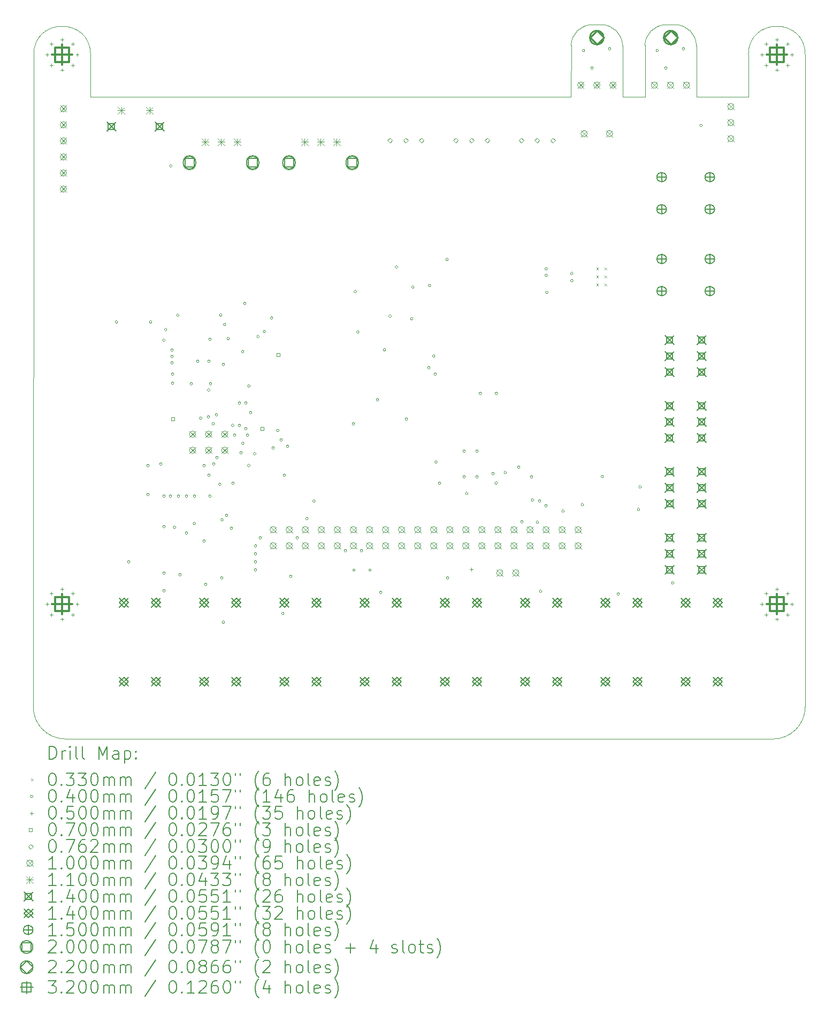
<source format=gbr>
%TF.GenerationSoftware,KiCad,Pcbnew,7.0.9-29-ge2d8d53a10*%
%TF.CreationDate,2023-11-19T17:16:11+01:00*%
%TF.ProjectId,scan-controller-kicad,7363616e-2d63-46f6-9e74-726f6c6c6572,rev?*%
%TF.SameCoordinates,Original*%
%TF.FileFunction,Drillmap*%
%TF.FilePolarity,Positive*%
%FSLAX45Y45*%
G04 Gerber Fmt 4.5, Leading zero omitted, Abs format (unit mm)*
G04 Created by KiCad (PCBNEW 7.0.9-29-ge2d8d53a10) date 2023-11-19 17:16:11*
%MOMM*%
%LPD*%
G01*
G04 APERTURE LIST*
%ADD10C,0.100000*%
%ADD11C,0.200000*%
%ADD12C,0.110002*%
%ADD13C,0.139999*%
%ADD14C,0.140004*%
%ADD15C,0.150002*%
%ADD16C,0.199999*%
%ADD17C,0.220000*%
%ADD18C,0.320000*%
G04 APERTURE END LIST*
D10*
X21338200Y-5590000D02*
X21338200Y-4777200D01*
X20855600Y-4447000D02*
G75*
G03*
X20525400Y-4777200I0J-330200D01*
G01*
X22506600Y-4777200D02*
X22506600Y-5590000D01*
X21008000Y-4447000D02*
X20855600Y-4447000D01*
X23330000Y-4920000D02*
X23330000Y-5590000D01*
X12920000Y-4920000D02*
X12920000Y-5590000D01*
X12020294Y-4920000D02*
X12013109Y-15240000D01*
X21693800Y-4777200D02*
X21693800Y-5590000D01*
X22024000Y-4447000D02*
G75*
G03*
X21693800Y-4777200I0J-330200D01*
G01*
X12013101Y-15240000D02*
G75*
G03*
X12515722Y-15748000I508039J10D01*
G01*
X12920294Y-4920000D02*
G75*
G03*
X12020294Y-4920000I-450000J0D01*
G01*
X24230000Y-4920000D02*
X24230000Y-15240000D01*
X22506600Y-4777200D02*
G75*
G03*
X22176400Y-4447000I-330200J0D01*
G01*
X21693800Y-5590000D02*
X21338200Y-5590000D01*
X23720000Y-15749210D02*
G75*
G03*
X24229210Y-15240000I0J509210D01*
G01*
X20525400Y-4777200D02*
X20524400Y-5587292D01*
X12920000Y-5590000D02*
X20524400Y-5587292D01*
X24230000Y-4920000D02*
G75*
G03*
X23330000Y-4920000I-450000J0D01*
G01*
X23720000Y-15749210D02*
X12515722Y-15748000D01*
X22176400Y-4447000D02*
X22024000Y-4447000D01*
X21338200Y-4777200D02*
G75*
G03*
X21008000Y-4447000I-330200J0D01*
G01*
X23330000Y-5590000D02*
X22506600Y-5590000D01*
D11*
D10*
X20923359Y-8286300D02*
X20956359Y-8319300D01*
X20956359Y-8286300D02*
X20923359Y-8319300D01*
X20923359Y-8416300D02*
X20956359Y-8449300D01*
X20956359Y-8416300D02*
X20923359Y-8449300D01*
X20923359Y-8546300D02*
X20956359Y-8579300D01*
X20956359Y-8546300D02*
X20923359Y-8579300D01*
X21053359Y-8286300D02*
X21086359Y-8319300D01*
X21086359Y-8286300D02*
X21053359Y-8319300D01*
X21053359Y-8416300D02*
X21086359Y-8449300D01*
X21086359Y-8416300D02*
X21053359Y-8449300D01*
X21053359Y-8546300D02*
X21086359Y-8579300D01*
X21086359Y-8546300D02*
X21053359Y-8579300D01*
X13350000Y-9150000D02*
G75*
G03*
X13350000Y-9150000I-20000J0D01*
G01*
X13544559Y-12945976D02*
G75*
G03*
X13544559Y-12945976I-20000J0D01*
G01*
X13849359Y-11421976D02*
G75*
G03*
X13849359Y-11421976I-20000J0D01*
G01*
X13849359Y-11879176D02*
G75*
G03*
X13849359Y-11879176I-20000J0D01*
G01*
X13890000Y-9150000D02*
G75*
G03*
X13890000Y-9150000I-20000J0D01*
G01*
X14052559Y-11396576D02*
G75*
G03*
X14052559Y-11396576I-20000J0D01*
G01*
X14100000Y-9440000D02*
G75*
G03*
X14100000Y-9440000I-20000J0D01*
G01*
X14103309Y-11904576D02*
G75*
G03*
X14103309Y-11904576I-20000J0D01*
G01*
X14103309Y-13123776D02*
G75*
G03*
X14103309Y-13123776I-20000J0D01*
G01*
X14103359Y-12387176D02*
G75*
G03*
X14103359Y-12387176I-20000J0D01*
G01*
X14103359Y-13403176D02*
G75*
G03*
X14103359Y-13403176I-20000J0D01*
G01*
X14130000Y-9270000D02*
G75*
G03*
X14130000Y-9270000I-20000J0D01*
G01*
X14204959Y-11904576D02*
G75*
G03*
X14204959Y-11904576I-20000J0D01*
G01*
X14210000Y-6680000D02*
G75*
G03*
X14210000Y-6680000I-20000J0D01*
G01*
X14230359Y-9593176D02*
G75*
G03*
X14230359Y-9593176I-20000J0D01*
G01*
X14230359Y-9694776D02*
G75*
G03*
X14230359Y-9694776I-20000J0D01*
G01*
X14230359Y-9796376D02*
G75*
G03*
X14230359Y-9796376I-20000J0D01*
G01*
X14238559Y-9974176D02*
G75*
G03*
X14238559Y-9974176I-20000J0D01*
G01*
X14238559Y-10117790D02*
G75*
G03*
X14238559Y-10117790I-20000J0D01*
G01*
X14268470Y-12399816D02*
G75*
G03*
X14268470Y-12399816I-20000J0D01*
G01*
X14320200Y-9042400D02*
G75*
G03*
X14320200Y-9042400I-20000J0D01*
G01*
X14331959Y-11904576D02*
G75*
G03*
X14331959Y-11904576I-20000J0D01*
G01*
X14357359Y-13149176D02*
G75*
G03*
X14357359Y-13149176I-20000J0D01*
G01*
X14458959Y-11904576D02*
G75*
G03*
X14458959Y-11904576I-20000J0D01*
G01*
X14458959Y-12488776D02*
G75*
G03*
X14458959Y-12488776I-20000J0D01*
G01*
X14535159Y-10126576D02*
G75*
G03*
X14535159Y-10126576I-20000J0D01*
G01*
X14581334Y-12340126D02*
G75*
G03*
X14581334Y-12340126I-20000J0D01*
G01*
X14585959Y-11904576D02*
G75*
G03*
X14585959Y-11904576I-20000J0D01*
G01*
X14636759Y-9770976D02*
G75*
G03*
X14636759Y-9770976I-20000J0D01*
G01*
X14683059Y-10672676D02*
G75*
G03*
X14683059Y-10672676I-20000J0D01*
G01*
X14738359Y-11421976D02*
G75*
G03*
X14738359Y-11421976I-20000J0D01*
G01*
X14738359Y-12615776D02*
G75*
G03*
X14738359Y-12615776I-20000J0D01*
G01*
X14763759Y-13301576D02*
G75*
G03*
X14763759Y-13301576I-20000J0D01*
G01*
X14806389Y-10651806D02*
G75*
G03*
X14806389Y-10651806I-20000J0D01*
G01*
X14810059Y-10228176D02*
G75*
G03*
X14810059Y-10228176I-20000J0D01*
G01*
X14812518Y-11574376D02*
G75*
G03*
X14812518Y-11574376I-20000J0D01*
G01*
X14814559Y-9770976D02*
G75*
G03*
X14814559Y-9770976I-20000J0D01*
G01*
X14828200Y-11904576D02*
G75*
G03*
X14828200Y-11904576I-20000J0D01*
G01*
X14830879Y-9424456D02*
G75*
G03*
X14830879Y-9424456I-20000J0D01*
G01*
X14839959Y-10126576D02*
G75*
G03*
X14839959Y-10126576I-20000J0D01*
G01*
X14879550Y-10760732D02*
G75*
G03*
X14879550Y-10760732I-20000J0D01*
G01*
X14890759Y-11396576D02*
G75*
G03*
X14890759Y-11396576I-20000J0D01*
G01*
X14930296Y-10618807D02*
G75*
G03*
X14930296Y-10618807I-20000J0D01*
G01*
X14941559Y-11294976D02*
G75*
G03*
X14941559Y-11294976I-20000J0D01*
G01*
X14985955Y-11718990D02*
G75*
G03*
X14985955Y-11718990I-20000J0D01*
G01*
X15000009Y-9040000D02*
G75*
G03*
X15000009Y-9040000I-20000J0D01*
G01*
X15017759Y-13199976D02*
G75*
G03*
X15017759Y-13199976I-20000J0D01*
G01*
X15021059Y-12281480D02*
G75*
G03*
X15021059Y-12281480I-20000J0D01*
G01*
X15043159Y-9821776D02*
G75*
G03*
X15043159Y-9821776I-20000J0D01*
G01*
X15043159Y-13901176D02*
G75*
G03*
X15043159Y-13901176I-20000J0D01*
G01*
X15060000Y-9190000D02*
G75*
G03*
X15060000Y-9190000I-20000J0D01*
G01*
X15093529Y-12208946D02*
G75*
G03*
X15093529Y-12208946I-20000J0D01*
G01*
X15116921Y-9413079D02*
G75*
G03*
X15116921Y-9413079I-20000J0D01*
G01*
X15170159Y-12412576D02*
G75*
G03*
X15170159Y-12412576I-20000J0D01*
G01*
X15191059Y-10786976D02*
G75*
G03*
X15191059Y-10786976I-20000J0D01*
G01*
X15195559Y-11701376D02*
G75*
G03*
X15195559Y-11701376I-20000J0D01*
G01*
X15220959Y-10939376D02*
G75*
G03*
X15220959Y-10939376I-20000J0D01*
G01*
X15297159Y-10431376D02*
G75*
G03*
X15297159Y-10431376I-20000J0D01*
G01*
X15297159Y-10786976D02*
G75*
G03*
X15297159Y-10786976I-20000J0D01*
G01*
X15322559Y-11218776D02*
G75*
G03*
X15322559Y-11218776I-20000J0D01*
G01*
X15348698Y-9618698D02*
G75*
G03*
X15348698Y-9618698I-20000J0D01*
G01*
X15350542Y-11068100D02*
G75*
G03*
X15350542Y-11068100I-20000J0D01*
G01*
X15379970Y-8857570D02*
G75*
G03*
X15379970Y-8857570I-20000J0D01*
G01*
X15398759Y-10431376D02*
G75*
G03*
X15398759Y-10431376I-20000J0D01*
G01*
X15398759Y-10837776D02*
G75*
G03*
X15398759Y-10837776I-20000J0D01*
G01*
X15424159Y-10939376D02*
G75*
G03*
X15424159Y-10939376I-20000J0D01*
G01*
X15444709Y-11421976D02*
G75*
G03*
X15444709Y-11421976I-20000J0D01*
G01*
X15445059Y-10164676D02*
G75*
G03*
X15445059Y-10164676I-20000J0D01*
G01*
X15474959Y-10583776D02*
G75*
G03*
X15474959Y-10583776I-20000J0D01*
G01*
X15537455Y-11234995D02*
G75*
G03*
X15537455Y-11234995I-20000J0D01*
G01*
X15551159Y-12818976D02*
G75*
G03*
X15551159Y-12818976I-20000J0D01*
G01*
X15551159Y-12945976D02*
G75*
G03*
X15551159Y-12945976I-20000J0D01*
G01*
X15551159Y-13072976D02*
G75*
G03*
X15551159Y-13072976I-20000J0D01*
G01*
X15552000Y-12692721D02*
G75*
G03*
X15552000Y-12692721I-20000J0D01*
G01*
X15590000Y-9380000D02*
G75*
G03*
X15590000Y-9380000I-20000J0D01*
G01*
X15627359Y-12564976D02*
G75*
G03*
X15627359Y-12564976I-20000J0D01*
G01*
X15690000Y-9300000D02*
G75*
G03*
X15690000Y-9300000I-20000J0D01*
G01*
X15805589Y-9085606D02*
G75*
G03*
X15805589Y-9085606I-20000J0D01*
G01*
X15830559Y-11142576D02*
G75*
G03*
X15830559Y-11142576I-20000J0D01*
G01*
X15903009Y-10866776D02*
G75*
G03*
X15903009Y-10866776I-20000J0D01*
G01*
X15957559Y-11015576D02*
G75*
G03*
X15957559Y-11015576I-20000J0D01*
G01*
X15982959Y-13762526D02*
G75*
G03*
X15982959Y-13762526I-20000J0D01*
G01*
X16008359Y-11574376D02*
G75*
G03*
X16008359Y-11574376I-20000J0D01*
G01*
X16059159Y-11117176D02*
G75*
G03*
X16059159Y-11117176I-20000J0D01*
G01*
X16109959Y-13174576D02*
G75*
G03*
X16109959Y-13174576I-20000J0D01*
G01*
X16211559Y-12564976D02*
G75*
G03*
X16211559Y-12564976I-20000J0D01*
G01*
X16364389Y-12260606D02*
G75*
G03*
X16364389Y-12260606I-20000J0D01*
G01*
X16475059Y-11984526D02*
G75*
G03*
X16475059Y-11984526I-20000J0D01*
G01*
X16973559Y-12768176D02*
G75*
G03*
X16973559Y-12768176I-20000J0D01*
G01*
X17100559Y-10761576D02*
G75*
G03*
X17100559Y-10761576I-20000J0D01*
G01*
X17130000Y-8670000D02*
G75*
G03*
X17130000Y-8670000I-20000J0D01*
G01*
X17170000Y-9307017D02*
G75*
G03*
X17170000Y-9307017I-20000J0D01*
G01*
X17227559Y-12768176D02*
G75*
G03*
X17227559Y-12768176I-20000J0D01*
G01*
X17481559Y-10380576D02*
G75*
G03*
X17481559Y-10380576I-20000J0D01*
G01*
X17532359Y-13428576D02*
G75*
G03*
X17532359Y-13428576I-20000J0D01*
G01*
X17590000Y-9590000D02*
G75*
G03*
X17590000Y-9590000I-20000J0D01*
G01*
X17680000Y-9060000D02*
G75*
G03*
X17680000Y-9060000I-20000J0D01*
G01*
X17780000Y-8280000D02*
G75*
G03*
X17780000Y-8280000I-20000J0D01*
G01*
X17938759Y-10685376D02*
G75*
G03*
X17938759Y-10685376I-20000J0D01*
G01*
X18020000Y-9100000D02*
G75*
G03*
X18020000Y-9100000I-20000J0D01*
G01*
X18040000Y-8598826D02*
G75*
G03*
X18040000Y-8598826I-20000J0D01*
G01*
X18294359Y-9872576D02*
G75*
G03*
X18294359Y-9872576I-20000J0D01*
G01*
X18304950Y-8570000D02*
G75*
G03*
X18304950Y-8570000I-20000J0D01*
G01*
X18370000Y-9690000D02*
G75*
G03*
X18370000Y-9690000I-20000J0D01*
G01*
X18395959Y-9974176D02*
G75*
G03*
X18395959Y-9974176I-20000J0D01*
G01*
X18407060Y-11363960D02*
G75*
G03*
X18407060Y-11363960I-20000J0D01*
G01*
X18462940Y-11701780D02*
G75*
G03*
X18462940Y-11701780I-20000J0D01*
G01*
X18580000Y-8160000D02*
G75*
G03*
X18580000Y-8160000I-20000J0D01*
G01*
X18590000Y-13200000D02*
G75*
G03*
X18590000Y-13200000I-20000J0D01*
G01*
X18853159Y-11193376D02*
G75*
G03*
X18853159Y-11193376I-20000J0D01*
G01*
X18853159Y-11599776D02*
G75*
G03*
X18853159Y-11599776I-20000J0D01*
G01*
X18892200Y-11861800D02*
G75*
G03*
X18892200Y-11861800I-20000J0D01*
G01*
X19056359Y-11193376D02*
G75*
G03*
X19056359Y-11193376I-20000J0D01*
G01*
X19056359Y-11599776D02*
G75*
G03*
X19056359Y-11599776I-20000J0D01*
G01*
X19107159Y-10278976D02*
G75*
G03*
X19107159Y-10278976I-20000J0D01*
G01*
X19310359Y-11548976D02*
G75*
G03*
X19310359Y-11548976I-20000J0D01*
G01*
X19357409Y-11698426D02*
G75*
G03*
X19357409Y-11698426I-20000J0D01*
G01*
X19361159Y-10278976D02*
G75*
G03*
X19361159Y-10278976I-20000J0D01*
G01*
X19501800Y-11531600D02*
G75*
G03*
X19501800Y-11531600I-20000J0D01*
G01*
X19716759Y-11447376D02*
G75*
G03*
X19716759Y-11447376I-20000J0D01*
G01*
X19767559Y-12310976D02*
G75*
G03*
X19767559Y-12310976I-20000J0D01*
G01*
X19919959Y-11599776D02*
G75*
G03*
X19919959Y-11599776I-20000J0D01*
G01*
X19933600Y-11967150D02*
G75*
G03*
X19933600Y-11967150I-20000J0D01*
G01*
X20009800Y-12319000D02*
G75*
G03*
X20009800Y-12319000I-20000J0D01*
G01*
X20046959Y-11980776D02*
G75*
G03*
X20046959Y-11980776I-20000J0D01*
G01*
X20060600Y-13411200D02*
G75*
G03*
X20060600Y-13411200I-20000J0D01*
G01*
X20148559Y-12056976D02*
G75*
G03*
X20148559Y-12056976I-20000J0D01*
G01*
X20150000Y-8310000D02*
G75*
G03*
X20150000Y-8310000I-20000J0D01*
G01*
X20150000Y-8409950D02*
G75*
G03*
X20150000Y-8409950I-20000J0D01*
G01*
X20160000Y-8680000D02*
G75*
G03*
X20160000Y-8680000I-20000J0D01*
G01*
X20416200Y-12141200D02*
G75*
G03*
X20416200Y-12141200I-20000J0D01*
G01*
X20555900Y-8382000D02*
G75*
G03*
X20555900Y-8382000I-20000J0D01*
G01*
X20555900Y-8496300D02*
G75*
G03*
X20555900Y-8496300I-20000J0D01*
G01*
X20721000Y-12039600D02*
G75*
G03*
X20721000Y-12039600I-20000J0D01*
G01*
X20740880Y-4856380D02*
G75*
G03*
X20740880Y-4856380I-20000J0D01*
G01*
X20875600Y-5132800D02*
G75*
G03*
X20875600Y-5132800I-20000J0D01*
G01*
X21037559Y-11595100D02*
G75*
G03*
X21037559Y-11595100I-20000J0D01*
G01*
X21155000Y-4828000D02*
G75*
G03*
X21155000Y-4828000I-20000J0D01*
G01*
X21291559Y-13453976D02*
G75*
G03*
X21291559Y-13453976I-20000J0D01*
G01*
X21610000Y-12115800D02*
G75*
G03*
X21610000Y-12115800I-20000J0D01*
G01*
X21635400Y-11760200D02*
G75*
G03*
X21635400Y-11760200I-20000J0D01*
G01*
X21907350Y-4856380D02*
G75*
G03*
X21907350Y-4856380I-20000J0D01*
G01*
X22044000Y-5132800D02*
G75*
G03*
X22044000Y-5132800I-20000J0D01*
G01*
X22153216Y-13279154D02*
G75*
G03*
X22153216Y-13279154I-20000J0D01*
G01*
X22323400Y-4828000D02*
G75*
G03*
X22323400Y-4828000I-20000J0D01*
G01*
X22600664Y-6038652D02*
G75*
G03*
X22600664Y-6038652I-20000J0D01*
G01*
X12230294Y-4895000D02*
X12230294Y-4945000D01*
X12205294Y-4920000D02*
X12255294Y-4920000D01*
X12230294Y-13590000D02*
X12230294Y-13640000D01*
X12205294Y-13615000D02*
X12255294Y-13615000D01*
X12300589Y-4725294D02*
X12300589Y-4775294D01*
X12275589Y-4750294D02*
X12325589Y-4750294D01*
X12300589Y-5064706D02*
X12300589Y-5114706D01*
X12275589Y-5089706D02*
X12325589Y-5089706D01*
X12300589Y-13420294D02*
X12300589Y-13470294D01*
X12275589Y-13445294D02*
X12325589Y-13445294D01*
X12300589Y-13759706D02*
X12300589Y-13809706D01*
X12275589Y-13784706D02*
X12325589Y-13784706D01*
X12470294Y-4655000D02*
X12470294Y-4705000D01*
X12445294Y-4680000D02*
X12495294Y-4680000D01*
X12470294Y-5135000D02*
X12470294Y-5185000D01*
X12445294Y-5160000D02*
X12495294Y-5160000D01*
X12470294Y-13350000D02*
X12470294Y-13400000D01*
X12445294Y-13375000D02*
X12495294Y-13375000D01*
X12470294Y-13830000D02*
X12470294Y-13880000D01*
X12445294Y-13855000D02*
X12495294Y-13855000D01*
X12640000Y-4725294D02*
X12640000Y-4775294D01*
X12615000Y-4750294D02*
X12665000Y-4750294D01*
X12640000Y-5064706D02*
X12640000Y-5114706D01*
X12615000Y-5089706D02*
X12665000Y-5089706D01*
X12640000Y-13420294D02*
X12640000Y-13470294D01*
X12615000Y-13445294D02*
X12665000Y-13445294D01*
X12640000Y-13759706D02*
X12640000Y-13809706D01*
X12615000Y-13784706D02*
X12665000Y-13784706D01*
X12710294Y-4895000D02*
X12710294Y-4945000D01*
X12685294Y-4920000D02*
X12735294Y-4920000D01*
X12710294Y-13590000D02*
X12710294Y-13640000D01*
X12685294Y-13615000D02*
X12735294Y-13615000D01*
X17080559Y-13047976D02*
X17080559Y-13097976D01*
X17055559Y-13072976D02*
X17105559Y-13072976D01*
X17334559Y-13047976D02*
X17334559Y-13097976D01*
X17309559Y-13072976D02*
X17359559Y-13072976D01*
X18950000Y-13035000D02*
X18950000Y-13085000D01*
X18925000Y-13060000D02*
X18975000Y-13060000D01*
X23540000Y-4895000D02*
X23540000Y-4945000D01*
X23515000Y-4920000D02*
X23565000Y-4920000D01*
X23540294Y-13590000D02*
X23540294Y-13640000D01*
X23515294Y-13615000D02*
X23565294Y-13615000D01*
X23610294Y-4725294D02*
X23610294Y-4775294D01*
X23585294Y-4750294D02*
X23635294Y-4750294D01*
X23610294Y-5064706D02*
X23610294Y-5114706D01*
X23585294Y-5089706D02*
X23635294Y-5089706D01*
X23610589Y-13420294D02*
X23610589Y-13470294D01*
X23585589Y-13445294D02*
X23635589Y-13445294D01*
X23610589Y-13759706D02*
X23610589Y-13809706D01*
X23585589Y-13784706D02*
X23635589Y-13784706D01*
X23780000Y-4655000D02*
X23780000Y-4705000D01*
X23755000Y-4680000D02*
X23805000Y-4680000D01*
X23780000Y-5135000D02*
X23780000Y-5185000D01*
X23755000Y-5160000D02*
X23805000Y-5160000D01*
X23780294Y-13350000D02*
X23780294Y-13400000D01*
X23755294Y-13375000D02*
X23805294Y-13375000D01*
X23780294Y-13830000D02*
X23780294Y-13880000D01*
X23755294Y-13855000D02*
X23805294Y-13855000D01*
X23949706Y-4725294D02*
X23949706Y-4775294D01*
X23924706Y-4750294D02*
X23974706Y-4750294D01*
X23949706Y-5064706D02*
X23949706Y-5114706D01*
X23924706Y-5089706D02*
X23974706Y-5089706D01*
X23950000Y-13420294D02*
X23950000Y-13470294D01*
X23925000Y-13445294D02*
X23975000Y-13445294D01*
X23950000Y-13759706D02*
X23950000Y-13809706D01*
X23925000Y-13784706D02*
X23975000Y-13784706D01*
X24020000Y-4895000D02*
X24020000Y-4945000D01*
X23995000Y-4920000D02*
X24045000Y-4920000D01*
X24020294Y-13590000D02*
X24020294Y-13640000D01*
X23995294Y-13615000D02*
X24045294Y-13615000D01*
X14248749Y-10710125D02*
X14248749Y-10660627D01*
X14199251Y-10660627D01*
X14199251Y-10710125D01*
X14248749Y-10710125D01*
X15657508Y-10862525D02*
X15657508Y-10813027D01*
X15608010Y-10813027D01*
X15608010Y-10862525D01*
X15657508Y-10862525D01*
X15911508Y-9694125D02*
X15911508Y-9644627D01*
X15862010Y-9644627D01*
X15862010Y-9694125D01*
X15911508Y-9694125D01*
X17657000Y-6311900D02*
X17695100Y-6273800D01*
X17657000Y-6235700D01*
X17618900Y-6273800D01*
X17657000Y-6311900D01*
X17907000Y-6311900D02*
X17945100Y-6273800D01*
X17907000Y-6235700D01*
X17868900Y-6273800D01*
X17907000Y-6311900D01*
X18157000Y-6311900D02*
X18195100Y-6273800D01*
X18157000Y-6235700D01*
X18118900Y-6273800D01*
X18157000Y-6311900D01*
X18698400Y-6311900D02*
X18736500Y-6273800D01*
X18698400Y-6235700D01*
X18660300Y-6273800D01*
X18698400Y-6311900D01*
X18948400Y-6311900D02*
X18986500Y-6273800D01*
X18948400Y-6235700D01*
X18910300Y-6273800D01*
X18948400Y-6311900D01*
X19198400Y-6311900D02*
X19236500Y-6273800D01*
X19198400Y-6235700D01*
X19160300Y-6273800D01*
X19198400Y-6311900D01*
X19735800Y-6311900D02*
X19773900Y-6273800D01*
X19735800Y-6235700D01*
X19697700Y-6273800D01*
X19735800Y-6311900D01*
X19985800Y-6311900D02*
X20023900Y-6273800D01*
X19985800Y-6235700D01*
X19947700Y-6273800D01*
X19985800Y-6311900D01*
X20235800Y-6311900D02*
X20273900Y-6273800D01*
X20235800Y-6235700D01*
X20197700Y-6273800D01*
X20235800Y-6311900D01*
X12440000Y-5726000D02*
X12540000Y-5826000D01*
X12540000Y-5726000D02*
X12440000Y-5826000D01*
X12540000Y-5776000D02*
G75*
G03*
X12540000Y-5776000I-50000J0D01*
G01*
X12440000Y-5980000D02*
X12540000Y-6080000D01*
X12540000Y-5980000D02*
X12440000Y-6080000D01*
X12540000Y-6030000D02*
G75*
G03*
X12540000Y-6030000I-50000J0D01*
G01*
X12440000Y-6234000D02*
X12540000Y-6334000D01*
X12540000Y-6234000D02*
X12440000Y-6334000D01*
X12540000Y-6284000D02*
G75*
G03*
X12540000Y-6284000I-50000J0D01*
G01*
X12440000Y-6488000D02*
X12540000Y-6588000D01*
X12540000Y-6488000D02*
X12440000Y-6588000D01*
X12540000Y-6538000D02*
G75*
G03*
X12540000Y-6538000I-50000J0D01*
G01*
X12440000Y-6742000D02*
X12540000Y-6842000D01*
X12540000Y-6742000D02*
X12440000Y-6842000D01*
X12540000Y-6792000D02*
G75*
G03*
X12540000Y-6792000I-50000J0D01*
G01*
X12440000Y-6996000D02*
X12540000Y-7096000D01*
X12540000Y-6996000D02*
X12440000Y-7096000D01*
X12540000Y-7046000D02*
G75*
G03*
X12540000Y-7046000I-50000J0D01*
G01*
X14484559Y-10876176D02*
X14584559Y-10976176D01*
X14584559Y-10876176D02*
X14484559Y-10976176D01*
X14584559Y-10926176D02*
G75*
G03*
X14584559Y-10926176I-50000J0D01*
G01*
X14484559Y-11130176D02*
X14584559Y-11230176D01*
X14584559Y-11130176D02*
X14484559Y-11230176D01*
X14584559Y-11180176D02*
G75*
G03*
X14584559Y-11180176I-50000J0D01*
G01*
X14738559Y-10876176D02*
X14838559Y-10976176D01*
X14838559Y-10876176D02*
X14738559Y-10976176D01*
X14838559Y-10926176D02*
G75*
G03*
X14838559Y-10926176I-50000J0D01*
G01*
X14738559Y-11130176D02*
X14838559Y-11230176D01*
X14838559Y-11130176D02*
X14738559Y-11230176D01*
X14838559Y-11180176D02*
G75*
G03*
X14838559Y-11180176I-50000J0D01*
G01*
X14992559Y-10876176D02*
X15092559Y-10976176D01*
X15092559Y-10876176D02*
X14992559Y-10976176D01*
X15092559Y-10926176D02*
G75*
G03*
X15092559Y-10926176I-50000J0D01*
G01*
X14992559Y-11130176D02*
X15092559Y-11230176D01*
X15092559Y-11130176D02*
X14992559Y-11230176D01*
X15092559Y-11180176D02*
G75*
G03*
X15092559Y-11180176I-50000J0D01*
G01*
X15760559Y-12387976D02*
X15860559Y-12487976D01*
X15860559Y-12387976D02*
X15760559Y-12487976D01*
X15860559Y-12437976D02*
G75*
G03*
X15860559Y-12437976I-50000J0D01*
G01*
X15760559Y-12641976D02*
X15860559Y-12741976D01*
X15860559Y-12641976D02*
X15760559Y-12741976D01*
X15860559Y-12691976D02*
G75*
G03*
X15860559Y-12691976I-50000J0D01*
G01*
X16014559Y-12387976D02*
X16114559Y-12487976D01*
X16114559Y-12387976D02*
X16014559Y-12487976D01*
X16114559Y-12437976D02*
G75*
G03*
X16114559Y-12437976I-50000J0D01*
G01*
X16014559Y-12641976D02*
X16114559Y-12741976D01*
X16114559Y-12641976D02*
X16014559Y-12741976D01*
X16114559Y-12691976D02*
G75*
G03*
X16114559Y-12691976I-50000J0D01*
G01*
X16268559Y-12387976D02*
X16368559Y-12487976D01*
X16368559Y-12387976D02*
X16268559Y-12487976D01*
X16368559Y-12437976D02*
G75*
G03*
X16368559Y-12437976I-50000J0D01*
G01*
X16268559Y-12641976D02*
X16368559Y-12741976D01*
X16368559Y-12641976D02*
X16268559Y-12741976D01*
X16368559Y-12691976D02*
G75*
G03*
X16368559Y-12691976I-50000J0D01*
G01*
X16522559Y-12387976D02*
X16622559Y-12487976D01*
X16622559Y-12387976D02*
X16522559Y-12487976D01*
X16622559Y-12437976D02*
G75*
G03*
X16622559Y-12437976I-50000J0D01*
G01*
X16522559Y-12641976D02*
X16622559Y-12741976D01*
X16622559Y-12641976D02*
X16522559Y-12741976D01*
X16622559Y-12691976D02*
G75*
G03*
X16622559Y-12691976I-50000J0D01*
G01*
X16776559Y-12387976D02*
X16876559Y-12487976D01*
X16876559Y-12387976D02*
X16776559Y-12487976D01*
X16876559Y-12437976D02*
G75*
G03*
X16876559Y-12437976I-50000J0D01*
G01*
X16776559Y-12641976D02*
X16876559Y-12741976D01*
X16876559Y-12641976D02*
X16776559Y-12741976D01*
X16876559Y-12691976D02*
G75*
G03*
X16876559Y-12691976I-50000J0D01*
G01*
X17030559Y-12387976D02*
X17130559Y-12487976D01*
X17130559Y-12387976D02*
X17030559Y-12487976D01*
X17130559Y-12437976D02*
G75*
G03*
X17130559Y-12437976I-50000J0D01*
G01*
X17030559Y-12641976D02*
X17130559Y-12741976D01*
X17130559Y-12641976D02*
X17030559Y-12741976D01*
X17130559Y-12691976D02*
G75*
G03*
X17130559Y-12691976I-50000J0D01*
G01*
X17284559Y-12387976D02*
X17384559Y-12487976D01*
X17384559Y-12387976D02*
X17284559Y-12487976D01*
X17384559Y-12437976D02*
G75*
G03*
X17384559Y-12437976I-50000J0D01*
G01*
X17284559Y-12641976D02*
X17384559Y-12741976D01*
X17384559Y-12641976D02*
X17284559Y-12741976D01*
X17384559Y-12691976D02*
G75*
G03*
X17384559Y-12691976I-50000J0D01*
G01*
X17538559Y-12387976D02*
X17638559Y-12487976D01*
X17638559Y-12387976D02*
X17538559Y-12487976D01*
X17638559Y-12437976D02*
G75*
G03*
X17638559Y-12437976I-50000J0D01*
G01*
X17538559Y-12641976D02*
X17638559Y-12741976D01*
X17638559Y-12641976D02*
X17538559Y-12741976D01*
X17638559Y-12691976D02*
G75*
G03*
X17638559Y-12691976I-50000J0D01*
G01*
X17792559Y-12387976D02*
X17892559Y-12487976D01*
X17892559Y-12387976D02*
X17792559Y-12487976D01*
X17892559Y-12437976D02*
G75*
G03*
X17892559Y-12437976I-50000J0D01*
G01*
X17792559Y-12641976D02*
X17892559Y-12741976D01*
X17892559Y-12641976D02*
X17792559Y-12741976D01*
X17892559Y-12691976D02*
G75*
G03*
X17892559Y-12691976I-50000J0D01*
G01*
X18046559Y-12387976D02*
X18146559Y-12487976D01*
X18146559Y-12387976D02*
X18046559Y-12487976D01*
X18146559Y-12437976D02*
G75*
G03*
X18146559Y-12437976I-50000J0D01*
G01*
X18046559Y-12641976D02*
X18146559Y-12741976D01*
X18146559Y-12641976D02*
X18046559Y-12741976D01*
X18146559Y-12691976D02*
G75*
G03*
X18146559Y-12691976I-50000J0D01*
G01*
X18300559Y-12387976D02*
X18400559Y-12487976D01*
X18400559Y-12387976D02*
X18300559Y-12487976D01*
X18400559Y-12437976D02*
G75*
G03*
X18400559Y-12437976I-50000J0D01*
G01*
X18300559Y-12641976D02*
X18400559Y-12741976D01*
X18400559Y-12641976D02*
X18300559Y-12741976D01*
X18400559Y-12691976D02*
G75*
G03*
X18400559Y-12691976I-50000J0D01*
G01*
X18554559Y-12387976D02*
X18654559Y-12487976D01*
X18654559Y-12387976D02*
X18554559Y-12487976D01*
X18654559Y-12437976D02*
G75*
G03*
X18654559Y-12437976I-50000J0D01*
G01*
X18554559Y-12641976D02*
X18654559Y-12741976D01*
X18654559Y-12641976D02*
X18554559Y-12741976D01*
X18654559Y-12691976D02*
G75*
G03*
X18654559Y-12691976I-50000J0D01*
G01*
X18808559Y-12387976D02*
X18908559Y-12487976D01*
X18908559Y-12387976D02*
X18808559Y-12487976D01*
X18908559Y-12437976D02*
G75*
G03*
X18908559Y-12437976I-50000J0D01*
G01*
X18808559Y-12641976D02*
X18908559Y-12741976D01*
X18908559Y-12641976D02*
X18808559Y-12741976D01*
X18908559Y-12691976D02*
G75*
G03*
X18908559Y-12691976I-50000J0D01*
G01*
X19062559Y-12387976D02*
X19162559Y-12487976D01*
X19162559Y-12387976D02*
X19062559Y-12487976D01*
X19162559Y-12437976D02*
G75*
G03*
X19162559Y-12437976I-50000J0D01*
G01*
X19062559Y-12641976D02*
X19162559Y-12741976D01*
X19162559Y-12641976D02*
X19062559Y-12741976D01*
X19162559Y-12691976D02*
G75*
G03*
X19162559Y-12691976I-50000J0D01*
G01*
X19316559Y-12387976D02*
X19416559Y-12487976D01*
X19416559Y-12387976D02*
X19316559Y-12487976D01*
X19416559Y-12437976D02*
G75*
G03*
X19416559Y-12437976I-50000J0D01*
G01*
X19316559Y-12641976D02*
X19416559Y-12741976D01*
X19416559Y-12641976D02*
X19316559Y-12741976D01*
X19416559Y-12691976D02*
G75*
G03*
X19416559Y-12691976I-50000J0D01*
G01*
X19346000Y-13070000D02*
X19446000Y-13170000D01*
X19446000Y-13070000D02*
X19346000Y-13170000D01*
X19446000Y-13120000D02*
G75*
G03*
X19446000Y-13120000I-50000J0D01*
G01*
X19570559Y-12387976D02*
X19670559Y-12487976D01*
X19670559Y-12387976D02*
X19570559Y-12487976D01*
X19670559Y-12437976D02*
G75*
G03*
X19670559Y-12437976I-50000J0D01*
G01*
X19570559Y-12641976D02*
X19670559Y-12741976D01*
X19670559Y-12641976D02*
X19570559Y-12741976D01*
X19670559Y-12691976D02*
G75*
G03*
X19670559Y-12691976I-50000J0D01*
G01*
X19600000Y-13070000D02*
X19700000Y-13170000D01*
X19700000Y-13070000D02*
X19600000Y-13170000D01*
X19700000Y-13120000D02*
G75*
G03*
X19700000Y-13120000I-50000J0D01*
G01*
X19824559Y-12387976D02*
X19924559Y-12487976D01*
X19924559Y-12387976D02*
X19824559Y-12487976D01*
X19924559Y-12437976D02*
G75*
G03*
X19924559Y-12437976I-50000J0D01*
G01*
X19824559Y-12641976D02*
X19924559Y-12741976D01*
X19924559Y-12641976D02*
X19824559Y-12741976D01*
X19924559Y-12691976D02*
G75*
G03*
X19924559Y-12691976I-50000J0D01*
G01*
X20078559Y-12387976D02*
X20178559Y-12487976D01*
X20178559Y-12387976D02*
X20078559Y-12487976D01*
X20178559Y-12437976D02*
G75*
G03*
X20178559Y-12437976I-50000J0D01*
G01*
X20078559Y-12641976D02*
X20178559Y-12741976D01*
X20178559Y-12641976D02*
X20078559Y-12741976D01*
X20178559Y-12691976D02*
G75*
G03*
X20178559Y-12691976I-50000J0D01*
G01*
X20332559Y-12387976D02*
X20432559Y-12487976D01*
X20432559Y-12387976D02*
X20332559Y-12487976D01*
X20432559Y-12437976D02*
G75*
G03*
X20432559Y-12437976I-50000J0D01*
G01*
X20332559Y-12641976D02*
X20432559Y-12741976D01*
X20432559Y-12641976D02*
X20332559Y-12741976D01*
X20432559Y-12691976D02*
G75*
G03*
X20432559Y-12691976I-50000J0D01*
G01*
X20586559Y-12387976D02*
X20686559Y-12487976D01*
X20686559Y-12387976D02*
X20586559Y-12487976D01*
X20686559Y-12437976D02*
G75*
G03*
X20686559Y-12437976I-50000J0D01*
G01*
X20586559Y-12641976D02*
X20686559Y-12741976D01*
X20686559Y-12641976D02*
X20586559Y-12741976D01*
X20686559Y-12691976D02*
G75*
G03*
X20686559Y-12691976I-50000J0D01*
G01*
X20627800Y-5351850D02*
X20727800Y-5451850D01*
X20727800Y-5351850D02*
X20627800Y-5451850D01*
X20727800Y-5401850D02*
G75*
G03*
X20727800Y-5401850I-50000J0D01*
G01*
X20680000Y-6120000D02*
X20780000Y-6220000D01*
X20780000Y-6120000D02*
X20680000Y-6220000D01*
X20780000Y-6170000D02*
G75*
G03*
X20780000Y-6170000I-50000J0D01*
G01*
X20881800Y-5351850D02*
X20981800Y-5451850D01*
X20981800Y-5351850D02*
X20881800Y-5451850D01*
X20981800Y-5401850D02*
G75*
G03*
X20981800Y-5401850I-50000J0D01*
G01*
X21082800Y-6120000D02*
X21182800Y-6220000D01*
X21182800Y-6120000D02*
X21082800Y-6220000D01*
X21182800Y-6170000D02*
G75*
G03*
X21182800Y-6170000I-50000J0D01*
G01*
X21135800Y-5351850D02*
X21235800Y-5451850D01*
X21235800Y-5351850D02*
X21135800Y-5451850D01*
X21235800Y-5401850D02*
G75*
G03*
X21235800Y-5401850I-50000J0D01*
G01*
X21793000Y-5351850D02*
X21893000Y-5451850D01*
X21893000Y-5351850D02*
X21793000Y-5451850D01*
X21893000Y-5401850D02*
G75*
G03*
X21893000Y-5401850I-50000J0D01*
G01*
X22047000Y-5351850D02*
X22147000Y-5451850D01*
X22147000Y-5351850D02*
X22047000Y-5451850D01*
X22147000Y-5401850D02*
G75*
G03*
X22147000Y-5401850I-50000J0D01*
G01*
X22301000Y-5351850D02*
X22401000Y-5451850D01*
X22401000Y-5351850D02*
X22301000Y-5451850D01*
X22401000Y-5401850D02*
G75*
G03*
X22401000Y-5401850I-50000J0D01*
G01*
X23002350Y-5690400D02*
X23102350Y-5790400D01*
X23102350Y-5690400D02*
X23002350Y-5790400D01*
X23102350Y-5740400D02*
G75*
G03*
X23102350Y-5740400I-50000J0D01*
G01*
X23002350Y-5944400D02*
X23102350Y-6044400D01*
X23102350Y-5944400D02*
X23002350Y-6044400D01*
X23102350Y-5994400D02*
G75*
G03*
X23102350Y-5994400I-50000J0D01*
G01*
X23002350Y-6198400D02*
X23102350Y-6298400D01*
X23102350Y-6198400D02*
X23002350Y-6298400D01*
X23102350Y-6248400D02*
G75*
G03*
X23102350Y-6248400I-50000J0D01*
G01*
D12*
X13351199Y-5747999D02*
X13461201Y-5858001D01*
X13461201Y-5747999D02*
X13351199Y-5858001D01*
X13406200Y-5747999D02*
X13406200Y-5858001D01*
X13351199Y-5803000D02*
X13461201Y-5803000D01*
X13801199Y-5747999D02*
X13911201Y-5858001D01*
X13911201Y-5747999D02*
X13801199Y-5858001D01*
X13856200Y-5747999D02*
X13856200Y-5858001D01*
X13801199Y-5803000D02*
X13911201Y-5803000D01*
X14676999Y-6244199D02*
X14787001Y-6354201D01*
X14787001Y-6244199D02*
X14676999Y-6354201D01*
X14732000Y-6244199D02*
X14732000Y-6354201D01*
X14676999Y-6299200D02*
X14787001Y-6299200D01*
X14930999Y-6244199D02*
X15041001Y-6354201D01*
X15041001Y-6244199D02*
X14930999Y-6354201D01*
X14986000Y-6244199D02*
X14986000Y-6354201D01*
X14930999Y-6299200D02*
X15041001Y-6299200D01*
X15184999Y-6244199D02*
X15295001Y-6354201D01*
X15295001Y-6244199D02*
X15184999Y-6354201D01*
X15240000Y-6244199D02*
X15240000Y-6354201D01*
X15184999Y-6299200D02*
X15295001Y-6299200D01*
X16251799Y-6244199D02*
X16361801Y-6354201D01*
X16361801Y-6244199D02*
X16251799Y-6354201D01*
X16306800Y-6244199D02*
X16306800Y-6354201D01*
X16251799Y-6299200D02*
X16361801Y-6299200D01*
X16505799Y-6244199D02*
X16615801Y-6354201D01*
X16615801Y-6244199D02*
X16505799Y-6354201D01*
X16560800Y-6244199D02*
X16560800Y-6354201D01*
X16505799Y-6299200D02*
X16615801Y-6299200D01*
X16759799Y-6244199D02*
X16869801Y-6354201D01*
X16869801Y-6244199D02*
X16759799Y-6354201D01*
X16814800Y-6244199D02*
X16814800Y-6354201D01*
X16759799Y-6299200D02*
X16869801Y-6299200D01*
D13*
X13180200Y-5987000D02*
X13320200Y-6127000D01*
X13320200Y-5987000D02*
X13180200Y-6127000D01*
X13299698Y-6106498D02*
X13299698Y-6007502D01*
X13200702Y-6007502D01*
X13200702Y-6106498D01*
X13299698Y-6106498D01*
X13942200Y-5987000D02*
X14082200Y-6127000D01*
X14082200Y-5987000D02*
X13942200Y-6127000D01*
X14061698Y-6106498D02*
X14061698Y-6007502D01*
X13962702Y-6007502D01*
X13962702Y-6106498D01*
X14061698Y-6106498D01*
X22014360Y-9366100D02*
X22154359Y-9506100D01*
X22154359Y-9366100D02*
X22014360Y-9506100D01*
X22133857Y-9485598D02*
X22133857Y-9386602D01*
X22034862Y-9386602D01*
X22034862Y-9485598D01*
X22133857Y-9485598D01*
X22014360Y-9620100D02*
X22154359Y-9760100D01*
X22154359Y-9620100D02*
X22014360Y-9760100D01*
X22133857Y-9739598D02*
X22133857Y-9640602D01*
X22034862Y-9640602D01*
X22034862Y-9739598D01*
X22133857Y-9739598D01*
X22014360Y-9874100D02*
X22154359Y-10014100D01*
X22154359Y-9874100D02*
X22014360Y-10014100D01*
X22133857Y-9993598D02*
X22133857Y-9894602D01*
X22034862Y-9894602D01*
X22034862Y-9993598D01*
X22133857Y-9993598D01*
X22014360Y-10407500D02*
X22154359Y-10547500D01*
X22154359Y-10407500D02*
X22014360Y-10547500D01*
X22133857Y-10526998D02*
X22133857Y-10428002D01*
X22034862Y-10428002D01*
X22034862Y-10526998D01*
X22133857Y-10526998D01*
X22014360Y-10661500D02*
X22154359Y-10801500D01*
X22154359Y-10661500D02*
X22014360Y-10801500D01*
X22133857Y-10780998D02*
X22133857Y-10682002D01*
X22034862Y-10682002D01*
X22034862Y-10780998D01*
X22133857Y-10780998D01*
X22014360Y-10915500D02*
X22154359Y-11055500D01*
X22154359Y-10915500D02*
X22014360Y-11055500D01*
X22133857Y-11034998D02*
X22133857Y-10936002D01*
X22034862Y-10936002D01*
X22034862Y-11034998D01*
X22133857Y-11034998D01*
X22014360Y-12494976D02*
X22154359Y-12634976D01*
X22154359Y-12494976D02*
X22014360Y-12634976D01*
X22133857Y-12614474D02*
X22133857Y-12515478D01*
X22034862Y-12515478D01*
X22034862Y-12614474D01*
X22133857Y-12614474D01*
X22014360Y-12748976D02*
X22154359Y-12888976D01*
X22154359Y-12748976D02*
X22014360Y-12888976D01*
X22133857Y-12868474D02*
X22133857Y-12769478D01*
X22034862Y-12769478D01*
X22034862Y-12868474D01*
X22133857Y-12868474D01*
X22014360Y-13002976D02*
X22154359Y-13142976D01*
X22154359Y-13002976D02*
X22014360Y-13142976D01*
X22133857Y-13122474D02*
X22133857Y-13023478D01*
X22034862Y-13023478D01*
X22034862Y-13122474D01*
X22133857Y-13122474D01*
X22015300Y-11448900D02*
X22155300Y-11588900D01*
X22155300Y-11448900D02*
X22015300Y-11588900D01*
X22134798Y-11568398D02*
X22134798Y-11469402D01*
X22035802Y-11469402D01*
X22035802Y-11568398D01*
X22134798Y-11568398D01*
X22015300Y-11702900D02*
X22155300Y-11842900D01*
X22155300Y-11702900D02*
X22015300Y-11842900D01*
X22134798Y-11822398D02*
X22134798Y-11723402D01*
X22035802Y-11723402D01*
X22035802Y-11822398D01*
X22134798Y-11822398D01*
X22015300Y-11956900D02*
X22155300Y-12096900D01*
X22155300Y-11956900D02*
X22015300Y-12096900D01*
X22134798Y-12076398D02*
X22134798Y-11977402D01*
X22035802Y-11977402D01*
X22035802Y-12076398D01*
X22134798Y-12076398D01*
X22522359Y-9366100D02*
X22662359Y-9506100D01*
X22662359Y-9366100D02*
X22522359Y-9506100D01*
X22641857Y-9485598D02*
X22641857Y-9386602D01*
X22542861Y-9386602D01*
X22542861Y-9485598D01*
X22641857Y-9485598D01*
X22522359Y-9620100D02*
X22662359Y-9760100D01*
X22662359Y-9620100D02*
X22522359Y-9760100D01*
X22641857Y-9739598D02*
X22641857Y-9640602D01*
X22542861Y-9640602D01*
X22542861Y-9739598D01*
X22641857Y-9739598D01*
X22522359Y-9874100D02*
X22662359Y-10014100D01*
X22662359Y-9874100D02*
X22522359Y-10014100D01*
X22641857Y-9993598D02*
X22641857Y-9894602D01*
X22542861Y-9894602D01*
X22542861Y-9993598D01*
X22641857Y-9993598D01*
X22522359Y-10407500D02*
X22662359Y-10547500D01*
X22662359Y-10407500D02*
X22522359Y-10547500D01*
X22641857Y-10526998D02*
X22641857Y-10428002D01*
X22542861Y-10428002D01*
X22542861Y-10526998D01*
X22641857Y-10526998D01*
X22522359Y-10661500D02*
X22662359Y-10801500D01*
X22662359Y-10661500D02*
X22522359Y-10801500D01*
X22641857Y-10780998D02*
X22641857Y-10682002D01*
X22542861Y-10682002D01*
X22542861Y-10780998D01*
X22641857Y-10780998D01*
X22522359Y-10915500D02*
X22662359Y-11055500D01*
X22662359Y-10915500D02*
X22522359Y-11055500D01*
X22641857Y-11034998D02*
X22641857Y-10936002D01*
X22542861Y-10936002D01*
X22542861Y-11034998D01*
X22641857Y-11034998D01*
X22522359Y-12494976D02*
X22662359Y-12634976D01*
X22662359Y-12494976D02*
X22522359Y-12634976D01*
X22641857Y-12614474D02*
X22641857Y-12515478D01*
X22542861Y-12515478D01*
X22542861Y-12614474D01*
X22641857Y-12614474D01*
X22522359Y-12748976D02*
X22662359Y-12888976D01*
X22662359Y-12748976D02*
X22522359Y-12888976D01*
X22641857Y-12868474D02*
X22641857Y-12769478D01*
X22542861Y-12769478D01*
X22542861Y-12868474D01*
X22641857Y-12868474D01*
X22522359Y-13002976D02*
X22662359Y-13142976D01*
X22662359Y-13002976D02*
X22522359Y-13142976D01*
X22641857Y-13122474D02*
X22641857Y-13023478D01*
X22542861Y-13023478D01*
X22542861Y-13122474D01*
X22641857Y-13122474D01*
X22523300Y-11448900D02*
X22663300Y-11588900D01*
X22663300Y-11448900D02*
X22523300Y-11588900D01*
X22642798Y-11568398D02*
X22642798Y-11469402D01*
X22543802Y-11469402D01*
X22543802Y-11568398D01*
X22642798Y-11568398D01*
X22523300Y-11702900D02*
X22663300Y-11842900D01*
X22663300Y-11702900D02*
X22523300Y-11842900D01*
X22642798Y-11822398D02*
X22642798Y-11723402D01*
X22543802Y-11723402D01*
X22543802Y-11822398D01*
X22642798Y-11822398D01*
X22523300Y-11956900D02*
X22663300Y-12096900D01*
X22663300Y-11956900D02*
X22523300Y-12096900D01*
X22642798Y-12076398D02*
X22642798Y-11977402D01*
X22543802Y-11977402D01*
X22543802Y-12076398D01*
X22642798Y-12076398D01*
D14*
X13378357Y-13520974D02*
X13518362Y-13660979D01*
X13518362Y-13520974D02*
X13378357Y-13660979D01*
X13448359Y-13660979D02*
X13518362Y-13590976D01*
X13448359Y-13520974D01*
X13378357Y-13590976D01*
X13448359Y-13660979D01*
X13378357Y-14770974D02*
X13518362Y-14910979D01*
X13518362Y-14770974D02*
X13378357Y-14910979D01*
X13448359Y-14910979D02*
X13518362Y-14840976D01*
X13448359Y-14770974D01*
X13378357Y-14840976D01*
X13448359Y-14910979D01*
X13886357Y-13520974D02*
X14026362Y-13660979D01*
X14026362Y-13520974D02*
X13886357Y-13660979D01*
X13956359Y-13660979D02*
X14026362Y-13590976D01*
X13956359Y-13520974D01*
X13886357Y-13590976D01*
X13956359Y-13660979D01*
X13886357Y-14770974D02*
X14026362Y-14910979D01*
X14026362Y-14770974D02*
X13886357Y-14910979D01*
X13956359Y-14910979D02*
X14026362Y-14840976D01*
X13956359Y-14770974D01*
X13886357Y-14840976D01*
X13956359Y-14910979D01*
X14648357Y-13520974D02*
X14788362Y-13660979D01*
X14788362Y-13520974D02*
X14648357Y-13660979D01*
X14718359Y-13660979D02*
X14788362Y-13590976D01*
X14718359Y-13520974D01*
X14648357Y-13590976D01*
X14718359Y-13660979D01*
X14648357Y-14770974D02*
X14788362Y-14910979D01*
X14788362Y-14770974D02*
X14648357Y-14910979D01*
X14718359Y-14910979D02*
X14788362Y-14840976D01*
X14718359Y-14770974D01*
X14648357Y-14840976D01*
X14718359Y-14910979D01*
X15156357Y-13520974D02*
X15296362Y-13660979D01*
X15296362Y-13520974D02*
X15156357Y-13660979D01*
X15226359Y-13660979D02*
X15296362Y-13590976D01*
X15226359Y-13520974D01*
X15156357Y-13590976D01*
X15226359Y-13660979D01*
X15156357Y-14770974D02*
X15296362Y-14910979D01*
X15296362Y-14770974D02*
X15156357Y-14910979D01*
X15226359Y-14910979D02*
X15296362Y-14840976D01*
X15226359Y-14770974D01*
X15156357Y-14840976D01*
X15226359Y-14910979D01*
X15918357Y-13520974D02*
X16058362Y-13660979D01*
X16058362Y-13520974D02*
X15918357Y-13660979D01*
X15988359Y-13660979D02*
X16058362Y-13590976D01*
X15988359Y-13520974D01*
X15918357Y-13590976D01*
X15988359Y-13660979D01*
X15918357Y-14770974D02*
X16058362Y-14910979D01*
X16058362Y-14770974D02*
X15918357Y-14910979D01*
X15988359Y-14910979D02*
X16058362Y-14840976D01*
X15988359Y-14770974D01*
X15918357Y-14840976D01*
X15988359Y-14910979D01*
X16426357Y-13520974D02*
X16566362Y-13660979D01*
X16566362Y-13520974D02*
X16426357Y-13660979D01*
X16496359Y-13660979D02*
X16566362Y-13590976D01*
X16496359Y-13520974D01*
X16426357Y-13590976D01*
X16496359Y-13660979D01*
X16426357Y-14770974D02*
X16566362Y-14910979D01*
X16566362Y-14770974D02*
X16426357Y-14910979D01*
X16496359Y-14910979D02*
X16566362Y-14840976D01*
X16496359Y-14770974D01*
X16426357Y-14840976D01*
X16496359Y-14910979D01*
X17188357Y-13520974D02*
X17328362Y-13660979D01*
X17328362Y-13520974D02*
X17188357Y-13660979D01*
X17258359Y-13660979D02*
X17328362Y-13590976D01*
X17258359Y-13520974D01*
X17188357Y-13590976D01*
X17258359Y-13660979D01*
X17188357Y-14770974D02*
X17328362Y-14910979D01*
X17328362Y-14770974D02*
X17188357Y-14910979D01*
X17258359Y-14910979D02*
X17328362Y-14840976D01*
X17258359Y-14770974D01*
X17188357Y-14840976D01*
X17258359Y-14910979D01*
X17696357Y-13520974D02*
X17836362Y-13660979D01*
X17836362Y-13520974D02*
X17696357Y-13660979D01*
X17766359Y-13660979D02*
X17836362Y-13590976D01*
X17766359Y-13520974D01*
X17696357Y-13590976D01*
X17766359Y-13660979D01*
X17696357Y-14770974D02*
X17836362Y-14910979D01*
X17836362Y-14770974D02*
X17696357Y-14910979D01*
X17766359Y-14910979D02*
X17836362Y-14840976D01*
X17766359Y-14770974D01*
X17696357Y-14840976D01*
X17766359Y-14910979D01*
X18458357Y-13520974D02*
X18598362Y-13660979D01*
X18598362Y-13520974D02*
X18458357Y-13660979D01*
X18528359Y-13660979D02*
X18598362Y-13590976D01*
X18528359Y-13520974D01*
X18458357Y-13590976D01*
X18528359Y-13660979D01*
X18458357Y-14770974D02*
X18598362Y-14910979D01*
X18598362Y-14770974D02*
X18458357Y-14910979D01*
X18528359Y-14910979D02*
X18598362Y-14840976D01*
X18528359Y-14770974D01*
X18458357Y-14840976D01*
X18528359Y-14910979D01*
X18966357Y-13520974D02*
X19106362Y-13660979D01*
X19106362Y-13520974D02*
X18966357Y-13660979D01*
X19036359Y-13660979D02*
X19106362Y-13590976D01*
X19036359Y-13520974D01*
X18966357Y-13590976D01*
X19036359Y-13660979D01*
X18966357Y-14770974D02*
X19106362Y-14910979D01*
X19106362Y-14770974D02*
X18966357Y-14910979D01*
X19036359Y-14910979D02*
X19106362Y-14840976D01*
X19036359Y-14770974D01*
X18966357Y-14840976D01*
X19036359Y-14910979D01*
X19728357Y-13520974D02*
X19868362Y-13660979D01*
X19868362Y-13520974D02*
X19728357Y-13660979D01*
X19798359Y-13660979D02*
X19868362Y-13590976D01*
X19798359Y-13520974D01*
X19728357Y-13590976D01*
X19798359Y-13660979D01*
X19728357Y-14770974D02*
X19868362Y-14910979D01*
X19868362Y-14770974D02*
X19728357Y-14910979D01*
X19798359Y-14910979D02*
X19868362Y-14840976D01*
X19798359Y-14770974D01*
X19728357Y-14840976D01*
X19798359Y-14910979D01*
X20236357Y-13520974D02*
X20376362Y-13660979D01*
X20376362Y-13520974D02*
X20236357Y-13660979D01*
X20306359Y-13660979D02*
X20376362Y-13590976D01*
X20306359Y-13520974D01*
X20236357Y-13590976D01*
X20306359Y-13660979D01*
X20236357Y-14770974D02*
X20376362Y-14910979D01*
X20376362Y-14770974D02*
X20236357Y-14910979D01*
X20306359Y-14910979D02*
X20376362Y-14840976D01*
X20306359Y-14770974D01*
X20236357Y-14840976D01*
X20306359Y-14910979D01*
X20998357Y-13520974D02*
X21138362Y-13660979D01*
X21138362Y-13520974D02*
X20998357Y-13660979D01*
X21068359Y-13660979D02*
X21138362Y-13590976D01*
X21068359Y-13520974D01*
X20998357Y-13590976D01*
X21068359Y-13660979D01*
X20998357Y-14770974D02*
X21138362Y-14910979D01*
X21138362Y-14770974D02*
X20998357Y-14910979D01*
X21068359Y-14910979D02*
X21138362Y-14840976D01*
X21068359Y-14770974D01*
X20998357Y-14840976D01*
X21068359Y-14910979D01*
X21506357Y-13520974D02*
X21646362Y-13660979D01*
X21646362Y-13520974D02*
X21506357Y-13660979D01*
X21576359Y-13660979D02*
X21646362Y-13590976D01*
X21576359Y-13520974D01*
X21506357Y-13590976D01*
X21576359Y-13660979D01*
X21506357Y-14770974D02*
X21646362Y-14910979D01*
X21646362Y-14770974D02*
X21506357Y-14910979D01*
X21576359Y-14910979D02*
X21646362Y-14840976D01*
X21576359Y-14770974D01*
X21506357Y-14840976D01*
X21576359Y-14910979D01*
X22268357Y-13520974D02*
X22408362Y-13660979D01*
X22408362Y-13520974D02*
X22268357Y-13660979D01*
X22338359Y-13660979D02*
X22408362Y-13590976D01*
X22338359Y-13520974D01*
X22268357Y-13590976D01*
X22338359Y-13660979D01*
X22268357Y-14770974D02*
X22408362Y-14910979D01*
X22408362Y-14770974D02*
X22268357Y-14910979D01*
X22338359Y-14910979D02*
X22408362Y-14840976D01*
X22338359Y-14770974D01*
X22268357Y-14840976D01*
X22338359Y-14910979D01*
X22776357Y-13520974D02*
X22916362Y-13660979D01*
X22916362Y-13520974D02*
X22776357Y-13660979D01*
X22846359Y-13660979D02*
X22916362Y-13590976D01*
X22846359Y-13520974D01*
X22776357Y-13590976D01*
X22846359Y-13660979D01*
X22776357Y-14770974D02*
X22916362Y-14910979D01*
X22916362Y-14770974D02*
X22776357Y-14910979D01*
X22846359Y-14910979D02*
X22916362Y-14840976D01*
X22846359Y-14770974D01*
X22776357Y-14840976D01*
X22846359Y-14910979D01*
D15*
X21957359Y-6782999D02*
X21957359Y-6933001D01*
X21882358Y-6858000D02*
X22032360Y-6858000D01*
X22032360Y-6858000D02*
G75*
G03*
X22032360Y-6858000I-75001J0D01*
G01*
X21957359Y-7290999D02*
X21957359Y-7441001D01*
X21882358Y-7366000D02*
X22032360Y-7366000D01*
X22032360Y-7366000D02*
G75*
G03*
X22032360Y-7366000I-75001J0D01*
G01*
X21958300Y-8078399D02*
X21958300Y-8228401D01*
X21883299Y-8153400D02*
X22033301Y-8153400D01*
X22033301Y-8153400D02*
G75*
G03*
X22033301Y-8153400I-75001J0D01*
G01*
X21958300Y-8586399D02*
X21958300Y-8736401D01*
X21883299Y-8661400D02*
X22033301Y-8661400D01*
X22033301Y-8661400D02*
G75*
G03*
X22033301Y-8661400I-75001J0D01*
G01*
X22719359Y-6782999D02*
X22719359Y-6933001D01*
X22644358Y-6858000D02*
X22794360Y-6858000D01*
X22794360Y-6858000D02*
G75*
G03*
X22794360Y-6858000I-75001J0D01*
G01*
X22719359Y-7290999D02*
X22719359Y-7441001D01*
X22644358Y-7366000D02*
X22794360Y-7366000D01*
X22794360Y-7366000D02*
G75*
G03*
X22794360Y-7366000I-75001J0D01*
G01*
X22720300Y-8078399D02*
X22720300Y-8228401D01*
X22645299Y-8153400D02*
X22795301Y-8153400D01*
X22795301Y-8153400D02*
G75*
G03*
X22795301Y-8153400I-75001J0D01*
G01*
X22720300Y-8586399D02*
X22720300Y-8736401D01*
X22645299Y-8661400D02*
X22795301Y-8661400D01*
X22795301Y-8661400D02*
G75*
G03*
X22795301Y-8661400I-75001J0D01*
G01*
D16*
X14556711Y-6699911D02*
X14556711Y-6558489D01*
X14415289Y-6558489D01*
X14415289Y-6699911D01*
X14556711Y-6699911D01*
X14586000Y-6629200D02*
G75*
G03*
X14586000Y-6629200I-100000J0D01*
G01*
D10*
X14586000Y-6644201D02*
X14586000Y-6614199D01*
X14586000Y-6614199D02*
G75*
G03*
X14386000Y-6614199I-100000J0D01*
G01*
X14386000Y-6614199D02*
X14386000Y-6644201D01*
X14386000Y-6644201D02*
G75*
G03*
X14586000Y-6644201I100000J0D01*
G01*
D16*
X15556711Y-6699911D02*
X15556711Y-6558489D01*
X15415289Y-6558489D01*
X15415289Y-6699911D01*
X15556711Y-6699911D01*
X15586000Y-6629200D02*
G75*
G03*
X15586000Y-6629200I-100000J0D01*
G01*
D10*
X15586000Y-6644201D02*
X15586000Y-6614199D01*
X15586000Y-6614199D02*
G75*
G03*
X15386000Y-6614199I-100000J0D01*
G01*
X15386000Y-6614199D02*
X15386000Y-6644201D01*
X15386000Y-6644201D02*
G75*
G03*
X15586000Y-6644201I100000J0D01*
G01*
D16*
X16131511Y-6699911D02*
X16131511Y-6558489D01*
X15990089Y-6558489D01*
X15990089Y-6699911D01*
X16131511Y-6699911D01*
X16160800Y-6629200D02*
G75*
G03*
X16160800Y-6629200I-100000J0D01*
G01*
D10*
X16160800Y-6644201D02*
X16160800Y-6614199D01*
X16160800Y-6614199D02*
G75*
G03*
X15960800Y-6614199I-100000J0D01*
G01*
X15960800Y-6614199D02*
X15960800Y-6644201D01*
X15960800Y-6644201D02*
G75*
G03*
X16160800Y-6644201I100000J0D01*
G01*
D16*
X17131511Y-6699911D02*
X17131511Y-6558489D01*
X16990089Y-6558489D01*
X16990089Y-6699911D01*
X17131511Y-6699911D01*
X17160800Y-6629200D02*
G75*
G03*
X17160800Y-6629200I-100000J0D01*
G01*
D10*
X17160800Y-6644201D02*
X17160800Y-6614199D01*
X17160800Y-6614199D02*
G75*
G03*
X16960800Y-6614199I-100000J0D01*
G01*
X16960800Y-6614199D02*
X16960800Y-6644201D01*
X16960800Y-6644201D02*
G75*
G03*
X17160800Y-6644201I100000J0D01*
G01*
D17*
X20931800Y-4760200D02*
X21041800Y-4650200D01*
X20931800Y-4540200D01*
X20821800Y-4650200D01*
X20931800Y-4760200D01*
X21041800Y-4650200D02*
G75*
G03*
X21041800Y-4650200I-110000J0D01*
G01*
X22100200Y-4760200D02*
X22210200Y-4650200D01*
X22100200Y-4540200D01*
X21990200Y-4650200D01*
X22100200Y-4760200D01*
X22210200Y-4650200D02*
G75*
G03*
X22210200Y-4650200I-110000J0D01*
G01*
D18*
X12470294Y-4760000D02*
X12470294Y-5080000D01*
X12310294Y-4920000D02*
X12630294Y-4920000D01*
X12583433Y-5033138D02*
X12583433Y-4806862D01*
X12357156Y-4806862D01*
X12357156Y-5033138D01*
X12583433Y-5033138D01*
X12470294Y-13455000D02*
X12470294Y-13775000D01*
X12310294Y-13615000D02*
X12630294Y-13615000D01*
X12583433Y-13728138D02*
X12583433Y-13501862D01*
X12357156Y-13501862D01*
X12357156Y-13728138D01*
X12583433Y-13728138D01*
X23780000Y-4760000D02*
X23780000Y-5080000D01*
X23620000Y-4920000D02*
X23940000Y-4920000D01*
X23893138Y-5033138D02*
X23893138Y-4806862D01*
X23666862Y-4806862D01*
X23666862Y-5033138D01*
X23893138Y-5033138D01*
X23780294Y-13455000D02*
X23780294Y-13775000D01*
X23620294Y-13615000D02*
X23940294Y-13615000D01*
X23893433Y-13728138D02*
X23893433Y-13501862D01*
X23667156Y-13501862D01*
X23667156Y-13728138D01*
X23893433Y-13728138D01*
D11*
X12268886Y-16065694D02*
X12268886Y-15865694D01*
X12268886Y-15865694D02*
X12316505Y-15865694D01*
X12316505Y-15865694D02*
X12345076Y-15875218D01*
X12345076Y-15875218D02*
X12364124Y-15894265D01*
X12364124Y-15894265D02*
X12373648Y-15913313D01*
X12373648Y-15913313D02*
X12383172Y-15951408D01*
X12383172Y-15951408D02*
X12383172Y-15979979D01*
X12383172Y-15979979D02*
X12373648Y-16018075D01*
X12373648Y-16018075D02*
X12364124Y-16037122D01*
X12364124Y-16037122D02*
X12345076Y-16056170D01*
X12345076Y-16056170D02*
X12316505Y-16065694D01*
X12316505Y-16065694D02*
X12268886Y-16065694D01*
X12468886Y-16065694D02*
X12468886Y-15932360D01*
X12468886Y-15970456D02*
X12478410Y-15951408D01*
X12478410Y-15951408D02*
X12487933Y-15941884D01*
X12487933Y-15941884D02*
X12506981Y-15932360D01*
X12506981Y-15932360D02*
X12526029Y-15932360D01*
X12592695Y-16065694D02*
X12592695Y-15932360D01*
X12592695Y-15865694D02*
X12583172Y-15875218D01*
X12583172Y-15875218D02*
X12592695Y-15884741D01*
X12592695Y-15884741D02*
X12602219Y-15875218D01*
X12602219Y-15875218D02*
X12592695Y-15865694D01*
X12592695Y-15865694D02*
X12592695Y-15884741D01*
X12716505Y-16065694D02*
X12697457Y-16056170D01*
X12697457Y-16056170D02*
X12687933Y-16037122D01*
X12687933Y-16037122D02*
X12687933Y-15865694D01*
X12821267Y-16065694D02*
X12802219Y-16056170D01*
X12802219Y-16056170D02*
X12792695Y-16037122D01*
X12792695Y-16037122D02*
X12792695Y-15865694D01*
X13049838Y-16065694D02*
X13049838Y-15865694D01*
X13049838Y-15865694D02*
X13116505Y-16008551D01*
X13116505Y-16008551D02*
X13183172Y-15865694D01*
X13183172Y-15865694D02*
X13183172Y-16065694D01*
X13364124Y-16065694D02*
X13364124Y-15960932D01*
X13364124Y-15960932D02*
X13354600Y-15941884D01*
X13354600Y-15941884D02*
X13335553Y-15932360D01*
X13335553Y-15932360D02*
X13297457Y-15932360D01*
X13297457Y-15932360D02*
X13278410Y-15941884D01*
X13364124Y-16056170D02*
X13345076Y-16065694D01*
X13345076Y-16065694D02*
X13297457Y-16065694D01*
X13297457Y-16065694D02*
X13278410Y-16056170D01*
X13278410Y-16056170D02*
X13268886Y-16037122D01*
X13268886Y-16037122D02*
X13268886Y-16018075D01*
X13268886Y-16018075D02*
X13278410Y-15999027D01*
X13278410Y-15999027D02*
X13297457Y-15989503D01*
X13297457Y-15989503D02*
X13345076Y-15989503D01*
X13345076Y-15989503D02*
X13364124Y-15979979D01*
X13459362Y-15932360D02*
X13459362Y-16132360D01*
X13459362Y-15941884D02*
X13478410Y-15932360D01*
X13478410Y-15932360D02*
X13516505Y-15932360D01*
X13516505Y-15932360D02*
X13535553Y-15941884D01*
X13535553Y-15941884D02*
X13545076Y-15951408D01*
X13545076Y-15951408D02*
X13554600Y-15970456D01*
X13554600Y-15970456D02*
X13554600Y-16027598D01*
X13554600Y-16027598D02*
X13545076Y-16046646D01*
X13545076Y-16046646D02*
X13535553Y-16056170D01*
X13535553Y-16056170D02*
X13516505Y-16065694D01*
X13516505Y-16065694D02*
X13478410Y-16065694D01*
X13478410Y-16065694D02*
X13459362Y-16056170D01*
X13640314Y-16046646D02*
X13649838Y-16056170D01*
X13649838Y-16056170D02*
X13640314Y-16065694D01*
X13640314Y-16065694D02*
X13630791Y-16056170D01*
X13630791Y-16056170D02*
X13640314Y-16046646D01*
X13640314Y-16046646D02*
X13640314Y-16065694D01*
X13640314Y-15941884D02*
X13649838Y-15951408D01*
X13649838Y-15951408D02*
X13640314Y-15960932D01*
X13640314Y-15960932D02*
X13630791Y-15951408D01*
X13630791Y-15951408D02*
X13640314Y-15941884D01*
X13640314Y-15941884D02*
X13640314Y-15960932D01*
D10*
X11975109Y-16377710D02*
X12008109Y-16410710D01*
X12008109Y-16377710D02*
X11975109Y-16410710D01*
D11*
X12306981Y-16285694D02*
X12326029Y-16285694D01*
X12326029Y-16285694D02*
X12345076Y-16295218D01*
X12345076Y-16295218D02*
X12354600Y-16304741D01*
X12354600Y-16304741D02*
X12364124Y-16323789D01*
X12364124Y-16323789D02*
X12373648Y-16361884D01*
X12373648Y-16361884D02*
X12373648Y-16409503D01*
X12373648Y-16409503D02*
X12364124Y-16447598D01*
X12364124Y-16447598D02*
X12354600Y-16466646D01*
X12354600Y-16466646D02*
X12345076Y-16476170D01*
X12345076Y-16476170D02*
X12326029Y-16485694D01*
X12326029Y-16485694D02*
X12306981Y-16485694D01*
X12306981Y-16485694D02*
X12287933Y-16476170D01*
X12287933Y-16476170D02*
X12278410Y-16466646D01*
X12278410Y-16466646D02*
X12268886Y-16447598D01*
X12268886Y-16447598D02*
X12259362Y-16409503D01*
X12259362Y-16409503D02*
X12259362Y-16361884D01*
X12259362Y-16361884D02*
X12268886Y-16323789D01*
X12268886Y-16323789D02*
X12278410Y-16304741D01*
X12278410Y-16304741D02*
X12287933Y-16295218D01*
X12287933Y-16295218D02*
X12306981Y-16285694D01*
X12459362Y-16466646D02*
X12468886Y-16476170D01*
X12468886Y-16476170D02*
X12459362Y-16485694D01*
X12459362Y-16485694D02*
X12449838Y-16476170D01*
X12449838Y-16476170D02*
X12459362Y-16466646D01*
X12459362Y-16466646D02*
X12459362Y-16485694D01*
X12535553Y-16285694D02*
X12659362Y-16285694D01*
X12659362Y-16285694D02*
X12592695Y-16361884D01*
X12592695Y-16361884D02*
X12621267Y-16361884D01*
X12621267Y-16361884D02*
X12640314Y-16371408D01*
X12640314Y-16371408D02*
X12649838Y-16380932D01*
X12649838Y-16380932D02*
X12659362Y-16399979D01*
X12659362Y-16399979D02*
X12659362Y-16447598D01*
X12659362Y-16447598D02*
X12649838Y-16466646D01*
X12649838Y-16466646D02*
X12640314Y-16476170D01*
X12640314Y-16476170D02*
X12621267Y-16485694D01*
X12621267Y-16485694D02*
X12564124Y-16485694D01*
X12564124Y-16485694D02*
X12545076Y-16476170D01*
X12545076Y-16476170D02*
X12535553Y-16466646D01*
X12726029Y-16285694D02*
X12849838Y-16285694D01*
X12849838Y-16285694D02*
X12783172Y-16361884D01*
X12783172Y-16361884D02*
X12811743Y-16361884D01*
X12811743Y-16361884D02*
X12830791Y-16371408D01*
X12830791Y-16371408D02*
X12840314Y-16380932D01*
X12840314Y-16380932D02*
X12849838Y-16399979D01*
X12849838Y-16399979D02*
X12849838Y-16447598D01*
X12849838Y-16447598D02*
X12840314Y-16466646D01*
X12840314Y-16466646D02*
X12830791Y-16476170D01*
X12830791Y-16476170D02*
X12811743Y-16485694D01*
X12811743Y-16485694D02*
X12754600Y-16485694D01*
X12754600Y-16485694D02*
X12735553Y-16476170D01*
X12735553Y-16476170D02*
X12726029Y-16466646D01*
X12973648Y-16285694D02*
X12992695Y-16285694D01*
X12992695Y-16285694D02*
X13011743Y-16295218D01*
X13011743Y-16295218D02*
X13021267Y-16304741D01*
X13021267Y-16304741D02*
X13030791Y-16323789D01*
X13030791Y-16323789D02*
X13040314Y-16361884D01*
X13040314Y-16361884D02*
X13040314Y-16409503D01*
X13040314Y-16409503D02*
X13030791Y-16447598D01*
X13030791Y-16447598D02*
X13021267Y-16466646D01*
X13021267Y-16466646D02*
X13011743Y-16476170D01*
X13011743Y-16476170D02*
X12992695Y-16485694D01*
X12992695Y-16485694D02*
X12973648Y-16485694D01*
X12973648Y-16485694D02*
X12954600Y-16476170D01*
X12954600Y-16476170D02*
X12945076Y-16466646D01*
X12945076Y-16466646D02*
X12935553Y-16447598D01*
X12935553Y-16447598D02*
X12926029Y-16409503D01*
X12926029Y-16409503D02*
X12926029Y-16361884D01*
X12926029Y-16361884D02*
X12935553Y-16323789D01*
X12935553Y-16323789D02*
X12945076Y-16304741D01*
X12945076Y-16304741D02*
X12954600Y-16295218D01*
X12954600Y-16295218D02*
X12973648Y-16285694D01*
X13126029Y-16485694D02*
X13126029Y-16352360D01*
X13126029Y-16371408D02*
X13135553Y-16361884D01*
X13135553Y-16361884D02*
X13154600Y-16352360D01*
X13154600Y-16352360D02*
X13183172Y-16352360D01*
X13183172Y-16352360D02*
X13202219Y-16361884D01*
X13202219Y-16361884D02*
X13211743Y-16380932D01*
X13211743Y-16380932D02*
X13211743Y-16485694D01*
X13211743Y-16380932D02*
X13221267Y-16361884D01*
X13221267Y-16361884D02*
X13240314Y-16352360D01*
X13240314Y-16352360D02*
X13268886Y-16352360D01*
X13268886Y-16352360D02*
X13287934Y-16361884D01*
X13287934Y-16361884D02*
X13297457Y-16380932D01*
X13297457Y-16380932D02*
X13297457Y-16485694D01*
X13392695Y-16485694D02*
X13392695Y-16352360D01*
X13392695Y-16371408D02*
X13402219Y-16361884D01*
X13402219Y-16361884D02*
X13421267Y-16352360D01*
X13421267Y-16352360D02*
X13449838Y-16352360D01*
X13449838Y-16352360D02*
X13468886Y-16361884D01*
X13468886Y-16361884D02*
X13478410Y-16380932D01*
X13478410Y-16380932D02*
X13478410Y-16485694D01*
X13478410Y-16380932D02*
X13487934Y-16361884D01*
X13487934Y-16361884D02*
X13506981Y-16352360D01*
X13506981Y-16352360D02*
X13535553Y-16352360D01*
X13535553Y-16352360D02*
X13554600Y-16361884D01*
X13554600Y-16361884D02*
X13564124Y-16380932D01*
X13564124Y-16380932D02*
X13564124Y-16485694D01*
X13954600Y-16276170D02*
X13783172Y-16533313D01*
X14211743Y-16285694D02*
X14230791Y-16285694D01*
X14230791Y-16285694D02*
X14249838Y-16295218D01*
X14249838Y-16295218D02*
X14259362Y-16304741D01*
X14259362Y-16304741D02*
X14268886Y-16323789D01*
X14268886Y-16323789D02*
X14278410Y-16361884D01*
X14278410Y-16361884D02*
X14278410Y-16409503D01*
X14278410Y-16409503D02*
X14268886Y-16447598D01*
X14268886Y-16447598D02*
X14259362Y-16466646D01*
X14259362Y-16466646D02*
X14249838Y-16476170D01*
X14249838Y-16476170D02*
X14230791Y-16485694D01*
X14230791Y-16485694D02*
X14211743Y-16485694D01*
X14211743Y-16485694D02*
X14192696Y-16476170D01*
X14192696Y-16476170D02*
X14183172Y-16466646D01*
X14183172Y-16466646D02*
X14173648Y-16447598D01*
X14173648Y-16447598D02*
X14164124Y-16409503D01*
X14164124Y-16409503D02*
X14164124Y-16361884D01*
X14164124Y-16361884D02*
X14173648Y-16323789D01*
X14173648Y-16323789D02*
X14183172Y-16304741D01*
X14183172Y-16304741D02*
X14192696Y-16295218D01*
X14192696Y-16295218D02*
X14211743Y-16285694D01*
X14364124Y-16466646D02*
X14373648Y-16476170D01*
X14373648Y-16476170D02*
X14364124Y-16485694D01*
X14364124Y-16485694D02*
X14354600Y-16476170D01*
X14354600Y-16476170D02*
X14364124Y-16466646D01*
X14364124Y-16466646D02*
X14364124Y-16485694D01*
X14497457Y-16285694D02*
X14516505Y-16285694D01*
X14516505Y-16285694D02*
X14535553Y-16295218D01*
X14535553Y-16295218D02*
X14545077Y-16304741D01*
X14545077Y-16304741D02*
X14554600Y-16323789D01*
X14554600Y-16323789D02*
X14564124Y-16361884D01*
X14564124Y-16361884D02*
X14564124Y-16409503D01*
X14564124Y-16409503D02*
X14554600Y-16447598D01*
X14554600Y-16447598D02*
X14545077Y-16466646D01*
X14545077Y-16466646D02*
X14535553Y-16476170D01*
X14535553Y-16476170D02*
X14516505Y-16485694D01*
X14516505Y-16485694D02*
X14497457Y-16485694D01*
X14497457Y-16485694D02*
X14478410Y-16476170D01*
X14478410Y-16476170D02*
X14468886Y-16466646D01*
X14468886Y-16466646D02*
X14459362Y-16447598D01*
X14459362Y-16447598D02*
X14449838Y-16409503D01*
X14449838Y-16409503D02*
X14449838Y-16361884D01*
X14449838Y-16361884D02*
X14459362Y-16323789D01*
X14459362Y-16323789D02*
X14468886Y-16304741D01*
X14468886Y-16304741D02*
X14478410Y-16295218D01*
X14478410Y-16295218D02*
X14497457Y-16285694D01*
X14754600Y-16485694D02*
X14640315Y-16485694D01*
X14697457Y-16485694D02*
X14697457Y-16285694D01*
X14697457Y-16285694D02*
X14678410Y-16314265D01*
X14678410Y-16314265D02*
X14659362Y-16333313D01*
X14659362Y-16333313D02*
X14640315Y-16342837D01*
X14821267Y-16285694D02*
X14945077Y-16285694D01*
X14945077Y-16285694D02*
X14878410Y-16361884D01*
X14878410Y-16361884D02*
X14906981Y-16361884D01*
X14906981Y-16361884D02*
X14926029Y-16371408D01*
X14926029Y-16371408D02*
X14935553Y-16380932D01*
X14935553Y-16380932D02*
X14945077Y-16399979D01*
X14945077Y-16399979D02*
X14945077Y-16447598D01*
X14945077Y-16447598D02*
X14935553Y-16466646D01*
X14935553Y-16466646D02*
X14926029Y-16476170D01*
X14926029Y-16476170D02*
X14906981Y-16485694D01*
X14906981Y-16485694D02*
X14849838Y-16485694D01*
X14849838Y-16485694D02*
X14830791Y-16476170D01*
X14830791Y-16476170D02*
X14821267Y-16466646D01*
X15068886Y-16285694D02*
X15087934Y-16285694D01*
X15087934Y-16285694D02*
X15106981Y-16295218D01*
X15106981Y-16295218D02*
X15116505Y-16304741D01*
X15116505Y-16304741D02*
X15126029Y-16323789D01*
X15126029Y-16323789D02*
X15135553Y-16361884D01*
X15135553Y-16361884D02*
X15135553Y-16409503D01*
X15135553Y-16409503D02*
X15126029Y-16447598D01*
X15126029Y-16447598D02*
X15116505Y-16466646D01*
X15116505Y-16466646D02*
X15106981Y-16476170D01*
X15106981Y-16476170D02*
X15087934Y-16485694D01*
X15087934Y-16485694D02*
X15068886Y-16485694D01*
X15068886Y-16485694D02*
X15049838Y-16476170D01*
X15049838Y-16476170D02*
X15040315Y-16466646D01*
X15040315Y-16466646D02*
X15030791Y-16447598D01*
X15030791Y-16447598D02*
X15021267Y-16409503D01*
X15021267Y-16409503D02*
X15021267Y-16361884D01*
X15021267Y-16361884D02*
X15030791Y-16323789D01*
X15030791Y-16323789D02*
X15040315Y-16304741D01*
X15040315Y-16304741D02*
X15049838Y-16295218D01*
X15049838Y-16295218D02*
X15068886Y-16285694D01*
X15211743Y-16285694D02*
X15211743Y-16323789D01*
X15287934Y-16285694D02*
X15287934Y-16323789D01*
X15583172Y-16561884D02*
X15573648Y-16552360D01*
X15573648Y-16552360D02*
X15554600Y-16523789D01*
X15554600Y-16523789D02*
X15545077Y-16504741D01*
X15545077Y-16504741D02*
X15535553Y-16476170D01*
X15535553Y-16476170D02*
X15526029Y-16428551D01*
X15526029Y-16428551D02*
X15526029Y-16390456D01*
X15526029Y-16390456D02*
X15535553Y-16342837D01*
X15535553Y-16342837D02*
X15545077Y-16314265D01*
X15545077Y-16314265D02*
X15554600Y-16295218D01*
X15554600Y-16295218D02*
X15573648Y-16266646D01*
X15573648Y-16266646D02*
X15583172Y-16257122D01*
X15745077Y-16285694D02*
X15706981Y-16285694D01*
X15706981Y-16285694D02*
X15687934Y-16295218D01*
X15687934Y-16295218D02*
X15678410Y-16304741D01*
X15678410Y-16304741D02*
X15659362Y-16333313D01*
X15659362Y-16333313D02*
X15649839Y-16371408D01*
X15649839Y-16371408D02*
X15649839Y-16447598D01*
X15649839Y-16447598D02*
X15659362Y-16466646D01*
X15659362Y-16466646D02*
X15668886Y-16476170D01*
X15668886Y-16476170D02*
X15687934Y-16485694D01*
X15687934Y-16485694D02*
X15726029Y-16485694D01*
X15726029Y-16485694D02*
X15745077Y-16476170D01*
X15745077Y-16476170D02*
X15754600Y-16466646D01*
X15754600Y-16466646D02*
X15764124Y-16447598D01*
X15764124Y-16447598D02*
X15764124Y-16399979D01*
X15764124Y-16399979D02*
X15754600Y-16380932D01*
X15754600Y-16380932D02*
X15745077Y-16371408D01*
X15745077Y-16371408D02*
X15726029Y-16361884D01*
X15726029Y-16361884D02*
X15687934Y-16361884D01*
X15687934Y-16361884D02*
X15668886Y-16371408D01*
X15668886Y-16371408D02*
X15659362Y-16380932D01*
X15659362Y-16380932D02*
X15649839Y-16399979D01*
X16002220Y-16485694D02*
X16002220Y-16285694D01*
X16087934Y-16485694D02*
X16087934Y-16380932D01*
X16087934Y-16380932D02*
X16078410Y-16361884D01*
X16078410Y-16361884D02*
X16059362Y-16352360D01*
X16059362Y-16352360D02*
X16030791Y-16352360D01*
X16030791Y-16352360D02*
X16011743Y-16361884D01*
X16011743Y-16361884D02*
X16002220Y-16371408D01*
X16211743Y-16485694D02*
X16192696Y-16476170D01*
X16192696Y-16476170D02*
X16183172Y-16466646D01*
X16183172Y-16466646D02*
X16173648Y-16447598D01*
X16173648Y-16447598D02*
X16173648Y-16390456D01*
X16173648Y-16390456D02*
X16183172Y-16371408D01*
X16183172Y-16371408D02*
X16192696Y-16361884D01*
X16192696Y-16361884D02*
X16211743Y-16352360D01*
X16211743Y-16352360D02*
X16240315Y-16352360D01*
X16240315Y-16352360D02*
X16259362Y-16361884D01*
X16259362Y-16361884D02*
X16268886Y-16371408D01*
X16268886Y-16371408D02*
X16278410Y-16390456D01*
X16278410Y-16390456D02*
X16278410Y-16447598D01*
X16278410Y-16447598D02*
X16268886Y-16466646D01*
X16268886Y-16466646D02*
X16259362Y-16476170D01*
X16259362Y-16476170D02*
X16240315Y-16485694D01*
X16240315Y-16485694D02*
X16211743Y-16485694D01*
X16392696Y-16485694D02*
X16373648Y-16476170D01*
X16373648Y-16476170D02*
X16364124Y-16457122D01*
X16364124Y-16457122D02*
X16364124Y-16285694D01*
X16545077Y-16476170D02*
X16526029Y-16485694D01*
X16526029Y-16485694D02*
X16487934Y-16485694D01*
X16487934Y-16485694D02*
X16468886Y-16476170D01*
X16468886Y-16476170D02*
X16459362Y-16457122D01*
X16459362Y-16457122D02*
X16459362Y-16380932D01*
X16459362Y-16380932D02*
X16468886Y-16361884D01*
X16468886Y-16361884D02*
X16487934Y-16352360D01*
X16487934Y-16352360D02*
X16526029Y-16352360D01*
X16526029Y-16352360D02*
X16545077Y-16361884D01*
X16545077Y-16361884D02*
X16554601Y-16380932D01*
X16554601Y-16380932D02*
X16554601Y-16399979D01*
X16554601Y-16399979D02*
X16459362Y-16419027D01*
X16630791Y-16476170D02*
X16649839Y-16485694D01*
X16649839Y-16485694D02*
X16687934Y-16485694D01*
X16687934Y-16485694D02*
X16706982Y-16476170D01*
X16706982Y-16476170D02*
X16716505Y-16457122D01*
X16716505Y-16457122D02*
X16716505Y-16447598D01*
X16716505Y-16447598D02*
X16706982Y-16428551D01*
X16706982Y-16428551D02*
X16687934Y-16419027D01*
X16687934Y-16419027D02*
X16659362Y-16419027D01*
X16659362Y-16419027D02*
X16640315Y-16409503D01*
X16640315Y-16409503D02*
X16630791Y-16390456D01*
X16630791Y-16390456D02*
X16630791Y-16380932D01*
X16630791Y-16380932D02*
X16640315Y-16361884D01*
X16640315Y-16361884D02*
X16659362Y-16352360D01*
X16659362Y-16352360D02*
X16687934Y-16352360D01*
X16687934Y-16352360D02*
X16706982Y-16361884D01*
X16783172Y-16561884D02*
X16792696Y-16552360D01*
X16792696Y-16552360D02*
X16811744Y-16523789D01*
X16811744Y-16523789D02*
X16821267Y-16504741D01*
X16821267Y-16504741D02*
X16830791Y-16476170D01*
X16830791Y-16476170D02*
X16840315Y-16428551D01*
X16840315Y-16428551D02*
X16840315Y-16390456D01*
X16840315Y-16390456D02*
X16830791Y-16342837D01*
X16830791Y-16342837D02*
X16821267Y-16314265D01*
X16821267Y-16314265D02*
X16811744Y-16295218D01*
X16811744Y-16295218D02*
X16792696Y-16266646D01*
X16792696Y-16266646D02*
X16783172Y-16257122D01*
D10*
X12008109Y-16658210D02*
G75*
G03*
X12008109Y-16658210I-20000J0D01*
G01*
D11*
X12306981Y-16549694D02*
X12326029Y-16549694D01*
X12326029Y-16549694D02*
X12345076Y-16559218D01*
X12345076Y-16559218D02*
X12354600Y-16568741D01*
X12354600Y-16568741D02*
X12364124Y-16587789D01*
X12364124Y-16587789D02*
X12373648Y-16625884D01*
X12373648Y-16625884D02*
X12373648Y-16673503D01*
X12373648Y-16673503D02*
X12364124Y-16711598D01*
X12364124Y-16711598D02*
X12354600Y-16730646D01*
X12354600Y-16730646D02*
X12345076Y-16740170D01*
X12345076Y-16740170D02*
X12326029Y-16749694D01*
X12326029Y-16749694D02*
X12306981Y-16749694D01*
X12306981Y-16749694D02*
X12287933Y-16740170D01*
X12287933Y-16740170D02*
X12278410Y-16730646D01*
X12278410Y-16730646D02*
X12268886Y-16711598D01*
X12268886Y-16711598D02*
X12259362Y-16673503D01*
X12259362Y-16673503D02*
X12259362Y-16625884D01*
X12259362Y-16625884D02*
X12268886Y-16587789D01*
X12268886Y-16587789D02*
X12278410Y-16568741D01*
X12278410Y-16568741D02*
X12287933Y-16559218D01*
X12287933Y-16559218D02*
X12306981Y-16549694D01*
X12459362Y-16730646D02*
X12468886Y-16740170D01*
X12468886Y-16740170D02*
X12459362Y-16749694D01*
X12459362Y-16749694D02*
X12449838Y-16740170D01*
X12449838Y-16740170D02*
X12459362Y-16730646D01*
X12459362Y-16730646D02*
X12459362Y-16749694D01*
X12640314Y-16616360D02*
X12640314Y-16749694D01*
X12592695Y-16540170D02*
X12545076Y-16683027D01*
X12545076Y-16683027D02*
X12668886Y-16683027D01*
X12783172Y-16549694D02*
X12802219Y-16549694D01*
X12802219Y-16549694D02*
X12821267Y-16559218D01*
X12821267Y-16559218D02*
X12830791Y-16568741D01*
X12830791Y-16568741D02*
X12840314Y-16587789D01*
X12840314Y-16587789D02*
X12849838Y-16625884D01*
X12849838Y-16625884D02*
X12849838Y-16673503D01*
X12849838Y-16673503D02*
X12840314Y-16711598D01*
X12840314Y-16711598D02*
X12830791Y-16730646D01*
X12830791Y-16730646D02*
X12821267Y-16740170D01*
X12821267Y-16740170D02*
X12802219Y-16749694D01*
X12802219Y-16749694D02*
X12783172Y-16749694D01*
X12783172Y-16749694D02*
X12764124Y-16740170D01*
X12764124Y-16740170D02*
X12754600Y-16730646D01*
X12754600Y-16730646D02*
X12745076Y-16711598D01*
X12745076Y-16711598D02*
X12735553Y-16673503D01*
X12735553Y-16673503D02*
X12735553Y-16625884D01*
X12735553Y-16625884D02*
X12745076Y-16587789D01*
X12745076Y-16587789D02*
X12754600Y-16568741D01*
X12754600Y-16568741D02*
X12764124Y-16559218D01*
X12764124Y-16559218D02*
X12783172Y-16549694D01*
X12973648Y-16549694D02*
X12992695Y-16549694D01*
X12992695Y-16549694D02*
X13011743Y-16559218D01*
X13011743Y-16559218D02*
X13021267Y-16568741D01*
X13021267Y-16568741D02*
X13030791Y-16587789D01*
X13030791Y-16587789D02*
X13040314Y-16625884D01*
X13040314Y-16625884D02*
X13040314Y-16673503D01*
X13040314Y-16673503D02*
X13030791Y-16711598D01*
X13030791Y-16711598D02*
X13021267Y-16730646D01*
X13021267Y-16730646D02*
X13011743Y-16740170D01*
X13011743Y-16740170D02*
X12992695Y-16749694D01*
X12992695Y-16749694D02*
X12973648Y-16749694D01*
X12973648Y-16749694D02*
X12954600Y-16740170D01*
X12954600Y-16740170D02*
X12945076Y-16730646D01*
X12945076Y-16730646D02*
X12935553Y-16711598D01*
X12935553Y-16711598D02*
X12926029Y-16673503D01*
X12926029Y-16673503D02*
X12926029Y-16625884D01*
X12926029Y-16625884D02*
X12935553Y-16587789D01*
X12935553Y-16587789D02*
X12945076Y-16568741D01*
X12945076Y-16568741D02*
X12954600Y-16559218D01*
X12954600Y-16559218D02*
X12973648Y-16549694D01*
X13126029Y-16749694D02*
X13126029Y-16616360D01*
X13126029Y-16635408D02*
X13135553Y-16625884D01*
X13135553Y-16625884D02*
X13154600Y-16616360D01*
X13154600Y-16616360D02*
X13183172Y-16616360D01*
X13183172Y-16616360D02*
X13202219Y-16625884D01*
X13202219Y-16625884D02*
X13211743Y-16644932D01*
X13211743Y-16644932D02*
X13211743Y-16749694D01*
X13211743Y-16644932D02*
X13221267Y-16625884D01*
X13221267Y-16625884D02*
X13240314Y-16616360D01*
X13240314Y-16616360D02*
X13268886Y-16616360D01*
X13268886Y-16616360D02*
X13287934Y-16625884D01*
X13287934Y-16625884D02*
X13297457Y-16644932D01*
X13297457Y-16644932D02*
X13297457Y-16749694D01*
X13392695Y-16749694D02*
X13392695Y-16616360D01*
X13392695Y-16635408D02*
X13402219Y-16625884D01*
X13402219Y-16625884D02*
X13421267Y-16616360D01*
X13421267Y-16616360D02*
X13449838Y-16616360D01*
X13449838Y-16616360D02*
X13468886Y-16625884D01*
X13468886Y-16625884D02*
X13478410Y-16644932D01*
X13478410Y-16644932D02*
X13478410Y-16749694D01*
X13478410Y-16644932D02*
X13487934Y-16625884D01*
X13487934Y-16625884D02*
X13506981Y-16616360D01*
X13506981Y-16616360D02*
X13535553Y-16616360D01*
X13535553Y-16616360D02*
X13554600Y-16625884D01*
X13554600Y-16625884D02*
X13564124Y-16644932D01*
X13564124Y-16644932D02*
X13564124Y-16749694D01*
X13954600Y-16540170D02*
X13783172Y-16797313D01*
X14211743Y-16549694D02*
X14230791Y-16549694D01*
X14230791Y-16549694D02*
X14249838Y-16559218D01*
X14249838Y-16559218D02*
X14259362Y-16568741D01*
X14259362Y-16568741D02*
X14268886Y-16587789D01*
X14268886Y-16587789D02*
X14278410Y-16625884D01*
X14278410Y-16625884D02*
X14278410Y-16673503D01*
X14278410Y-16673503D02*
X14268886Y-16711598D01*
X14268886Y-16711598D02*
X14259362Y-16730646D01*
X14259362Y-16730646D02*
X14249838Y-16740170D01*
X14249838Y-16740170D02*
X14230791Y-16749694D01*
X14230791Y-16749694D02*
X14211743Y-16749694D01*
X14211743Y-16749694D02*
X14192696Y-16740170D01*
X14192696Y-16740170D02*
X14183172Y-16730646D01*
X14183172Y-16730646D02*
X14173648Y-16711598D01*
X14173648Y-16711598D02*
X14164124Y-16673503D01*
X14164124Y-16673503D02*
X14164124Y-16625884D01*
X14164124Y-16625884D02*
X14173648Y-16587789D01*
X14173648Y-16587789D02*
X14183172Y-16568741D01*
X14183172Y-16568741D02*
X14192696Y-16559218D01*
X14192696Y-16559218D02*
X14211743Y-16549694D01*
X14364124Y-16730646D02*
X14373648Y-16740170D01*
X14373648Y-16740170D02*
X14364124Y-16749694D01*
X14364124Y-16749694D02*
X14354600Y-16740170D01*
X14354600Y-16740170D02*
X14364124Y-16730646D01*
X14364124Y-16730646D02*
X14364124Y-16749694D01*
X14497457Y-16549694D02*
X14516505Y-16549694D01*
X14516505Y-16549694D02*
X14535553Y-16559218D01*
X14535553Y-16559218D02*
X14545077Y-16568741D01*
X14545077Y-16568741D02*
X14554600Y-16587789D01*
X14554600Y-16587789D02*
X14564124Y-16625884D01*
X14564124Y-16625884D02*
X14564124Y-16673503D01*
X14564124Y-16673503D02*
X14554600Y-16711598D01*
X14554600Y-16711598D02*
X14545077Y-16730646D01*
X14545077Y-16730646D02*
X14535553Y-16740170D01*
X14535553Y-16740170D02*
X14516505Y-16749694D01*
X14516505Y-16749694D02*
X14497457Y-16749694D01*
X14497457Y-16749694D02*
X14478410Y-16740170D01*
X14478410Y-16740170D02*
X14468886Y-16730646D01*
X14468886Y-16730646D02*
X14459362Y-16711598D01*
X14459362Y-16711598D02*
X14449838Y-16673503D01*
X14449838Y-16673503D02*
X14449838Y-16625884D01*
X14449838Y-16625884D02*
X14459362Y-16587789D01*
X14459362Y-16587789D02*
X14468886Y-16568741D01*
X14468886Y-16568741D02*
X14478410Y-16559218D01*
X14478410Y-16559218D02*
X14497457Y-16549694D01*
X14754600Y-16749694D02*
X14640315Y-16749694D01*
X14697457Y-16749694D02*
X14697457Y-16549694D01*
X14697457Y-16549694D02*
X14678410Y-16578265D01*
X14678410Y-16578265D02*
X14659362Y-16597313D01*
X14659362Y-16597313D02*
X14640315Y-16606837D01*
X14935553Y-16549694D02*
X14840315Y-16549694D01*
X14840315Y-16549694D02*
X14830791Y-16644932D01*
X14830791Y-16644932D02*
X14840315Y-16635408D01*
X14840315Y-16635408D02*
X14859362Y-16625884D01*
X14859362Y-16625884D02*
X14906981Y-16625884D01*
X14906981Y-16625884D02*
X14926029Y-16635408D01*
X14926029Y-16635408D02*
X14935553Y-16644932D01*
X14935553Y-16644932D02*
X14945077Y-16663979D01*
X14945077Y-16663979D02*
X14945077Y-16711598D01*
X14945077Y-16711598D02*
X14935553Y-16730646D01*
X14935553Y-16730646D02*
X14926029Y-16740170D01*
X14926029Y-16740170D02*
X14906981Y-16749694D01*
X14906981Y-16749694D02*
X14859362Y-16749694D01*
X14859362Y-16749694D02*
X14840315Y-16740170D01*
X14840315Y-16740170D02*
X14830791Y-16730646D01*
X15011743Y-16549694D02*
X15145077Y-16549694D01*
X15145077Y-16549694D02*
X15059362Y-16749694D01*
X15211743Y-16549694D02*
X15211743Y-16587789D01*
X15287934Y-16549694D02*
X15287934Y-16587789D01*
X15583172Y-16825884D02*
X15573648Y-16816360D01*
X15573648Y-16816360D02*
X15554600Y-16787789D01*
X15554600Y-16787789D02*
X15545077Y-16768741D01*
X15545077Y-16768741D02*
X15535553Y-16740170D01*
X15535553Y-16740170D02*
X15526029Y-16692551D01*
X15526029Y-16692551D02*
X15526029Y-16654456D01*
X15526029Y-16654456D02*
X15535553Y-16606837D01*
X15535553Y-16606837D02*
X15545077Y-16578265D01*
X15545077Y-16578265D02*
X15554600Y-16559218D01*
X15554600Y-16559218D02*
X15573648Y-16530646D01*
X15573648Y-16530646D02*
X15583172Y-16521122D01*
X15764124Y-16749694D02*
X15649839Y-16749694D01*
X15706981Y-16749694D02*
X15706981Y-16549694D01*
X15706981Y-16549694D02*
X15687934Y-16578265D01*
X15687934Y-16578265D02*
X15668886Y-16597313D01*
X15668886Y-16597313D02*
X15649839Y-16606837D01*
X15935553Y-16616360D02*
X15935553Y-16749694D01*
X15887934Y-16540170D02*
X15840315Y-16683027D01*
X15840315Y-16683027D02*
X15964124Y-16683027D01*
X16126029Y-16549694D02*
X16087934Y-16549694D01*
X16087934Y-16549694D02*
X16068886Y-16559218D01*
X16068886Y-16559218D02*
X16059362Y-16568741D01*
X16059362Y-16568741D02*
X16040315Y-16597313D01*
X16040315Y-16597313D02*
X16030791Y-16635408D01*
X16030791Y-16635408D02*
X16030791Y-16711598D01*
X16030791Y-16711598D02*
X16040315Y-16730646D01*
X16040315Y-16730646D02*
X16049839Y-16740170D01*
X16049839Y-16740170D02*
X16068886Y-16749694D01*
X16068886Y-16749694D02*
X16106981Y-16749694D01*
X16106981Y-16749694D02*
X16126029Y-16740170D01*
X16126029Y-16740170D02*
X16135553Y-16730646D01*
X16135553Y-16730646D02*
X16145077Y-16711598D01*
X16145077Y-16711598D02*
X16145077Y-16663979D01*
X16145077Y-16663979D02*
X16135553Y-16644932D01*
X16135553Y-16644932D02*
X16126029Y-16635408D01*
X16126029Y-16635408D02*
X16106981Y-16625884D01*
X16106981Y-16625884D02*
X16068886Y-16625884D01*
X16068886Y-16625884D02*
X16049839Y-16635408D01*
X16049839Y-16635408D02*
X16040315Y-16644932D01*
X16040315Y-16644932D02*
X16030791Y-16663979D01*
X16383172Y-16749694D02*
X16383172Y-16549694D01*
X16468886Y-16749694D02*
X16468886Y-16644932D01*
X16468886Y-16644932D02*
X16459362Y-16625884D01*
X16459362Y-16625884D02*
X16440315Y-16616360D01*
X16440315Y-16616360D02*
X16411743Y-16616360D01*
X16411743Y-16616360D02*
X16392696Y-16625884D01*
X16392696Y-16625884D02*
X16383172Y-16635408D01*
X16592696Y-16749694D02*
X16573648Y-16740170D01*
X16573648Y-16740170D02*
X16564124Y-16730646D01*
X16564124Y-16730646D02*
X16554601Y-16711598D01*
X16554601Y-16711598D02*
X16554601Y-16654456D01*
X16554601Y-16654456D02*
X16564124Y-16635408D01*
X16564124Y-16635408D02*
X16573648Y-16625884D01*
X16573648Y-16625884D02*
X16592696Y-16616360D01*
X16592696Y-16616360D02*
X16621267Y-16616360D01*
X16621267Y-16616360D02*
X16640315Y-16625884D01*
X16640315Y-16625884D02*
X16649839Y-16635408D01*
X16649839Y-16635408D02*
X16659362Y-16654456D01*
X16659362Y-16654456D02*
X16659362Y-16711598D01*
X16659362Y-16711598D02*
X16649839Y-16730646D01*
X16649839Y-16730646D02*
X16640315Y-16740170D01*
X16640315Y-16740170D02*
X16621267Y-16749694D01*
X16621267Y-16749694D02*
X16592696Y-16749694D01*
X16773648Y-16749694D02*
X16754601Y-16740170D01*
X16754601Y-16740170D02*
X16745077Y-16721122D01*
X16745077Y-16721122D02*
X16745077Y-16549694D01*
X16926029Y-16740170D02*
X16906982Y-16749694D01*
X16906982Y-16749694D02*
X16868886Y-16749694D01*
X16868886Y-16749694D02*
X16849839Y-16740170D01*
X16849839Y-16740170D02*
X16840315Y-16721122D01*
X16840315Y-16721122D02*
X16840315Y-16644932D01*
X16840315Y-16644932D02*
X16849839Y-16625884D01*
X16849839Y-16625884D02*
X16868886Y-16616360D01*
X16868886Y-16616360D02*
X16906982Y-16616360D01*
X16906982Y-16616360D02*
X16926029Y-16625884D01*
X16926029Y-16625884D02*
X16935553Y-16644932D01*
X16935553Y-16644932D02*
X16935553Y-16663979D01*
X16935553Y-16663979D02*
X16840315Y-16683027D01*
X17011744Y-16740170D02*
X17030791Y-16749694D01*
X17030791Y-16749694D02*
X17068886Y-16749694D01*
X17068886Y-16749694D02*
X17087934Y-16740170D01*
X17087934Y-16740170D02*
X17097458Y-16721122D01*
X17097458Y-16721122D02*
X17097458Y-16711598D01*
X17097458Y-16711598D02*
X17087934Y-16692551D01*
X17087934Y-16692551D02*
X17068886Y-16683027D01*
X17068886Y-16683027D02*
X17040315Y-16683027D01*
X17040315Y-16683027D02*
X17021267Y-16673503D01*
X17021267Y-16673503D02*
X17011744Y-16654456D01*
X17011744Y-16654456D02*
X17011744Y-16644932D01*
X17011744Y-16644932D02*
X17021267Y-16625884D01*
X17021267Y-16625884D02*
X17040315Y-16616360D01*
X17040315Y-16616360D02*
X17068886Y-16616360D01*
X17068886Y-16616360D02*
X17087934Y-16625884D01*
X17164125Y-16825884D02*
X17173648Y-16816360D01*
X17173648Y-16816360D02*
X17192696Y-16787789D01*
X17192696Y-16787789D02*
X17202220Y-16768741D01*
X17202220Y-16768741D02*
X17211744Y-16740170D01*
X17211744Y-16740170D02*
X17221267Y-16692551D01*
X17221267Y-16692551D02*
X17221267Y-16654456D01*
X17221267Y-16654456D02*
X17211744Y-16606837D01*
X17211744Y-16606837D02*
X17202220Y-16578265D01*
X17202220Y-16578265D02*
X17192696Y-16559218D01*
X17192696Y-16559218D02*
X17173648Y-16530646D01*
X17173648Y-16530646D02*
X17164125Y-16521122D01*
D10*
X11983109Y-16897210D02*
X11983109Y-16947210D01*
X11958109Y-16922210D02*
X12008109Y-16922210D01*
D11*
X12306981Y-16813694D02*
X12326029Y-16813694D01*
X12326029Y-16813694D02*
X12345076Y-16823218D01*
X12345076Y-16823218D02*
X12354600Y-16832741D01*
X12354600Y-16832741D02*
X12364124Y-16851789D01*
X12364124Y-16851789D02*
X12373648Y-16889884D01*
X12373648Y-16889884D02*
X12373648Y-16937503D01*
X12373648Y-16937503D02*
X12364124Y-16975599D01*
X12364124Y-16975599D02*
X12354600Y-16994646D01*
X12354600Y-16994646D02*
X12345076Y-17004170D01*
X12345076Y-17004170D02*
X12326029Y-17013694D01*
X12326029Y-17013694D02*
X12306981Y-17013694D01*
X12306981Y-17013694D02*
X12287933Y-17004170D01*
X12287933Y-17004170D02*
X12278410Y-16994646D01*
X12278410Y-16994646D02*
X12268886Y-16975599D01*
X12268886Y-16975599D02*
X12259362Y-16937503D01*
X12259362Y-16937503D02*
X12259362Y-16889884D01*
X12259362Y-16889884D02*
X12268886Y-16851789D01*
X12268886Y-16851789D02*
X12278410Y-16832741D01*
X12278410Y-16832741D02*
X12287933Y-16823218D01*
X12287933Y-16823218D02*
X12306981Y-16813694D01*
X12459362Y-16994646D02*
X12468886Y-17004170D01*
X12468886Y-17004170D02*
X12459362Y-17013694D01*
X12459362Y-17013694D02*
X12449838Y-17004170D01*
X12449838Y-17004170D02*
X12459362Y-16994646D01*
X12459362Y-16994646D02*
X12459362Y-17013694D01*
X12649838Y-16813694D02*
X12554600Y-16813694D01*
X12554600Y-16813694D02*
X12545076Y-16908932D01*
X12545076Y-16908932D02*
X12554600Y-16899408D01*
X12554600Y-16899408D02*
X12573648Y-16889884D01*
X12573648Y-16889884D02*
X12621267Y-16889884D01*
X12621267Y-16889884D02*
X12640314Y-16899408D01*
X12640314Y-16899408D02*
X12649838Y-16908932D01*
X12649838Y-16908932D02*
X12659362Y-16927980D01*
X12659362Y-16927980D02*
X12659362Y-16975599D01*
X12659362Y-16975599D02*
X12649838Y-16994646D01*
X12649838Y-16994646D02*
X12640314Y-17004170D01*
X12640314Y-17004170D02*
X12621267Y-17013694D01*
X12621267Y-17013694D02*
X12573648Y-17013694D01*
X12573648Y-17013694D02*
X12554600Y-17004170D01*
X12554600Y-17004170D02*
X12545076Y-16994646D01*
X12783172Y-16813694D02*
X12802219Y-16813694D01*
X12802219Y-16813694D02*
X12821267Y-16823218D01*
X12821267Y-16823218D02*
X12830791Y-16832741D01*
X12830791Y-16832741D02*
X12840314Y-16851789D01*
X12840314Y-16851789D02*
X12849838Y-16889884D01*
X12849838Y-16889884D02*
X12849838Y-16937503D01*
X12849838Y-16937503D02*
X12840314Y-16975599D01*
X12840314Y-16975599D02*
X12830791Y-16994646D01*
X12830791Y-16994646D02*
X12821267Y-17004170D01*
X12821267Y-17004170D02*
X12802219Y-17013694D01*
X12802219Y-17013694D02*
X12783172Y-17013694D01*
X12783172Y-17013694D02*
X12764124Y-17004170D01*
X12764124Y-17004170D02*
X12754600Y-16994646D01*
X12754600Y-16994646D02*
X12745076Y-16975599D01*
X12745076Y-16975599D02*
X12735553Y-16937503D01*
X12735553Y-16937503D02*
X12735553Y-16889884D01*
X12735553Y-16889884D02*
X12745076Y-16851789D01*
X12745076Y-16851789D02*
X12754600Y-16832741D01*
X12754600Y-16832741D02*
X12764124Y-16823218D01*
X12764124Y-16823218D02*
X12783172Y-16813694D01*
X12973648Y-16813694D02*
X12992695Y-16813694D01*
X12992695Y-16813694D02*
X13011743Y-16823218D01*
X13011743Y-16823218D02*
X13021267Y-16832741D01*
X13021267Y-16832741D02*
X13030791Y-16851789D01*
X13030791Y-16851789D02*
X13040314Y-16889884D01*
X13040314Y-16889884D02*
X13040314Y-16937503D01*
X13040314Y-16937503D02*
X13030791Y-16975599D01*
X13030791Y-16975599D02*
X13021267Y-16994646D01*
X13021267Y-16994646D02*
X13011743Y-17004170D01*
X13011743Y-17004170D02*
X12992695Y-17013694D01*
X12992695Y-17013694D02*
X12973648Y-17013694D01*
X12973648Y-17013694D02*
X12954600Y-17004170D01*
X12954600Y-17004170D02*
X12945076Y-16994646D01*
X12945076Y-16994646D02*
X12935553Y-16975599D01*
X12935553Y-16975599D02*
X12926029Y-16937503D01*
X12926029Y-16937503D02*
X12926029Y-16889884D01*
X12926029Y-16889884D02*
X12935553Y-16851789D01*
X12935553Y-16851789D02*
X12945076Y-16832741D01*
X12945076Y-16832741D02*
X12954600Y-16823218D01*
X12954600Y-16823218D02*
X12973648Y-16813694D01*
X13126029Y-17013694D02*
X13126029Y-16880360D01*
X13126029Y-16899408D02*
X13135553Y-16889884D01*
X13135553Y-16889884D02*
X13154600Y-16880360D01*
X13154600Y-16880360D02*
X13183172Y-16880360D01*
X13183172Y-16880360D02*
X13202219Y-16889884D01*
X13202219Y-16889884D02*
X13211743Y-16908932D01*
X13211743Y-16908932D02*
X13211743Y-17013694D01*
X13211743Y-16908932D02*
X13221267Y-16889884D01*
X13221267Y-16889884D02*
X13240314Y-16880360D01*
X13240314Y-16880360D02*
X13268886Y-16880360D01*
X13268886Y-16880360D02*
X13287934Y-16889884D01*
X13287934Y-16889884D02*
X13297457Y-16908932D01*
X13297457Y-16908932D02*
X13297457Y-17013694D01*
X13392695Y-17013694D02*
X13392695Y-16880360D01*
X13392695Y-16899408D02*
X13402219Y-16889884D01*
X13402219Y-16889884D02*
X13421267Y-16880360D01*
X13421267Y-16880360D02*
X13449838Y-16880360D01*
X13449838Y-16880360D02*
X13468886Y-16889884D01*
X13468886Y-16889884D02*
X13478410Y-16908932D01*
X13478410Y-16908932D02*
X13478410Y-17013694D01*
X13478410Y-16908932D02*
X13487934Y-16889884D01*
X13487934Y-16889884D02*
X13506981Y-16880360D01*
X13506981Y-16880360D02*
X13535553Y-16880360D01*
X13535553Y-16880360D02*
X13554600Y-16889884D01*
X13554600Y-16889884D02*
X13564124Y-16908932D01*
X13564124Y-16908932D02*
X13564124Y-17013694D01*
X13954600Y-16804170D02*
X13783172Y-17061313D01*
X14211743Y-16813694D02*
X14230791Y-16813694D01*
X14230791Y-16813694D02*
X14249838Y-16823218D01*
X14249838Y-16823218D02*
X14259362Y-16832741D01*
X14259362Y-16832741D02*
X14268886Y-16851789D01*
X14268886Y-16851789D02*
X14278410Y-16889884D01*
X14278410Y-16889884D02*
X14278410Y-16937503D01*
X14278410Y-16937503D02*
X14268886Y-16975599D01*
X14268886Y-16975599D02*
X14259362Y-16994646D01*
X14259362Y-16994646D02*
X14249838Y-17004170D01*
X14249838Y-17004170D02*
X14230791Y-17013694D01*
X14230791Y-17013694D02*
X14211743Y-17013694D01*
X14211743Y-17013694D02*
X14192696Y-17004170D01*
X14192696Y-17004170D02*
X14183172Y-16994646D01*
X14183172Y-16994646D02*
X14173648Y-16975599D01*
X14173648Y-16975599D02*
X14164124Y-16937503D01*
X14164124Y-16937503D02*
X14164124Y-16889884D01*
X14164124Y-16889884D02*
X14173648Y-16851789D01*
X14173648Y-16851789D02*
X14183172Y-16832741D01*
X14183172Y-16832741D02*
X14192696Y-16823218D01*
X14192696Y-16823218D02*
X14211743Y-16813694D01*
X14364124Y-16994646D02*
X14373648Y-17004170D01*
X14373648Y-17004170D02*
X14364124Y-17013694D01*
X14364124Y-17013694D02*
X14354600Y-17004170D01*
X14354600Y-17004170D02*
X14364124Y-16994646D01*
X14364124Y-16994646D02*
X14364124Y-17013694D01*
X14497457Y-16813694D02*
X14516505Y-16813694D01*
X14516505Y-16813694D02*
X14535553Y-16823218D01*
X14535553Y-16823218D02*
X14545077Y-16832741D01*
X14545077Y-16832741D02*
X14554600Y-16851789D01*
X14554600Y-16851789D02*
X14564124Y-16889884D01*
X14564124Y-16889884D02*
X14564124Y-16937503D01*
X14564124Y-16937503D02*
X14554600Y-16975599D01*
X14554600Y-16975599D02*
X14545077Y-16994646D01*
X14545077Y-16994646D02*
X14535553Y-17004170D01*
X14535553Y-17004170D02*
X14516505Y-17013694D01*
X14516505Y-17013694D02*
X14497457Y-17013694D01*
X14497457Y-17013694D02*
X14478410Y-17004170D01*
X14478410Y-17004170D02*
X14468886Y-16994646D01*
X14468886Y-16994646D02*
X14459362Y-16975599D01*
X14459362Y-16975599D02*
X14449838Y-16937503D01*
X14449838Y-16937503D02*
X14449838Y-16889884D01*
X14449838Y-16889884D02*
X14459362Y-16851789D01*
X14459362Y-16851789D02*
X14468886Y-16832741D01*
X14468886Y-16832741D02*
X14478410Y-16823218D01*
X14478410Y-16823218D02*
X14497457Y-16813694D01*
X14754600Y-17013694D02*
X14640315Y-17013694D01*
X14697457Y-17013694D02*
X14697457Y-16813694D01*
X14697457Y-16813694D02*
X14678410Y-16842265D01*
X14678410Y-16842265D02*
X14659362Y-16861313D01*
X14659362Y-16861313D02*
X14640315Y-16870837D01*
X14849838Y-17013694D02*
X14887934Y-17013694D01*
X14887934Y-17013694D02*
X14906981Y-17004170D01*
X14906981Y-17004170D02*
X14916505Y-16994646D01*
X14916505Y-16994646D02*
X14935553Y-16966075D01*
X14935553Y-16966075D02*
X14945077Y-16927980D01*
X14945077Y-16927980D02*
X14945077Y-16851789D01*
X14945077Y-16851789D02*
X14935553Y-16832741D01*
X14935553Y-16832741D02*
X14926029Y-16823218D01*
X14926029Y-16823218D02*
X14906981Y-16813694D01*
X14906981Y-16813694D02*
X14868886Y-16813694D01*
X14868886Y-16813694D02*
X14849838Y-16823218D01*
X14849838Y-16823218D02*
X14840315Y-16832741D01*
X14840315Y-16832741D02*
X14830791Y-16851789D01*
X14830791Y-16851789D02*
X14830791Y-16899408D01*
X14830791Y-16899408D02*
X14840315Y-16918456D01*
X14840315Y-16918456D02*
X14849838Y-16927980D01*
X14849838Y-16927980D02*
X14868886Y-16937503D01*
X14868886Y-16937503D02*
X14906981Y-16937503D01*
X14906981Y-16937503D02*
X14926029Y-16927980D01*
X14926029Y-16927980D02*
X14935553Y-16918456D01*
X14935553Y-16918456D02*
X14945077Y-16899408D01*
X15011743Y-16813694D02*
X15145077Y-16813694D01*
X15145077Y-16813694D02*
X15059362Y-17013694D01*
X15211743Y-16813694D02*
X15211743Y-16851789D01*
X15287934Y-16813694D02*
X15287934Y-16851789D01*
X15583172Y-17089884D02*
X15573648Y-17080360D01*
X15573648Y-17080360D02*
X15554600Y-17051789D01*
X15554600Y-17051789D02*
X15545077Y-17032741D01*
X15545077Y-17032741D02*
X15535553Y-17004170D01*
X15535553Y-17004170D02*
X15526029Y-16956551D01*
X15526029Y-16956551D02*
X15526029Y-16918456D01*
X15526029Y-16918456D02*
X15535553Y-16870837D01*
X15535553Y-16870837D02*
X15545077Y-16842265D01*
X15545077Y-16842265D02*
X15554600Y-16823218D01*
X15554600Y-16823218D02*
X15573648Y-16794646D01*
X15573648Y-16794646D02*
X15583172Y-16785122D01*
X15640315Y-16813694D02*
X15764124Y-16813694D01*
X15764124Y-16813694D02*
X15697458Y-16889884D01*
X15697458Y-16889884D02*
X15726029Y-16889884D01*
X15726029Y-16889884D02*
X15745077Y-16899408D01*
X15745077Y-16899408D02*
X15754600Y-16908932D01*
X15754600Y-16908932D02*
X15764124Y-16927980D01*
X15764124Y-16927980D02*
X15764124Y-16975599D01*
X15764124Y-16975599D02*
X15754600Y-16994646D01*
X15754600Y-16994646D02*
X15745077Y-17004170D01*
X15745077Y-17004170D02*
X15726029Y-17013694D01*
X15726029Y-17013694D02*
X15668886Y-17013694D01*
X15668886Y-17013694D02*
X15649839Y-17004170D01*
X15649839Y-17004170D02*
X15640315Y-16994646D01*
X15945077Y-16813694D02*
X15849839Y-16813694D01*
X15849839Y-16813694D02*
X15840315Y-16908932D01*
X15840315Y-16908932D02*
X15849839Y-16899408D01*
X15849839Y-16899408D02*
X15868886Y-16889884D01*
X15868886Y-16889884D02*
X15916505Y-16889884D01*
X15916505Y-16889884D02*
X15935553Y-16899408D01*
X15935553Y-16899408D02*
X15945077Y-16908932D01*
X15945077Y-16908932D02*
X15954600Y-16927980D01*
X15954600Y-16927980D02*
X15954600Y-16975599D01*
X15954600Y-16975599D02*
X15945077Y-16994646D01*
X15945077Y-16994646D02*
X15935553Y-17004170D01*
X15935553Y-17004170D02*
X15916505Y-17013694D01*
X15916505Y-17013694D02*
X15868886Y-17013694D01*
X15868886Y-17013694D02*
X15849839Y-17004170D01*
X15849839Y-17004170D02*
X15840315Y-16994646D01*
X16192696Y-17013694D02*
X16192696Y-16813694D01*
X16278410Y-17013694D02*
X16278410Y-16908932D01*
X16278410Y-16908932D02*
X16268886Y-16889884D01*
X16268886Y-16889884D02*
X16249839Y-16880360D01*
X16249839Y-16880360D02*
X16221267Y-16880360D01*
X16221267Y-16880360D02*
X16202220Y-16889884D01*
X16202220Y-16889884D02*
X16192696Y-16899408D01*
X16402220Y-17013694D02*
X16383172Y-17004170D01*
X16383172Y-17004170D02*
X16373648Y-16994646D01*
X16373648Y-16994646D02*
X16364124Y-16975599D01*
X16364124Y-16975599D02*
X16364124Y-16918456D01*
X16364124Y-16918456D02*
X16373648Y-16899408D01*
X16373648Y-16899408D02*
X16383172Y-16889884D01*
X16383172Y-16889884D02*
X16402220Y-16880360D01*
X16402220Y-16880360D02*
X16430791Y-16880360D01*
X16430791Y-16880360D02*
X16449839Y-16889884D01*
X16449839Y-16889884D02*
X16459362Y-16899408D01*
X16459362Y-16899408D02*
X16468886Y-16918456D01*
X16468886Y-16918456D02*
X16468886Y-16975599D01*
X16468886Y-16975599D02*
X16459362Y-16994646D01*
X16459362Y-16994646D02*
X16449839Y-17004170D01*
X16449839Y-17004170D02*
X16430791Y-17013694D01*
X16430791Y-17013694D02*
X16402220Y-17013694D01*
X16583172Y-17013694D02*
X16564124Y-17004170D01*
X16564124Y-17004170D02*
X16554601Y-16985122D01*
X16554601Y-16985122D02*
X16554601Y-16813694D01*
X16735553Y-17004170D02*
X16716505Y-17013694D01*
X16716505Y-17013694D02*
X16678410Y-17013694D01*
X16678410Y-17013694D02*
X16659362Y-17004170D01*
X16659362Y-17004170D02*
X16649839Y-16985122D01*
X16649839Y-16985122D02*
X16649839Y-16908932D01*
X16649839Y-16908932D02*
X16659362Y-16889884D01*
X16659362Y-16889884D02*
X16678410Y-16880360D01*
X16678410Y-16880360D02*
X16716505Y-16880360D01*
X16716505Y-16880360D02*
X16735553Y-16889884D01*
X16735553Y-16889884D02*
X16745077Y-16908932D01*
X16745077Y-16908932D02*
X16745077Y-16927980D01*
X16745077Y-16927980D02*
X16649839Y-16947027D01*
X16821267Y-17004170D02*
X16840315Y-17013694D01*
X16840315Y-17013694D02*
X16878410Y-17013694D01*
X16878410Y-17013694D02*
X16897458Y-17004170D01*
X16897458Y-17004170D02*
X16906982Y-16985122D01*
X16906982Y-16985122D02*
X16906982Y-16975599D01*
X16906982Y-16975599D02*
X16897458Y-16956551D01*
X16897458Y-16956551D02*
X16878410Y-16947027D01*
X16878410Y-16947027D02*
X16849839Y-16947027D01*
X16849839Y-16947027D02*
X16830791Y-16937503D01*
X16830791Y-16937503D02*
X16821267Y-16918456D01*
X16821267Y-16918456D02*
X16821267Y-16908932D01*
X16821267Y-16908932D02*
X16830791Y-16889884D01*
X16830791Y-16889884D02*
X16849839Y-16880360D01*
X16849839Y-16880360D02*
X16878410Y-16880360D01*
X16878410Y-16880360D02*
X16897458Y-16889884D01*
X16973648Y-17089884D02*
X16983172Y-17080360D01*
X16983172Y-17080360D02*
X17002220Y-17051789D01*
X17002220Y-17051789D02*
X17011744Y-17032741D01*
X17011744Y-17032741D02*
X17021267Y-17004170D01*
X17021267Y-17004170D02*
X17030791Y-16956551D01*
X17030791Y-16956551D02*
X17030791Y-16918456D01*
X17030791Y-16918456D02*
X17021267Y-16870837D01*
X17021267Y-16870837D02*
X17011744Y-16842265D01*
X17011744Y-16842265D02*
X17002220Y-16823218D01*
X17002220Y-16823218D02*
X16983172Y-16794646D01*
X16983172Y-16794646D02*
X16973648Y-16785122D01*
D10*
X11997858Y-17210959D02*
X11997858Y-17161461D01*
X11948360Y-17161461D01*
X11948360Y-17210959D01*
X11997858Y-17210959D01*
D11*
X12306981Y-17077694D02*
X12326029Y-17077694D01*
X12326029Y-17077694D02*
X12345076Y-17087218D01*
X12345076Y-17087218D02*
X12354600Y-17096741D01*
X12354600Y-17096741D02*
X12364124Y-17115789D01*
X12364124Y-17115789D02*
X12373648Y-17153884D01*
X12373648Y-17153884D02*
X12373648Y-17201503D01*
X12373648Y-17201503D02*
X12364124Y-17239599D01*
X12364124Y-17239599D02*
X12354600Y-17258646D01*
X12354600Y-17258646D02*
X12345076Y-17268170D01*
X12345076Y-17268170D02*
X12326029Y-17277694D01*
X12326029Y-17277694D02*
X12306981Y-17277694D01*
X12306981Y-17277694D02*
X12287933Y-17268170D01*
X12287933Y-17268170D02*
X12278410Y-17258646D01*
X12278410Y-17258646D02*
X12268886Y-17239599D01*
X12268886Y-17239599D02*
X12259362Y-17201503D01*
X12259362Y-17201503D02*
X12259362Y-17153884D01*
X12259362Y-17153884D02*
X12268886Y-17115789D01*
X12268886Y-17115789D02*
X12278410Y-17096741D01*
X12278410Y-17096741D02*
X12287933Y-17087218D01*
X12287933Y-17087218D02*
X12306981Y-17077694D01*
X12459362Y-17258646D02*
X12468886Y-17268170D01*
X12468886Y-17268170D02*
X12459362Y-17277694D01*
X12459362Y-17277694D02*
X12449838Y-17268170D01*
X12449838Y-17268170D02*
X12459362Y-17258646D01*
X12459362Y-17258646D02*
X12459362Y-17277694D01*
X12535553Y-17077694D02*
X12668886Y-17077694D01*
X12668886Y-17077694D02*
X12583172Y-17277694D01*
X12783172Y-17077694D02*
X12802219Y-17077694D01*
X12802219Y-17077694D02*
X12821267Y-17087218D01*
X12821267Y-17087218D02*
X12830791Y-17096741D01*
X12830791Y-17096741D02*
X12840314Y-17115789D01*
X12840314Y-17115789D02*
X12849838Y-17153884D01*
X12849838Y-17153884D02*
X12849838Y-17201503D01*
X12849838Y-17201503D02*
X12840314Y-17239599D01*
X12840314Y-17239599D02*
X12830791Y-17258646D01*
X12830791Y-17258646D02*
X12821267Y-17268170D01*
X12821267Y-17268170D02*
X12802219Y-17277694D01*
X12802219Y-17277694D02*
X12783172Y-17277694D01*
X12783172Y-17277694D02*
X12764124Y-17268170D01*
X12764124Y-17268170D02*
X12754600Y-17258646D01*
X12754600Y-17258646D02*
X12745076Y-17239599D01*
X12745076Y-17239599D02*
X12735553Y-17201503D01*
X12735553Y-17201503D02*
X12735553Y-17153884D01*
X12735553Y-17153884D02*
X12745076Y-17115789D01*
X12745076Y-17115789D02*
X12754600Y-17096741D01*
X12754600Y-17096741D02*
X12764124Y-17087218D01*
X12764124Y-17087218D02*
X12783172Y-17077694D01*
X12973648Y-17077694D02*
X12992695Y-17077694D01*
X12992695Y-17077694D02*
X13011743Y-17087218D01*
X13011743Y-17087218D02*
X13021267Y-17096741D01*
X13021267Y-17096741D02*
X13030791Y-17115789D01*
X13030791Y-17115789D02*
X13040314Y-17153884D01*
X13040314Y-17153884D02*
X13040314Y-17201503D01*
X13040314Y-17201503D02*
X13030791Y-17239599D01*
X13030791Y-17239599D02*
X13021267Y-17258646D01*
X13021267Y-17258646D02*
X13011743Y-17268170D01*
X13011743Y-17268170D02*
X12992695Y-17277694D01*
X12992695Y-17277694D02*
X12973648Y-17277694D01*
X12973648Y-17277694D02*
X12954600Y-17268170D01*
X12954600Y-17268170D02*
X12945076Y-17258646D01*
X12945076Y-17258646D02*
X12935553Y-17239599D01*
X12935553Y-17239599D02*
X12926029Y-17201503D01*
X12926029Y-17201503D02*
X12926029Y-17153884D01*
X12926029Y-17153884D02*
X12935553Y-17115789D01*
X12935553Y-17115789D02*
X12945076Y-17096741D01*
X12945076Y-17096741D02*
X12954600Y-17087218D01*
X12954600Y-17087218D02*
X12973648Y-17077694D01*
X13126029Y-17277694D02*
X13126029Y-17144360D01*
X13126029Y-17163408D02*
X13135553Y-17153884D01*
X13135553Y-17153884D02*
X13154600Y-17144360D01*
X13154600Y-17144360D02*
X13183172Y-17144360D01*
X13183172Y-17144360D02*
X13202219Y-17153884D01*
X13202219Y-17153884D02*
X13211743Y-17172932D01*
X13211743Y-17172932D02*
X13211743Y-17277694D01*
X13211743Y-17172932D02*
X13221267Y-17153884D01*
X13221267Y-17153884D02*
X13240314Y-17144360D01*
X13240314Y-17144360D02*
X13268886Y-17144360D01*
X13268886Y-17144360D02*
X13287934Y-17153884D01*
X13287934Y-17153884D02*
X13297457Y-17172932D01*
X13297457Y-17172932D02*
X13297457Y-17277694D01*
X13392695Y-17277694D02*
X13392695Y-17144360D01*
X13392695Y-17163408D02*
X13402219Y-17153884D01*
X13402219Y-17153884D02*
X13421267Y-17144360D01*
X13421267Y-17144360D02*
X13449838Y-17144360D01*
X13449838Y-17144360D02*
X13468886Y-17153884D01*
X13468886Y-17153884D02*
X13478410Y-17172932D01*
X13478410Y-17172932D02*
X13478410Y-17277694D01*
X13478410Y-17172932D02*
X13487934Y-17153884D01*
X13487934Y-17153884D02*
X13506981Y-17144360D01*
X13506981Y-17144360D02*
X13535553Y-17144360D01*
X13535553Y-17144360D02*
X13554600Y-17153884D01*
X13554600Y-17153884D02*
X13564124Y-17172932D01*
X13564124Y-17172932D02*
X13564124Y-17277694D01*
X13954600Y-17068170D02*
X13783172Y-17325313D01*
X14211743Y-17077694D02*
X14230791Y-17077694D01*
X14230791Y-17077694D02*
X14249838Y-17087218D01*
X14249838Y-17087218D02*
X14259362Y-17096741D01*
X14259362Y-17096741D02*
X14268886Y-17115789D01*
X14268886Y-17115789D02*
X14278410Y-17153884D01*
X14278410Y-17153884D02*
X14278410Y-17201503D01*
X14278410Y-17201503D02*
X14268886Y-17239599D01*
X14268886Y-17239599D02*
X14259362Y-17258646D01*
X14259362Y-17258646D02*
X14249838Y-17268170D01*
X14249838Y-17268170D02*
X14230791Y-17277694D01*
X14230791Y-17277694D02*
X14211743Y-17277694D01*
X14211743Y-17277694D02*
X14192696Y-17268170D01*
X14192696Y-17268170D02*
X14183172Y-17258646D01*
X14183172Y-17258646D02*
X14173648Y-17239599D01*
X14173648Y-17239599D02*
X14164124Y-17201503D01*
X14164124Y-17201503D02*
X14164124Y-17153884D01*
X14164124Y-17153884D02*
X14173648Y-17115789D01*
X14173648Y-17115789D02*
X14183172Y-17096741D01*
X14183172Y-17096741D02*
X14192696Y-17087218D01*
X14192696Y-17087218D02*
X14211743Y-17077694D01*
X14364124Y-17258646D02*
X14373648Y-17268170D01*
X14373648Y-17268170D02*
X14364124Y-17277694D01*
X14364124Y-17277694D02*
X14354600Y-17268170D01*
X14354600Y-17268170D02*
X14364124Y-17258646D01*
X14364124Y-17258646D02*
X14364124Y-17277694D01*
X14497457Y-17077694D02*
X14516505Y-17077694D01*
X14516505Y-17077694D02*
X14535553Y-17087218D01*
X14535553Y-17087218D02*
X14545077Y-17096741D01*
X14545077Y-17096741D02*
X14554600Y-17115789D01*
X14554600Y-17115789D02*
X14564124Y-17153884D01*
X14564124Y-17153884D02*
X14564124Y-17201503D01*
X14564124Y-17201503D02*
X14554600Y-17239599D01*
X14554600Y-17239599D02*
X14545077Y-17258646D01*
X14545077Y-17258646D02*
X14535553Y-17268170D01*
X14535553Y-17268170D02*
X14516505Y-17277694D01*
X14516505Y-17277694D02*
X14497457Y-17277694D01*
X14497457Y-17277694D02*
X14478410Y-17268170D01*
X14478410Y-17268170D02*
X14468886Y-17258646D01*
X14468886Y-17258646D02*
X14459362Y-17239599D01*
X14459362Y-17239599D02*
X14449838Y-17201503D01*
X14449838Y-17201503D02*
X14449838Y-17153884D01*
X14449838Y-17153884D02*
X14459362Y-17115789D01*
X14459362Y-17115789D02*
X14468886Y-17096741D01*
X14468886Y-17096741D02*
X14478410Y-17087218D01*
X14478410Y-17087218D02*
X14497457Y-17077694D01*
X14640315Y-17096741D02*
X14649838Y-17087218D01*
X14649838Y-17087218D02*
X14668886Y-17077694D01*
X14668886Y-17077694D02*
X14716505Y-17077694D01*
X14716505Y-17077694D02*
X14735553Y-17087218D01*
X14735553Y-17087218D02*
X14745077Y-17096741D01*
X14745077Y-17096741D02*
X14754600Y-17115789D01*
X14754600Y-17115789D02*
X14754600Y-17134837D01*
X14754600Y-17134837D02*
X14745077Y-17163408D01*
X14745077Y-17163408D02*
X14630791Y-17277694D01*
X14630791Y-17277694D02*
X14754600Y-17277694D01*
X14821267Y-17077694D02*
X14954600Y-17077694D01*
X14954600Y-17077694D02*
X14868886Y-17277694D01*
X15116505Y-17077694D02*
X15078410Y-17077694D01*
X15078410Y-17077694D02*
X15059362Y-17087218D01*
X15059362Y-17087218D02*
X15049838Y-17096741D01*
X15049838Y-17096741D02*
X15030791Y-17125313D01*
X15030791Y-17125313D02*
X15021267Y-17163408D01*
X15021267Y-17163408D02*
X15021267Y-17239599D01*
X15021267Y-17239599D02*
X15030791Y-17258646D01*
X15030791Y-17258646D02*
X15040315Y-17268170D01*
X15040315Y-17268170D02*
X15059362Y-17277694D01*
X15059362Y-17277694D02*
X15097458Y-17277694D01*
X15097458Y-17277694D02*
X15116505Y-17268170D01*
X15116505Y-17268170D02*
X15126029Y-17258646D01*
X15126029Y-17258646D02*
X15135553Y-17239599D01*
X15135553Y-17239599D02*
X15135553Y-17191980D01*
X15135553Y-17191980D02*
X15126029Y-17172932D01*
X15126029Y-17172932D02*
X15116505Y-17163408D01*
X15116505Y-17163408D02*
X15097458Y-17153884D01*
X15097458Y-17153884D02*
X15059362Y-17153884D01*
X15059362Y-17153884D02*
X15040315Y-17163408D01*
X15040315Y-17163408D02*
X15030791Y-17172932D01*
X15030791Y-17172932D02*
X15021267Y-17191980D01*
X15211743Y-17077694D02*
X15211743Y-17115789D01*
X15287934Y-17077694D02*
X15287934Y-17115789D01*
X15583172Y-17353884D02*
X15573648Y-17344360D01*
X15573648Y-17344360D02*
X15554600Y-17315789D01*
X15554600Y-17315789D02*
X15545077Y-17296741D01*
X15545077Y-17296741D02*
X15535553Y-17268170D01*
X15535553Y-17268170D02*
X15526029Y-17220551D01*
X15526029Y-17220551D02*
X15526029Y-17182456D01*
X15526029Y-17182456D02*
X15535553Y-17134837D01*
X15535553Y-17134837D02*
X15545077Y-17106265D01*
X15545077Y-17106265D02*
X15554600Y-17087218D01*
X15554600Y-17087218D02*
X15573648Y-17058646D01*
X15573648Y-17058646D02*
X15583172Y-17049122D01*
X15640315Y-17077694D02*
X15764124Y-17077694D01*
X15764124Y-17077694D02*
X15697458Y-17153884D01*
X15697458Y-17153884D02*
X15726029Y-17153884D01*
X15726029Y-17153884D02*
X15745077Y-17163408D01*
X15745077Y-17163408D02*
X15754600Y-17172932D01*
X15754600Y-17172932D02*
X15764124Y-17191980D01*
X15764124Y-17191980D02*
X15764124Y-17239599D01*
X15764124Y-17239599D02*
X15754600Y-17258646D01*
X15754600Y-17258646D02*
X15745077Y-17268170D01*
X15745077Y-17268170D02*
X15726029Y-17277694D01*
X15726029Y-17277694D02*
X15668886Y-17277694D01*
X15668886Y-17277694D02*
X15649839Y-17268170D01*
X15649839Y-17268170D02*
X15640315Y-17258646D01*
X16002220Y-17277694D02*
X16002220Y-17077694D01*
X16087934Y-17277694D02*
X16087934Y-17172932D01*
X16087934Y-17172932D02*
X16078410Y-17153884D01*
X16078410Y-17153884D02*
X16059362Y-17144360D01*
X16059362Y-17144360D02*
X16030791Y-17144360D01*
X16030791Y-17144360D02*
X16011743Y-17153884D01*
X16011743Y-17153884D02*
X16002220Y-17163408D01*
X16211743Y-17277694D02*
X16192696Y-17268170D01*
X16192696Y-17268170D02*
X16183172Y-17258646D01*
X16183172Y-17258646D02*
X16173648Y-17239599D01*
X16173648Y-17239599D02*
X16173648Y-17182456D01*
X16173648Y-17182456D02*
X16183172Y-17163408D01*
X16183172Y-17163408D02*
X16192696Y-17153884D01*
X16192696Y-17153884D02*
X16211743Y-17144360D01*
X16211743Y-17144360D02*
X16240315Y-17144360D01*
X16240315Y-17144360D02*
X16259362Y-17153884D01*
X16259362Y-17153884D02*
X16268886Y-17163408D01*
X16268886Y-17163408D02*
X16278410Y-17182456D01*
X16278410Y-17182456D02*
X16278410Y-17239599D01*
X16278410Y-17239599D02*
X16268886Y-17258646D01*
X16268886Y-17258646D02*
X16259362Y-17268170D01*
X16259362Y-17268170D02*
X16240315Y-17277694D01*
X16240315Y-17277694D02*
X16211743Y-17277694D01*
X16392696Y-17277694D02*
X16373648Y-17268170D01*
X16373648Y-17268170D02*
X16364124Y-17249122D01*
X16364124Y-17249122D02*
X16364124Y-17077694D01*
X16545077Y-17268170D02*
X16526029Y-17277694D01*
X16526029Y-17277694D02*
X16487934Y-17277694D01*
X16487934Y-17277694D02*
X16468886Y-17268170D01*
X16468886Y-17268170D02*
X16459362Y-17249122D01*
X16459362Y-17249122D02*
X16459362Y-17172932D01*
X16459362Y-17172932D02*
X16468886Y-17153884D01*
X16468886Y-17153884D02*
X16487934Y-17144360D01*
X16487934Y-17144360D02*
X16526029Y-17144360D01*
X16526029Y-17144360D02*
X16545077Y-17153884D01*
X16545077Y-17153884D02*
X16554601Y-17172932D01*
X16554601Y-17172932D02*
X16554601Y-17191980D01*
X16554601Y-17191980D02*
X16459362Y-17211027D01*
X16630791Y-17268170D02*
X16649839Y-17277694D01*
X16649839Y-17277694D02*
X16687934Y-17277694D01*
X16687934Y-17277694D02*
X16706982Y-17268170D01*
X16706982Y-17268170D02*
X16716505Y-17249122D01*
X16716505Y-17249122D02*
X16716505Y-17239599D01*
X16716505Y-17239599D02*
X16706982Y-17220551D01*
X16706982Y-17220551D02*
X16687934Y-17211027D01*
X16687934Y-17211027D02*
X16659362Y-17211027D01*
X16659362Y-17211027D02*
X16640315Y-17201503D01*
X16640315Y-17201503D02*
X16630791Y-17182456D01*
X16630791Y-17182456D02*
X16630791Y-17172932D01*
X16630791Y-17172932D02*
X16640315Y-17153884D01*
X16640315Y-17153884D02*
X16659362Y-17144360D01*
X16659362Y-17144360D02*
X16687934Y-17144360D01*
X16687934Y-17144360D02*
X16706982Y-17153884D01*
X16783172Y-17353884D02*
X16792696Y-17344360D01*
X16792696Y-17344360D02*
X16811744Y-17315789D01*
X16811744Y-17315789D02*
X16821267Y-17296741D01*
X16821267Y-17296741D02*
X16830791Y-17268170D01*
X16830791Y-17268170D02*
X16840315Y-17220551D01*
X16840315Y-17220551D02*
X16840315Y-17182456D01*
X16840315Y-17182456D02*
X16830791Y-17134837D01*
X16830791Y-17134837D02*
X16821267Y-17106265D01*
X16821267Y-17106265D02*
X16811744Y-17087218D01*
X16811744Y-17087218D02*
X16792696Y-17058646D01*
X16792696Y-17058646D02*
X16783172Y-17049122D01*
D10*
X11970009Y-17488310D02*
X12008109Y-17450210D01*
X11970009Y-17412110D01*
X11931909Y-17450210D01*
X11970009Y-17488310D01*
D11*
X12306981Y-17341694D02*
X12326029Y-17341694D01*
X12326029Y-17341694D02*
X12345076Y-17351218D01*
X12345076Y-17351218D02*
X12354600Y-17360741D01*
X12354600Y-17360741D02*
X12364124Y-17379789D01*
X12364124Y-17379789D02*
X12373648Y-17417884D01*
X12373648Y-17417884D02*
X12373648Y-17465503D01*
X12373648Y-17465503D02*
X12364124Y-17503599D01*
X12364124Y-17503599D02*
X12354600Y-17522646D01*
X12354600Y-17522646D02*
X12345076Y-17532170D01*
X12345076Y-17532170D02*
X12326029Y-17541694D01*
X12326029Y-17541694D02*
X12306981Y-17541694D01*
X12306981Y-17541694D02*
X12287933Y-17532170D01*
X12287933Y-17532170D02*
X12278410Y-17522646D01*
X12278410Y-17522646D02*
X12268886Y-17503599D01*
X12268886Y-17503599D02*
X12259362Y-17465503D01*
X12259362Y-17465503D02*
X12259362Y-17417884D01*
X12259362Y-17417884D02*
X12268886Y-17379789D01*
X12268886Y-17379789D02*
X12278410Y-17360741D01*
X12278410Y-17360741D02*
X12287933Y-17351218D01*
X12287933Y-17351218D02*
X12306981Y-17341694D01*
X12459362Y-17522646D02*
X12468886Y-17532170D01*
X12468886Y-17532170D02*
X12459362Y-17541694D01*
X12459362Y-17541694D02*
X12449838Y-17532170D01*
X12449838Y-17532170D02*
X12459362Y-17522646D01*
X12459362Y-17522646D02*
X12459362Y-17541694D01*
X12535553Y-17341694D02*
X12668886Y-17341694D01*
X12668886Y-17341694D02*
X12583172Y-17541694D01*
X12830791Y-17341694D02*
X12792695Y-17341694D01*
X12792695Y-17341694D02*
X12773648Y-17351218D01*
X12773648Y-17351218D02*
X12764124Y-17360741D01*
X12764124Y-17360741D02*
X12745076Y-17389313D01*
X12745076Y-17389313D02*
X12735553Y-17427408D01*
X12735553Y-17427408D02*
X12735553Y-17503599D01*
X12735553Y-17503599D02*
X12745076Y-17522646D01*
X12745076Y-17522646D02*
X12754600Y-17532170D01*
X12754600Y-17532170D02*
X12773648Y-17541694D01*
X12773648Y-17541694D02*
X12811743Y-17541694D01*
X12811743Y-17541694D02*
X12830791Y-17532170D01*
X12830791Y-17532170D02*
X12840314Y-17522646D01*
X12840314Y-17522646D02*
X12849838Y-17503599D01*
X12849838Y-17503599D02*
X12849838Y-17455980D01*
X12849838Y-17455980D02*
X12840314Y-17436932D01*
X12840314Y-17436932D02*
X12830791Y-17427408D01*
X12830791Y-17427408D02*
X12811743Y-17417884D01*
X12811743Y-17417884D02*
X12773648Y-17417884D01*
X12773648Y-17417884D02*
X12754600Y-17427408D01*
X12754600Y-17427408D02*
X12745076Y-17436932D01*
X12745076Y-17436932D02*
X12735553Y-17455980D01*
X12926029Y-17360741D02*
X12935553Y-17351218D01*
X12935553Y-17351218D02*
X12954600Y-17341694D01*
X12954600Y-17341694D02*
X13002219Y-17341694D01*
X13002219Y-17341694D02*
X13021267Y-17351218D01*
X13021267Y-17351218D02*
X13030791Y-17360741D01*
X13030791Y-17360741D02*
X13040314Y-17379789D01*
X13040314Y-17379789D02*
X13040314Y-17398837D01*
X13040314Y-17398837D02*
X13030791Y-17427408D01*
X13030791Y-17427408D02*
X12916505Y-17541694D01*
X12916505Y-17541694D02*
X13040314Y-17541694D01*
X13126029Y-17541694D02*
X13126029Y-17408360D01*
X13126029Y-17427408D02*
X13135553Y-17417884D01*
X13135553Y-17417884D02*
X13154600Y-17408360D01*
X13154600Y-17408360D02*
X13183172Y-17408360D01*
X13183172Y-17408360D02*
X13202219Y-17417884D01*
X13202219Y-17417884D02*
X13211743Y-17436932D01*
X13211743Y-17436932D02*
X13211743Y-17541694D01*
X13211743Y-17436932D02*
X13221267Y-17417884D01*
X13221267Y-17417884D02*
X13240314Y-17408360D01*
X13240314Y-17408360D02*
X13268886Y-17408360D01*
X13268886Y-17408360D02*
X13287934Y-17417884D01*
X13287934Y-17417884D02*
X13297457Y-17436932D01*
X13297457Y-17436932D02*
X13297457Y-17541694D01*
X13392695Y-17541694D02*
X13392695Y-17408360D01*
X13392695Y-17427408D02*
X13402219Y-17417884D01*
X13402219Y-17417884D02*
X13421267Y-17408360D01*
X13421267Y-17408360D02*
X13449838Y-17408360D01*
X13449838Y-17408360D02*
X13468886Y-17417884D01*
X13468886Y-17417884D02*
X13478410Y-17436932D01*
X13478410Y-17436932D02*
X13478410Y-17541694D01*
X13478410Y-17436932D02*
X13487934Y-17417884D01*
X13487934Y-17417884D02*
X13506981Y-17408360D01*
X13506981Y-17408360D02*
X13535553Y-17408360D01*
X13535553Y-17408360D02*
X13554600Y-17417884D01*
X13554600Y-17417884D02*
X13564124Y-17436932D01*
X13564124Y-17436932D02*
X13564124Y-17541694D01*
X13954600Y-17332170D02*
X13783172Y-17589313D01*
X14211743Y-17341694D02*
X14230791Y-17341694D01*
X14230791Y-17341694D02*
X14249838Y-17351218D01*
X14249838Y-17351218D02*
X14259362Y-17360741D01*
X14259362Y-17360741D02*
X14268886Y-17379789D01*
X14268886Y-17379789D02*
X14278410Y-17417884D01*
X14278410Y-17417884D02*
X14278410Y-17465503D01*
X14278410Y-17465503D02*
X14268886Y-17503599D01*
X14268886Y-17503599D02*
X14259362Y-17522646D01*
X14259362Y-17522646D02*
X14249838Y-17532170D01*
X14249838Y-17532170D02*
X14230791Y-17541694D01*
X14230791Y-17541694D02*
X14211743Y-17541694D01*
X14211743Y-17541694D02*
X14192696Y-17532170D01*
X14192696Y-17532170D02*
X14183172Y-17522646D01*
X14183172Y-17522646D02*
X14173648Y-17503599D01*
X14173648Y-17503599D02*
X14164124Y-17465503D01*
X14164124Y-17465503D02*
X14164124Y-17417884D01*
X14164124Y-17417884D02*
X14173648Y-17379789D01*
X14173648Y-17379789D02*
X14183172Y-17360741D01*
X14183172Y-17360741D02*
X14192696Y-17351218D01*
X14192696Y-17351218D02*
X14211743Y-17341694D01*
X14364124Y-17522646D02*
X14373648Y-17532170D01*
X14373648Y-17532170D02*
X14364124Y-17541694D01*
X14364124Y-17541694D02*
X14354600Y-17532170D01*
X14354600Y-17532170D02*
X14364124Y-17522646D01*
X14364124Y-17522646D02*
X14364124Y-17541694D01*
X14497457Y-17341694D02*
X14516505Y-17341694D01*
X14516505Y-17341694D02*
X14535553Y-17351218D01*
X14535553Y-17351218D02*
X14545077Y-17360741D01*
X14545077Y-17360741D02*
X14554600Y-17379789D01*
X14554600Y-17379789D02*
X14564124Y-17417884D01*
X14564124Y-17417884D02*
X14564124Y-17465503D01*
X14564124Y-17465503D02*
X14554600Y-17503599D01*
X14554600Y-17503599D02*
X14545077Y-17522646D01*
X14545077Y-17522646D02*
X14535553Y-17532170D01*
X14535553Y-17532170D02*
X14516505Y-17541694D01*
X14516505Y-17541694D02*
X14497457Y-17541694D01*
X14497457Y-17541694D02*
X14478410Y-17532170D01*
X14478410Y-17532170D02*
X14468886Y-17522646D01*
X14468886Y-17522646D02*
X14459362Y-17503599D01*
X14459362Y-17503599D02*
X14449838Y-17465503D01*
X14449838Y-17465503D02*
X14449838Y-17417884D01*
X14449838Y-17417884D02*
X14459362Y-17379789D01*
X14459362Y-17379789D02*
X14468886Y-17360741D01*
X14468886Y-17360741D02*
X14478410Y-17351218D01*
X14478410Y-17351218D02*
X14497457Y-17341694D01*
X14630791Y-17341694D02*
X14754600Y-17341694D01*
X14754600Y-17341694D02*
X14687934Y-17417884D01*
X14687934Y-17417884D02*
X14716505Y-17417884D01*
X14716505Y-17417884D02*
X14735553Y-17427408D01*
X14735553Y-17427408D02*
X14745077Y-17436932D01*
X14745077Y-17436932D02*
X14754600Y-17455980D01*
X14754600Y-17455980D02*
X14754600Y-17503599D01*
X14754600Y-17503599D02*
X14745077Y-17522646D01*
X14745077Y-17522646D02*
X14735553Y-17532170D01*
X14735553Y-17532170D02*
X14716505Y-17541694D01*
X14716505Y-17541694D02*
X14659362Y-17541694D01*
X14659362Y-17541694D02*
X14640315Y-17532170D01*
X14640315Y-17532170D02*
X14630791Y-17522646D01*
X14878410Y-17341694D02*
X14897458Y-17341694D01*
X14897458Y-17341694D02*
X14916505Y-17351218D01*
X14916505Y-17351218D02*
X14926029Y-17360741D01*
X14926029Y-17360741D02*
X14935553Y-17379789D01*
X14935553Y-17379789D02*
X14945077Y-17417884D01*
X14945077Y-17417884D02*
X14945077Y-17465503D01*
X14945077Y-17465503D02*
X14935553Y-17503599D01*
X14935553Y-17503599D02*
X14926029Y-17522646D01*
X14926029Y-17522646D02*
X14916505Y-17532170D01*
X14916505Y-17532170D02*
X14897458Y-17541694D01*
X14897458Y-17541694D02*
X14878410Y-17541694D01*
X14878410Y-17541694D02*
X14859362Y-17532170D01*
X14859362Y-17532170D02*
X14849838Y-17522646D01*
X14849838Y-17522646D02*
X14840315Y-17503599D01*
X14840315Y-17503599D02*
X14830791Y-17465503D01*
X14830791Y-17465503D02*
X14830791Y-17417884D01*
X14830791Y-17417884D02*
X14840315Y-17379789D01*
X14840315Y-17379789D02*
X14849838Y-17360741D01*
X14849838Y-17360741D02*
X14859362Y-17351218D01*
X14859362Y-17351218D02*
X14878410Y-17341694D01*
X15068886Y-17341694D02*
X15087934Y-17341694D01*
X15087934Y-17341694D02*
X15106981Y-17351218D01*
X15106981Y-17351218D02*
X15116505Y-17360741D01*
X15116505Y-17360741D02*
X15126029Y-17379789D01*
X15126029Y-17379789D02*
X15135553Y-17417884D01*
X15135553Y-17417884D02*
X15135553Y-17465503D01*
X15135553Y-17465503D02*
X15126029Y-17503599D01*
X15126029Y-17503599D02*
X15116505Y-17522646D01*
X15116505Y-17522646D02*
X15106981Y-17532170D01*
X15106981Y-17532170D02*
X15087934Y-17541694D01*
X15087934Y-17541694D02*
X15068886Y-17541694D01*
X15068886Y-17541694D02*
X15049838Y-17532170D01*
X15049838Y-17532170D02*
X15040315Y-17522646D01*
X15040315Y-17522646D02*
X15030791Y-17503599D01*
X15030791Y-17503599D02*
X15021267Y-17465503D01*
X15021267Y-17465503D02*
X15021267Y-17417884D01*
X15021267Y-17417884D02*
X15030791Y-17379789D01*
X15030791Y-17379789D02*
X15040315Y-17360741D01*
X15040315Y-17360741D02*
X15049838Y-17351218D01*
X15049838Y-17351218D02*
X15068886Y-17341694D01*
X15211743Y-17341694D02*
X15211743Y-17379789D01*
X15287934Y-17341694D02*
X15287934Y-17379789D01*
X15583172Y-17617884D02*
X15573648Y-17608360D01*
X15573648Y-17608360D02*
X15554600Y-17579789D01*
X15554600Y-17579789D02*
X15545077Y-17560741D01*
X15545077Y-17560741D02*
X15535553Y-17532170D01*
X15535553Y-17532170D02*
X15526029Y-17484551D01*
X15526029Y-17484551D02*
X15526029Y-17446456D01*
X15526029Y-17446456D02*
X15535553Y-17398837D01*
X15535553Y-17398837D02*
X15545077Y-17370265D01*
X15545077Y-17370265D02*
X15554600Y-17351218D01*
X15554600Y-17351218D02*
X15573648Y-17322646D01*
X15573648Y-17322646D02*
X15583172Y-17313122D01*
X15668886Y-17541694D02*
X15706981Y-17541694D01*
X15706981Y-17541694D02*
X15726029Y-17532170D01*
X15726029Y-17532170D02*
X15735553Y-17522646D01*
X15735553Y-17522646D02*
X15754600Y-17494075D01*
X15754600Y-17494075D02*
X15764124Y-17455980D01*
X15764124Y-17455980D02*
X15764124Y-17379789D01*
X15764124Y-17379789D02*
X15754600Y-17360741D01*
X15754600Y-17360741D02*
X15745077Y-17351218D01*
X15745077Y-17351218D02*
X15726029Y-17341694D01*
X15726029Y-17341694D02*
X15687934Y-17341694D01*
X15687934Y-17341694D02*
X15668886Y-17351218D01*
X15668886Y-17351218D02*
X15659362Y-17360741D01*
X15659362Y-17360741D02*
X15649839Y-17379789D01*
X15649839Y-17379789D02*
X15649839Y-17427408D01*
X15649839Y-17427408D02*
X15659362Y-17446456D01*
X15659362Y-17446456D02*
X15668886Y-17455980D01*
X15668886Y-17455980D02*
X15687934Y-17465503D01*
X15687934Y-17465503D02*
X15726029Y-17465503D01*
X15726029Y-17465503D02*
X15745077Y-17455980D01*
X15745077Y-17455980D02*
X15754600Y-17446456D01*
X15754600Y-17446456D02*
X15764124Y-17427408D01*
X16002220Y-17541694D02*
X16002220Y-17341694D01*
X16087934Y-17541694D02*
X16087934Y-17436932D01*
X16087934Y-17436932D02*
X16078410Y-17417884D01*
X16078410Y-17417884D02*
X16059362Y-17408360D01*
X16059362Y-17408360D02*
X16030791Y-17408360D01*
X16030791Y-17408360D02*
X16011743Y-17417884D01*
X16011743Y-17417884D02*
X16002220Y-17427408D01*
X16211743Y-17541694D02*
X16192696Y-17532170D01*
X16192696Y-17532170D02*
X16183172Y-17522646D01*
X16183172Y-17522646D02*
X16173648Y-17503599D01*
X16173648Y-17503599D02*
X16173648Y-17446456D01*
X16173648Y-17446456D02*
X16183172Y-17427408D01*
X16183172Y-17427408D02*
X16192696Y-17417884D01*
X16192696Y-17417884D02*
X16211743Y-17408360D01*
X16211743Y-17408360D02*
X16240315Y-17408360D01*
X16240315Y-17408360D02*
X16259362Y-17417884D01*
X16259362Y-17417884D02*
X16268886Y-17427408D01*
X16268886Y-17427408D02*
X16278410Y-17446456D01*
X16278410Y-17446456D02*
X16278410Y-17503599D01*
X16278410Y-17503599D02*
X16268886Y-17522646D01*
X16268886Y-17522646D02*
X16259362Y-17532170D01*
X16259362Y-17532170D02*
X16240315Y-17541694D01*
X16240315Y-17541694D02*
X16211743Y-17541694D01*
X16392696Y-17541694D02*
X16373648Y-17532170D01*
X16373648Y-17532170D02*
X16364124Y-17513122D01*
X16364124Y-17513122D02*
X16364124Y-17341694D01*
X16545077Y-17532170D02*
X16526029Y-17541694D01*
X16526029Y-17541694D02*
X16487934Y-17541694D01*
X16487934Y-17541694D02*
X16468886Y-17532170D01*
X16468886Y-17532170D02*
X16459362Y-17513122D01*
X16459362Y-17513122D02*
X16459362Y-17436932D01*
X16459362Y-17436932D02*
X16468886Y-17417884D01*
X16468886Y-17417884D02*
X16487934Y-17408360D01*
X16487934Y-17408360D02*
X16526029Y-17408360D01*
X16526029Y-17408360D02*
X16545077Y-17417884D01*
X16545077Y-17417884D02*
X16554601Y-17436932D01*
X16554601Y-17436932D02*
X16554601Y-17455980D01*
X16554601Y-17455980D02*
X16459362Y-17475027D01*
X16630791Y-17532170D02*
X16649839Y-17541694D01*
X16649839Y-17541694D02*
X16687934Y-17541694D01*
X16687934Y-17541694D02*
X16706982Y-17532170D01*
X16706982Y-17532170D02*
X16716505Y-17513122D01*
X16716505Y-17513122D02*
X16716505Y-17503599D01*
X16716505Y-17503599D02*
X16706982Y-17484551D01*
X16706982Y-17484551D02*
X16687934Y-17475027D01*
X16687934Y-17475027D02*
X16659362Y-17475027D01*
X16659362Y-17475027D02*
X16640315Y-17465503D01*
X16640315Y-17465503D02*
X16630791Y-17446456D01*
X16630791Y-17446456D02*
X16630791Y-17436932D01*
X16630791Y-17436932D02*
X16640315Y-17417884D01*
X16640315Y-17417884D02*
X16659362Y-17408360D01*
X16659362Y-17408360D02*
X16687934Y-17408360D01*
X16687934Y-17408360D02*
X16706982Y-17417884D01*
X16783172Y-17617884D02*
X16792696Y-17608360D01*
X16792696Y-17608360D02*
X16811744Y-17579789D01*
X16811744Y-17579789D02*
X16821267Y-17560741D01*
X16821267Y-17560741D02*
X16830791Y-17532170D01*
X16830791Y-17532170D02*
X16840315Y-17484551D01*
X16840315Y-17484551D02*
X16840315Y-17446456D01*
X16840315Y-17446456D02*
X16830791Y-17398837D01*
X16830791Y-17398837D02*
X16821267Y-17370265D01*
X16821267Y-17370265D02*
X16811744Y-17351218D01*
X16811744Y-17351218D02*
X16792696Y-17322646D01*
X16792696Y-17322646D02*
X16783172Y-17313122D01*
D10*
X11908109Y-17664210D02*
X12008109Y-17764210D01*
X12008109Y-17664210D02*
X11908109Y-17764210D01*
X12008109Y-17714210D02*
G75*
G03*
X12008109Y-17714210I-50000J0D01*
G01*
D11*
X12373648Y-17805694D02*
X12259362Y-17805694D01*
X12316505Y-17805694D02*
X12316505Y-17605694D01*
X12316505Y-17605694D02*
X12297457Y-17634265D01*
X12297457Y-17634265D02*
X12278410Y-17653313D01*
X12278410Y-17653313D02*
X12259362Y-17662837D01*
X12459362Y-17786646D02*
X12468886Y-17796170D01*
X12468886Y-17796170D02*
X12459362Y-17805694D01*
X12459362Y-17805694D02*
X12449838Y-17796170D01*
X12449838Y-17796170D02*
X12459362Y-17786646D01*
X12459362Y-17786646D02*
X12459362Y-17805694D01*
X12592695Y-17605694D02*
X12611743Y-17605694D01*
X12611743Y-17605694D02*
X12630791Y-17615218D01*
X12630791Y-17615218D02*
X12640314Y-17624741D01*
X12640314Y-17624741D02*
X12649838Y-17643789D01*
X12649838Y-17643789D02*
X12659362Y-17681884D01*
X12659362Y-17681884D02*
X12659362Y-17729503D01*
X12659362Y-17729503D02*
X12649838Y-17767599D01*
X12649838Y-17767599D02*
X12640314Y-17786646D01*
X12640314Y-17786646D02*
X12630791Y-17796170D01*
X12630791Y-17796170D02*
X12611743Y-17805694D01*
X12611743Y-17805694D02*
X12592695Y-17805694D01*
X12592695Y-17805694D02*
X12573648Y-17796170D01*
X12573648Y-17796170D02*
X12564124Y-17786646D01*
X12564124Y-17786646D02*
X12554600Y-17767599D01*
X12554600Y-17767599D02*
X12545076Y-17729503D01*
X12545076Y-17729503D02*
X12545076Y-17681884D01*
X12545076Y-17681884D02*
X12554600Y-17643789D01*
X12554600Y-17643789D02*
X12564124Y-17624741D01*
X12564124Y-17624741D02*
X12573648Y-17615218D01*
X12573648Y-17615218D02*
X12592695Y-17605694D01*
X12783172Y-17605694D02*
X12802219Y-17605694D01*
X12802219Y-17605694D02*
X12821267Y-17615218D01*
X12821267Y-17615218D02*
X12830791Y-17624741D01*
X12830791Y-17624741D02*
X12840314Y-17643789D01*
X12840314Y-17643789D02*
X12849838Y-17681884D01*
X12849838Y-17681884D02*
X12849838Y-17729503D01*
X12849838Y-17729503D02*
X12840314Y-17767599D01*
X12840314Y-17767599D02*
X12830791Y-17786646D01*
X12830791Y-17786646D02*
X12821267Y-17796170D01*
X12821267Y-17796170D02*
X12802219Y-17805694D01*
X12802219Y-17805694D02*
X12783172Y-17805694D01*
X12783172Y-17805694D02*
X12764124Y-17796170D01*
X12764124Y-17796170D02*
X12754600Y-17786646D01*
X12754600Y-17786646D02*
X12745076Y-17767599D01*
X12745076Y-17767599D02*
X12735553Y-17729503D01*
X12735553Y-17729503D02*
X12735553Y-17681884D01*
X12735553Y-17681884D02*
X12745076Y-17643789D01*
X12745076Y-17643789D02*
X12754600Y-17624741D01*
X12754600Y-17624741D02*
X12764124Y-17615218D01*
X12764124Y-17615218D02*
X12783172Y-17605694D01*
X12973648Y-17605694D02*
X12992695Y-17605694D01*
X12992695Y-17605694D02*
X13011743Y-17615218D01*
X13011743Y-17615218D02*
X13021267Y-17624741D01*
X13021267Y-17624741D02*
X13030791Y-17643789D01*
X13030791Y-17643789D02*
X13040314Y-17681884D01*
X13040314Y-17681884D02*
X13040314Y-17729503D01*
X13040314Y-17729503D02*
X13030791Y-17767599D01*
X13030791Y-17767599D02*
X13021267Y-17786646D01*
X13021267Y-17786646D02*
X13011743Y-17796170D01*
X13011743Y-17796170D02*
X12992695Y-17805694D01*
X12992695Y-17805694D02*
X12973648Y-17805694D01*
X12973648Y-17805694D02*
X12954600Y-17796170D01*
X12954600Y-17796170D02*
X12945076Y-17786646D01*
X12945076Y-17786646D02*
X12935553Y-17767599D01*
X12935553Y-17767599D02*
X12926029Y-17729503D01*
X12926029Y-17729503D02*
X12926029Y-17681884D01*
X12926029Y-17681884D02*
X12935553Y-17643789D01*
X12935553Y-17643789D02*
X12945076Y-17624741D01*
X12945076Y-17624741D02*
X12954600Y-17615218D01*
X12954600Y-17615218D02*
X12973648Y-17605694D01*
X13126029Y-17805694D02*
X13126029Y-17672360D01*
X13126029Y-17691408D02*
X13135553Y-17681884D01*
X13135553Y-17681884D02*
X13154600Y-17672360D01*
X13154600Y-17672360D02*
X13183172Y-17672360D01*
X13183172Y-17672360D02*
X13202219Y-17681884D01*
X13202219Y-17681884D02*
X13211743Y-17700932D01*
X13211743Y-17700932D02*
X13211743Y-17805694D01*
X13211743Y-17700932D02*
X13221267Y-17681884D01*
X13221267Y-17681884D02*
X13240314Y-17672360D01*
X13240314Y-17672360D02*
X13268886Y-17672360D01*
X13268886Y-17672360D02*
X13287934Y-17681884D01*
X13287934Y-17681884D02*
X13297457Y-17700932D01*
X13297457Y-17700932D02*
X13297457Y-17805694D01*
X13392695Y-17805694D02*
X13392695Y-17672360D01*
X13392695Y-17691408D02*
X13402219Y-17681884D01*
X13402219Y-17681884D02*
X13421267Y-17672360D01*
X13421267Y-17672360D02*
X13449838Y-17672360D01*
X13449838Y-17672360D02*
X13468886Y-17681884D01*
X13468886Y-17681884D02*
X13478410Y-17700932D01*
X13478410Y-17700932D02*
X13478410Y-17805694D01*
X13478410Y-17700932D02*
X13487934Y-17681884D01*
X13487934Y-17681884D02*
X13506981Y-17672360D01*
X13506981Y-17672360D02*
X13535553Y-17672360D01*
X13535553Y-17672360D02*
X13554600Y-17681884D01*
X13554600Y-17681884D02*
X13564124Y-17700932D01*
X13564124Y-17700932D02*
X13564124Y-17805694D01*
X13954600Y-17596170D02*
X13783172Y-17853313D01*
X14211743Y-17605694D02*
X14230791Y-17605694D01*
X14230791Y-17605694D02*
X14249838Y-17615218D01*
X14249838Y-17615218D02*
X14259362Y-17624741D01*
X14259362Y-17624741D02*
X14268886Y-17643789D01*
X14268886Y-17643789D02*
X14278410Y-17681884D01*
X14278410Y-17681884D02*
X14278410Y-17729503D01*
X14278410Y-17729503D02*
X14268886Y-17767599D01*
X14268886Y-17767599D02*
X14259362Y-17786646D01*
X14259362Y-17786646D02*
X14249838Y-17796170D01*
X14249838Y-17796170D02*
X14230791Y-17805694D01*
X14230791Y-17805694D02*
X14211743Y-17805694D01*
X14211743Y-17805694D02*
X14192696Y-17796170D01*
X14192696Y-17796170D02*
X14183172Y-17786646D01*
X14183172Y-17786646D02*
X14173648Y-17767599D01*
X14173648Y-17767599D02*
X14164124Y-17729503D01*
X14164124Y-17729503D02*
X14164124Y-17681884D01*
X14164124Y-17681884D02*
X14173648Y-17643789D01*
X14173648Y-17643789D02*
X14183172Y-17624741D01*
X14183172Y-17624741D02*
X14192696Y-17615218D01*
X14192696Y-17615218D02*
X14211743Y-17605694D01*
X14364124Y-17786646D02*
X14373648Y-17796170D01*
X14373648Y-17796170D02*
X14364124Y-17805694D01*
X14364124Y-17805694D02*
X14354600Y-17796170D01*
X14354600Y-17796170D02*
X14364124Y-17786646D01*
X14364124Y-17786646D02*
X14364124Y-17805694D01*
X14497457Y-17605694D02*
X14516505Y-17605694D01*
X14516505Y-17605694D02*
X14535553Y-17615218D01*
X14535553Y-17615218D02*
X14545077Y-17624741D01*
X14545077Y-17624741D02*
X14554600Y-17643789D01*
X14554600Y-17643789D02*
X14564124Y-17681884D01*
X14564124Y-17681884D02*
X14564124Y-17729503D01*
X14564124Y-17729503D02*
X14554600Y-17767599D01*
X14554600Y-17767599D02*
X14545077Y-17786646D01*
X14545077Y-17786646D02*
X14535553Y-17796170D01*
X14535553Y-17796170D02*
X14516505Y-17805694D01*
X14516505Y-17805694D02*
X14497457Y-17805694D01*
X14497457Y-17805694D02*
X14478410Y-17796170D01*
X14478410Y-17796170D02*
X14468886Y-17786646D01*
X14468886Y-17786646D02*
X14459362Y-17767599D01*
X14459362Y-17767599D02*
X14449838Y-17729503D01*
X14449838Y-17729503D02*
X14449838Y-17681884D01*
X14449838Y-17681884D02*
X14459362Y-17643789D01*
X14459362Y-17643789D02*
X14468886Y-17624741D01*
X14468886Y-17624741D02*
X14478410Y-17615218D01*
X14478410Y-17615218D02*
X14497457Y-17605694D01*
X14630791Y-17605694D02*
X14754600Y-17605694D01*
X14754600Y-17605694D02*
X14687934Y-17681884D01*
X14687934Y-17681884D02*
X14716505Y-17681884D01*
X14716505Y-17681884D02*
X14735553Y-17691408D01*
X14735553Y-17691408D02*
X14745077Y-17700932D01*
X14745077Y-17700932D02*
X14754600Y-17719980D01*
X14754600Y-17719980D02*
X14754600Y-17767599D01*
X14754600Y-17767599D02*
X14745077Y-17786646D01*
X14745077Y-17786646D02*
X14735553Y-17796170D01*
X14735553Y-17796170D02*
X14716505Y-17805694D01*
X14716505Y-17805694D02*
X14659362Y-17805694D01*
X14659362Y-17805694D02*
X14640315Y-17796170D01*
X14640315Y-17796170D02*
X14630791Y-17786646D01*
X14849838Y-17805694D02*
X14887934Y-17805694D01*
X14887934Y-17805694D02*
X14906981Y-17796170D01*
X14906981Y-17796170D02*
X14916505Y-17786646D01*
X14916505Y-17786646D02*
X14935553Y-17758075D01*
X14935553Y-17758075D02*
X14945077Y-17719980D01*
X14945077Y-17719980D02*
X14945077Y-17643789D01*
X14945077Y-17643789D02*
X14935553Y-17624741D01*
X14935553Y-17624741D02*
X14926029Y-17615218D01*
X14926029Y-17615218D02*
X14906981Y-17605694D01*
X14906981Y-17605694D02*
X14868886Y-17605694D01*
X14868886Y-17605694D02*
X14849838Y-17615218D01*
X14849838Y-17615218D02*
X14840315Y-17624741D01*
X14840315Y-17624741D02*
X14830791Y-17643789D01*
X14830791Y-17643789D02*
X14830791Y-17691408D01*
X14830791Y-17691408D02*
X14840315Y-17710456D01*
X14840315Y-17710456D02*
X14849838Y-17719980D01*
X14849838Y-17719980D02*
X14868886Y-17729503D01*
X14868886Y-17729503D02*
X14906981Y-17729503D01*
X14906981Y-17729503D02*
X14926029Y-17719980D01*
X14926029Y-17719980D02*
X14935553Y-17710456D01*
X14935553Y-17710456D02*
X14945077Y-17691408D01*
X15116505Y-17672360D02*
X15116505Y-17805694D01*
X15068886Y-17596170D02*
X15021267Y-17739027D01*
X15021267Y-17739027D02*
X15145077Y-17739027D01*
X15211743Y-17605694D02*
X15211743Y-17643789D01*
X15287934Y-17605694D02*
X15287934Y-17643789D01*
X15583172Y-17881884D02*
X15573648Y-17872360D01*
X15573648Y-17872360D02*
X15554600Y-17843789D01*
X15554600Y-17843789D02*
X15545077Y-17824741D01*
X15545077Y-17824741D02*
X15535553Y-17796170D01*
X15535553Y-17796170D02*
X15526029Y-17748551D01*
X15526029Y-17748551D02*
X15526029Y-17710456D01*
X15526029Y-17710456D02*
X15535553Y-17662837D01*
X15535553Y-17662837D02*
X15545077Y-17634265D01*
X15545077Y-17634265D02*
X15554600Y-17615218D01*
X15554600Y-17615218D02*
X15573648Y-17586646D01*
X15573648Y-17586646D02*
X15583172Y-17577122D01*
X15745077Y-17605694D02*
X15706981Y-17605694D01*
X15706981Y-17605694D02*
X15687934Y-17615218D01*
X15687934Y-17615218D02*
X15678410Y-17624741D01*
X15678410Y-17624741D02*
X15659362Y-17653313D01*
X15659362Y-17653313D02*
X15649839Y-17691408D01*
X15649839Y-17691408D02*
X15649839Y-17767599D01*
X15649839Y-17767599D02*
X15659362Y-17786646D01*
X15659362Y-17786646D02*
X15668886Y-17796170D01*
X15668886Y-17796170D02*
X15687934Y-17805694D01*
X15687934Y-17805694D02*
X15726029Y-17805694D01*
X15726029Y-17805694D02*
X15745077Y-17796170D01*
X15745077Y-17796170D02*
X15754600Y-17786646D01*
X15754600Y-17786646D02*
X15764124Y-17767599D01*
X15764124Y-17767599D02*
X15764124Y-17719980D01*
X15764124Y-17719980D02*
X15754600Y-17700932D01*
X15754600Y-17700932D02*
X15745077Y-17691408D01*
X15745077Y-17691408D02*
X15726029Y-17681884D01*
X15726029Y-17681884D02*
X15687934Y-17681884D01*
X15687934Y-17681884D02*
X15668886Y-17691408D01*
X15668886Y-17691408D02*
X15659362Y-17700932D01*
X15659362Y-17700932D02*
X15649839Y-17719980D01*
X15945077Y-17605694D02*
X15849839Y-17605694D01*
X15849839Y-17605694D02*
X15840315Y-17700932D01*
X15840315Y-17700932D02*
X15849839Y-17691408D01*
X15849839Y-17691408D02*
X15868886Y-17681884D01*
X15868886Y-17681884D02*
X15916505Y-17681884D01*
X15916505Y-17681884D02*
X15935553Y-17691408D01*
X15935553Y-17691408D02*
X15945077Y-17700932D01*
X15945077Y-17700932D02*
X15954600Y-17719980D01*
X15954600Y-17719980D02*
X15954600Y-17767599D01*
X15954600Y-17767599D02*
X15945077Y-17786646D01*
X15945077Y-17786646D02*
X15935553Y-17796170D01*
X15935553Y-17796170D02*
X15916505Y-17805694D01*
X15916505Y-17805694D02*
X15868886Y-17805694D01*
X15868886Y-17805694D02*
X15849839Y-17796170D01*
X15849839Y-17796170D02*
X15840315Y-17786646D01*
X16192696Y-17805694D02*
X16192696Y-17605694D01*
X16278410Y-17805694D02*
X16278410Y-17700932D01*
X16278410Y-17700932D02*
X16268886Y-17681884D01*
X16268886Y-17681884D02*
X16249839Y-17672360D01*
X16249839Y-17672360D02*
X16221267Y-17672360D01*
X16221267Y-17672360D02*
X16202220Y-17681884D01*
X16202220Y-17681884D02*
X16192696Y-17691408D01*
X16402220Y-17805694D02*
X16383172Y-17796170D01*
X16383172Y-17796170D02*
X16373648Y-17786646D01*
X16373648Y-17786646D02*
X16364124Y-17767599D01*
X16364124Y-17767599D02*
X16364124Y-17710456D01*
X16364124Y-17710456D02*
X16373648Y-17691408D01*
X16373648Y-17691408D02*
X16383172Y-17681884D01*
X16383172Y-17681884D02*
X16402220Y-17672360D01*
X16402220Y-17672360D02*
X16430791Y-17672360D01*
X16430791Y-17672360D02*
X16449839Y-17681884D01*
X16449839Y-17681884D02*
X16459362Y-17691408D01*
X16459362Y-17691408D02*
X16468886Y-17710456D01*
X16468886Y-17710456D02*
X16468886Y-17767599D01*
X16468886Y-17767599D02*
X16459362Y-17786646D01*
X16459362Y-17786646D02*
X16449839Y-17796170D01*
X16449839Y-17796170D02*
X16430791Y-17805694D01*
X16430791Y-17805694D02*
X16402220Y-17805694D01*
X16583172Y-17805694D02*
X16564124Y-17796170D01*
X16564124Y-17796170D02*
X16554601Y-17777122D01*
X16554601Y-17777122D02*
X16554601Y-17605694D01*
X16735553Y-17796170D02*
X16716505Y-17805694D01*
X16716505Y-17805694D02*
X16678410Y-17805694D01*
X16678410Y-17805694D02*
X16659362Y-17796170D01*
X16659362Y-17796170D02*
X16649839Y-17777122D01*
X16649839Y-17777122D02*
X16649839Y-17700932D01*
X16649839Y-17700932D02*
X16659362Y-17681884D01*
X16659362Y-17681884D02*
X16678410Y-17672360D01*
X16678410Y-17672360D02*
X16716505Y-17672360D01*
X16716505Y-17672360D02*
X16735553Y-17681884D01*
X16735553Y-17681884D02*
X16745077Y-17700932D01*
X16745077Y-17700932D02*
X16745077Y-17719980D01*
X16745077Y-17719980D02*
X16649839Y-17739027D01*
X16821267Y-17796170D02*
X16840315Y-17805694D01*
X16840315Y-17805694D02*
X16878410Y-17805694D01*
X16878410Y-17805694D02*
X16897458Y-17796170D01*
X16897458Y-17796170D02*
X16906982Y-17777122D01*
X16906982Y-17777122D02*
X16906982Y-17767599D01*
X16906982Y-17767599D02*
X16897458Y-17748551D01*
X16897458Y-17748551D02*
X16878410Y-17739027D01*
X16878410Y-17739027D02*
X16849839Y-17739027D01*
X16849839Y-17739027D02*
X16830791Y-17729503D01*
X16830791Y-17729503D02*
X16821267Y-17710456D01*
X16821267Y-17710456D02*
X16821267Y-17700932D01*
X16821267Y-17700932D02*
X16830791Y-17681884D01*
X16830791Y-17681884D02*
X16849839Y-17672360D01*
X16849839Y-17672360D02*
X16878410Y-17672360D01*
X16878410Y-17672360D02*
X16897458Y-17681884D01*
X16973648Y-17881884D02*
X16983172Y-17872360D01*
X16983172Y-17872360D02*
X17002220Y-17843789D01*
X17002220Y-17843789D02*
X17011744Y-17824741D01*
X17011744Y-17824741D02*
X17021267Y-17796170D01*
X17021267Y-17796170D02*
X17030791Y-17748551D01*
X17030791Y-17748551D02*
X17030791Y-17710456D01*
X17030791Y-17710456D02*
X17021267Y-17662837D01*
X17021267Y-17662837D02*
X17011744Y-17634265D01*
X17011744Y-17634265D02*
X17002220Y-17615218D01*
X17002220Y-17615218D02*
X16983172Y-17586646D01*
X16983172Y-17586646D02*
X16973648Y-17577122D01*
D12*
X11898107Y-17923209D02*
X12008109Y-18033211D01*
X12008109Y-17923209D02*
X11898107Y-18033211D01*
X11953108Y-17923209D02*
X11953108Y-18033211D01*
X11898107Y-17978210D02*
X12008109Y-17978210D01*
D11*
X12373648Y-18069694D02*
X12259362Y-18069694D01*
X12316505Y-18069694D02*
X12316505Y-17869694D01*
X12316505Y-17869694D02*
X12297457Y-17898265D01*
X12297457Y-17898265D02*
X12278410Y-17917313D01*
X12278410Y-17917313D02*
X12259362Y-17926837D01*
X12459362Y-18050646D02*
X12468886Y-18060170D01*
X12468886Y-18060170D02*
X12459362Y-18069694D01*
X12459362Y-18069694D02*
X12449838Y-18060170D01*
X12449838Y-18060170D02*
X12459362Y-18050646D01*
X12459362Y-18050646D02*
X12459362Y-18069694D01*
X12659362Y-18069694D02*
X12545076Y-18069694D01*
X12602219Y-18069694D02*
X12602219Y-17869694D01*
X12602219Y-17869694D02*
X12583172Y-17898265D01*
X12583172Y-17898265D02*
X12564124Y-17917313D01*
X12564124Y-17917313D02*
X12545076Y-17926837D01*
X12783172Y-17869694D02*
X12802219Y-17869694D01*
X12802219Y-17869694D02*
X12821267Y-17879218D01*
X12821267Y-17879218D02*
X12830791Y-17888741D01*
X12830791Y-17888741D02*
X12840314Y-17907789D01*
X12840314Y-17907789D02*
X12849838Y-17945884D01*
X12849838Y-17945884D02*
X12849838Y-17993503D01*
X12849838Y-17993503D02*
X12840314Y-18031599D01*
X12840314Y-18031599D02*
X12830791Y-18050646D01*
X12830791Y-18050646D02*
X12821267Y-18060170D01*
X12821267Y-18060170D02*
X12802219Y-18069694D01*
X12802219Y-18069694D02*
X12783172Y-18069694D01*
X12783172Y-18069694D02*
X12764124Y-18060170D01*
X12764124Y-18060170D02*
X12754600Y-18050646D01*
X12754600Y-18050646D02*
X12745076Y-18031599D01*
X12745076Y-18031599D02*
X12735553Y-17993503D01*
X12735553Y-17993503D02*
X12735553Y-17945884D01*
X12735553Y-17945884D02*
X12745076Y-17907789D01*
X12745076Y-17907789D02*
X12754600Y-17888741D01*
X12754600Y-17888741D02*
X12764124Y-17879218D01*
X12764124Y-17879218D02*
X12783172Y-17869694D01*
X12973648Y-17869694D02*
X12992695Y-17869694D01*
X12992695Y-17869694D02*
X13011743Y-17879218D01*
X13011743Y-17879218D02*
X13021267Y-17888741D01*
X13021267Y-17888741D02*
X13030791Y-17907789D01*
X13030791Y-17907789D02*
X13040314Y-17945884D01*
X13040314Y-17945884D02*
X13040314Y-17993503D01*
X13040314Y-17993503D02*
X13030791Y-18031599D01*
X13030791Y-18031599D02*
X13021267Y-18050646D01*
X13021267Y-18050646D02*
X13011743Y-18060170D01*
X13011743Y-18060170D02*
X12992695Y-18069694D01*
X12992695Y-18069694D02*
X12973648Y-18069694D01*
X12973648Y-18069694D02*
X12954600Y-18060170D01*
X12954600Y-18060170D02*
X12945076Y-18050646D01*
X12945076Y-18050646D02*
X12935553Y-18031599D01*
X12935553Y-18031599D02*
X12926029Y-17993503D01*
X12926029Y-17993503D02*
X12926029Y-17945884D01*
X12926029Y-17945884D02*
X12935553Y-17907789D01*
X12935553Y-17907789D02*
X12945076Y-17888741D01*
X12945076Y-17888741D02*
X12954600Y-17879218D01*
X12954600Y-17879218D02*
X12973648Y-17869694D01*
X13126029Y-18069694D02*
X13126029Y-17936360D01*
X13126029Y-17955408D02*
X13135553Y-17945884D01*
X13135553Y-17945884D02*
X13154600Y-17936360D01*
X13154600Y-17936360D02*
X13183172Y-17936360D01*
X13183172Y-17936360D02*
X13202219Y-17945884D01*
X13202219Y-17945884D02*
X13211743Y-17964932D01*
X13211743Y-17964932D02*
X13211743Y-18069694D01*
X13211743Y-17964932D02*
X13221267Y-17945884D01*
X13221267Y-17945884D02*
X13240314Y-17936360D01*
X13240314Y-17936360D02*
X13268886Y-17936360D01*
X13268886Y-17936360D02*
X13287934Y-17945884D01*
X13287934Y-17945884D02*
X13297457Y-17964932D01*
X13297457Y-17964932D02*
X13297457Y-18069694D01*
X13392695Y-18069694D02*
X13392695Y-17936360D01*
X13392695Y-17955408D02*
X13402219Y-17945884D01*
X13402219Y-17945884D02*
X13421267Y-17936360D01*
X13421267Y-17936360D02*
X13449838Y-17936360D01*
X13449838Y-17936360D02*
X13468886Y-17945884D01*
X13468886Y-17945884D02*
X13478410Y-17964932D01*
X13478410Y-17964932D02*
X13478410Y-18069694D01*
X13478410Y-17964932D02*
X13487934Y-17945884D01*
X13487934Y-17945884D02*
X13506981Y-17936360D01*
X13506981Y-17936360D02*
X13535553Y-17936360D01*
X13535553Y-17936360D02*
X13554600Y-17945884D01*
X13554600Y-17945884D02*
X13564124Y-17964932D01*
X13564124Y-17964932D02*
X13564124Y-18069694D01*
X13954600Y-17860170D02*
X13783172Y-18117313D01*
X14211743Y-17869694D02*
X14230791Y-17869694D01*
X14230791Y-17869694D02*
X14249838Y-17879218D01*
X14249838Y-17879218D02*
X14259362Y-17888741D01*
X14259362Y-17888741D02*
X14268886Y-17907789D01*
X14268886Y-17907789D02*
X14278410Y-17945884D01*
X14278410Y-17945884D02*
X14278410Y-17993503D01*
X14278410Y-17993503D02*
X14268886Y-18031599D01*
X14268886Y-18031599D02*
X14259362Y-18050646D01*
X14259362Y-18050646D02*
X14249838Y-18060170D01*
X14249838Y-18060170D02*
X14230791Y-18069694D01*
X14230791Y-18069694D02*
X14211743Y-18069694D01*
X14211743Y-18069694D02*
X14192696Y-18060170D01*
X14192696Y-18060170D02*
X14183172Y-18050646D01*
X14183172Y-18050646D02*
X14173648Y-18031599D01*
X14173648Y-18031599D02*
X14164124Y-17993503D01*
X14164124Y-17993503D02*
X14164124Y-17945884D01*
X14164124Y-17945884D02*
X14173648Y-17907789D01*
X14173648Y-17907789D02*
X14183172Y-17888741D01*
X14183172Y-17888741D02*
X14192696Y-17879218D01*
X14192696Y-17879218D02*
X14211743Y-17869694D01*
X14364124Y-18050646D02*
X14373648Y-18060170D01*
X14373648Y-18060170D02*
X14364124Y-18069694D01*
X14364124Y-18069694D02*
X14354600Y-18060170D01*
X14354600Y-18060170D02*
X14364124Y-18050646D01*
X14364124Y-18050646D02*
X14364124Y-18069694D01*
X14497457Y-17869694D02*
X14516505Y-17869694D01*
X14516505Y-17869694D02*
X14535553Y-17879218D01*
X14535553Y-17879218D02*
X14545077Y-17888741D01*
X14545077Y-17888741D02*
X14554600Y-17907789D01*
X14554600Y-17907789D02*
X14564124Y-17945884D01*
X14564124Y-17945884D02*
X14564124Y-17993503D01*
X14564124Y-17993503D02*
X14554600Y-18031599D01*
X14554600Y-18031599D02*
X14545077Y-18050646D01*
X14545077Y-18050646D02*
X14535553Y-18060170D01*
X14535553Y-18060170D02*
X14516505Y-18069694D01*
X14516505Y-18069694D02*
X14497457Y-18069694D01*
X14497457Y-18069694D02*
X14478410Y-18060170D01*
X14478410Y-18060170D02*
X14468886Y-18050646D01*
X14468886Y-18050646D02*
X14459362Y-18031599D01*
X14459362Y-18031599D02*
X14449838Y-17993503D01*
X14449838Y-17993503D02*
X14449838Y-17945884D01*
X14449838Y-17945884D02*
X14459362Y-17907789D01*
X14459362Y-17907789D02*
X14468886Y-17888741D01*
X14468886Y-17888741D02*
X14478410Y-17879218D01*
X14478410Y-17879218D02*
X14497457Y-17869694D01*
X14735553Y-17936360D02*
X14735553Y-18069694D01*
X14687934Y-17860170D02*
X14640315Y-18003027D01*
X14640315Y-18003027D02*
X14764124Y-18003027D01*
X14821267Y-17869694D02*
X14945077Y-17869694D01*
X14945077Y-17869694D02*
X14878410Y-17945884D01*
X14878410Y-17945884D02*
X14906981Y-17945884D01*
X14906981Y-17945884D02*
X14926029Y-17955408D01*
X14926029Y-17955408D02*
X14935553Y-17964932D01*
X14935553Y-17964932D02*
X14945077Y-17983980D01*
X14945077Y-17983980D02*
X14945077Y-18031599D01*
X14945077Y-18031599D02*
X14935553Y-18050646D01*
X14935553Y-18050646D02*
X14926029Y-18060170D01*
X14926029Y-18060170D02*
X14906981Y-18069694D01*
X14906981Y-18069694D02*
X14849838Y-18069694D01*
X14849838Y-18069694D02*
X14830791Y-18060170D01*
X14830791Y-18060170D02*
X14821267Y-18050646D01*
X15011743Y-17869694D02*
X15135553Y-17869694D01*
X15135553Y-17869694D02*
X15068886Y-17945884D01*
X15068886Y-17945884D02*
X15097458Y-17945884D01*
X15097458Y-17945884D02*
X15116505Y-17955408D01*
X15116505Y-17955408D02*
X15126029Y-17964932D01*
X15126029Y-17964932D02*
X15135553Y-17983980D01*
X15135553Y-17983980D02*
X15135553Y-18031599D01*
X15135553Y-18031599D02*
X15126029Y-18050646D01*
X15126029Y-18050646D02*
X15116505Y-18060170D01*
X15116505Y-18060170D02*
X15097458Y-18069694D01*
X15097458Y-18069694D02*
X15040315Y-18069694D01*
X15040315Y-18069694D02*
X15021267Y-18060170D01*
X15021267Y-18060170D02*
X15011743Y-18050646D01*
X15211743Y-17869694D02*
X15211743Y-17907789D01*
X15287934Y-17869694D02*
X15287934Y-17907789D01*
X15583172Y-18145884D02*
X15573648Y-18136360D01*
X15573648Y-18136360D02*
X15554600Y-18107789D01*
X15554600Y-18107789D02*
X15545077Y-18088741D01*
X15545077Y-18088741D02*
X15535553Y-18060170D01*
X15535553Y-18060170D02*
X15526029Y-18012551D01*
X15526029Y-18012551D02*
X15526029Y-17974456D01*
X15526029Y-17974456D02*
X15535553Y-17926837D01*
X15535553Y-17926837D02*
X15545077Y-17898265D01*
X15545077Y-17898265D02*
X15554600Y-17879218D01*
X15554600Y-17879218D02*
X15573648Y-17850646D01*
X15573648Y-17850646D02*
X15583172Y-17841122D01*
X15687934Y-17955408D02*
X15668886Y-17945884D01*
X15668886Y-17945884D02*
X15659362Y-17936360D01*
X15659362Y-17936360D02*
X15649839Y-17917313D01*
X15649839Y-17917313D02*
X15649839Y-17907789D01*
X15649839Y-17907789D02*
X15659362Y-17888741D01*
X15659362Y-17888741D02*
X15668886Y-17879218D01*
X15668886Y-17879218D02*
X15687934Y-17869694D01*
X15687934Y-17869694D02*
X15726029Y-17869694D01*
X15726029Y-17869694D02*
X15745077Y-17879218D01*
X15745077Y-17879218D02*
X15754600Y-17888741D01*
X15754600Y-17888741D02*
X15764124Y-17907789D01*
X15764124Y-17907789D02*
X15764124Y-17917313D01*
X15764124Y-17917313D02*
X15754600Y-17936360D01*
X15754600Y-17936360D02*
X15745077Y-17945884D01*
X15745077Y-17945884D02*
X15726029Y-17955408D01*
X15726029Y-17955408D02*
X15687934Y-17955408D01*
X15687934Y-17955408D02*
X15668886Y-17964932D01*
X15668886Y-17964932D02*
X15659362Y-17974456D01*
X15659362Y-17974456D02*
X15649839Y-17993503D01*
X15649839Y-17993503D02*
X15649839Y-18031599D01*
X15649839Y-18031599D02*
X15659362Y-18050646D01*
X15659362Y-18050646D02*
X15668886Y-18060170D01*
X15668886Y-18060170D02*
X15687934Y-18069694D01*
X15687934Y-18069694D02*
X15726029Y-18069694D01*
X15726029Y-18069694D02*
X15745077Y-18060170D01*
X15745077Y-18060170D02*
X15754600Y-18050646D01*
X15754600Y-18050646D02*
X15764124Y-18031599D01*
X15764124Y-18031599D02*
X15764124Y-17993503D01*
X15764124Y-17993503D02*
X15754600Y-17974456D01*
X15754600Y-17974456D02*
X15745077Y-17964932D01*
X15745077Y-17964932D02*
X15726029Y-17955408D01*
X16002220Y-18069694D02*
X16002220Y-17869694D01*
X16087934Y-18069694D02*
X16087934Y-17964932D01*
X16087934Y-17964932D02*
X16078410Y-17945884D01*
X16078410Y-17945884D02*
X16059362Y-17936360D01*
X16059362Y-17936360D02*
X16030791Y-17936360D01*
X16030791Y-17936360D02*
X16011743Y-17945884D01*
X16011743Y-17945884D02*
X16002220Y-17955408D01*
X16211743Y-18069694D02*
X16192696Y-18060170D01*
X16192696Y-18060170D02*
X16183172Y-18050646D01*
X16183172Y-18050646D02*
X16173648Y-18031599D01*
X16173648Y-18031599D02*
X16173648Y-17974456D01*
X16173648Y-17974456D02*
X16183172Y-17955408D01*
X16183172Y-17955408D02*
X16192696Y-17945884D01*
X16192696Y-17945884D02*
X16211743Y-17936360D01*
X16211743Y-17936360D02*
X16240315Y-17936360D01*
X16240315Y-17936360D02*
X16259362Y-17945884D01*
X16259362Y-17945884D02*
X16268886Y-17955408D01*
X16268886Y-17955408D02*
X16278410Y-17974456D01*
X16278410Y-17974456D02*
X16278410Y-18031599D01*
X16278410Y-18031599D02*
X16268886Y-18050646D01*
X16268886Y-18050646D02*
X16259362Y-18060170D01*
X16259362Y-18060170D02*
X16240315Y-18069694D01*
X16240315Y-18069694D02*
X16211743Y-18069694D01*
X16392696Y-18069694D02*
X16373648Y-18060170D01*
X16373648Y-18060170D02*
X16364124Y-18041122D01*
X16364124Y-18041122D02*
X16364124Y-17869694D01*
X16545077Y-18060170D02*
X16526029Y-18069694D01*
X16526029Y-18069694D02*
X16487934Y-18069694D01*
X16487934Y-18069694D02*
X16468886Y-18060170D01*
X16468886Y-18060170D02*
X16459362Y-18041122D01*
X16459362Y-18041122D02*
X16459362Y-17964932D01*
X16459362Y-17964932D02*
X16468886Y-17945884D01*
X16468886Y-17945884D02*
X16487934Y-17936360D01*
X16487934Y-17936360D02*
X16526029Y-17936360D01*
X16526029Y-17936360D02*
X16545077Y-17945884D01*
X16545077Y-17945884D02*
X16554601Y-17964932D01*
X16554601Y-17964932D02*
X16554601Y-17983980D01*
X16554601Y-17983980D02*
X16459362Y-18003027D01*
X16630791Y-18060170D02*
X16649839Y-18069694D01*
X16649839Y-18069694D02*
X16687934Y-18069694D01*
X16687934Y-18069694D02*
X16706982Y-18060170D01*
X16706982Y-18060170D02*
X16716505Y-18041122D01*
X16716505Y-18041122D02*
X16716505Y-18031599D01*
X16716505Y-18031599D02*
X16706982Y-18012551D01*
X16706982Y-18012551D02*
X16687934Y-18003027D01*
X16687934Y-18003027D02*
X16659362Y-18003027D01*
X16659362Y-18003027D02*
X16640315Y-17993503D01*
X16640315Y-17993503D02*
X16630791Y-17974456D01*
X16630791Y-17974456D02*
X16630791Y-17964932D01*
X16630791Y-17964932D02*
X16640315Y-17945884D01*
X16640315Y-17945884D02*
X16659362Y-17936360D01*
X16659362Y-17936360D02*
X16687934Y-17936360D01*
X16687934Y-17936360D02*
X16706982Y-17945884D01*
X16783172Y-18145884D02*
X16792696Y-18136360D01*
X16792696Y-18136360D02*
X16811744Y-18107789D01*
X16811744Y-18107789D02*
X16821267Y-18088741D01*
X16821267Y-18088741D02*
X16830791Y-18060170D01*
X16830791Y-18060170D02*
X16840315Y-18012551D01*
X16840315Y-18012551D02*
X16840315Y-17974456D01*
X16840315Y-17974456D02*
X16830791Y-17926837D01*
X16830791Y-17926837D02*
X16821267Y-17898265D01*
X16821267Y-17898265D02*
X16811744Y-17879218D01*
X16811744Y-17879218D02*
X16792696Y-17850646D01*
X16792696Y-17850646D02*
X16783172Y-17841122D01*
D13*
X11868109Y-18172210D02*
X12008109Y-18312210D01*
X12008109Y-18172210D02*
X11868109Y-18312210D01*
X11987607Y-18291708D02*
X11987607Y-18192712D01*
X11888611Y-18192712D01*
X11888611Y-18291708D01*
X11987607Y-18291708D01*
D11*
X12373648Y-18333694D02*
X12259362Y-18333694D01*
X12316505Y-18333694D02*
X12316505Y-18133694D01*
X12316505Y-18133694D02*
X12297457Y-18162265D01*
X12297457Y-18162265D02*
X12278410Y-18181313D01*
X12278410Y-18181313D02*
X12259362Y-18190837D01*
X12459362Y-18314646D02*
X12468886Y-18324170D01*
X12468886Y-18324170D02*
X12459362Y-18333694D01*
X12459362Y-18333694D02*
X12449838Y-18324170D01*
X12449838Y-18324170D02*
X12459362Y-18314646D01*
X12459362Y-18314646D02*
X12459362Y-18333694D01*
X12640314Y-18200360D02*
X12640314Y-18333694D01*
X12592695Y-18124170D02*
X12545076Y-18267027D01*
X12545076Y-18267027D02*
X12668886Y-18267027D01*
X12783172Y-18133694D02*
X12802219Y-18133694D01*
X12802219Y-18133694D02*
X12821267Y-18143218D01*
X12821267Y-18143218D02*
X12830791Y-18152741D01*
X12830791Y-18152741D02*
X12840314Y-18171789D01*
X12840314Y-18171789D02*
X12849838Y-18209884D01*
X12849838Y-18209884D02*
X12849838Y-18257503D01*
X12849838Y-18257503D02*
X12840314Y-18295599D01*
X12840314Y-18295599D02*
X12830791Y-18314646D01*
X12830791Y-18314646D02*
X12821267Y-18324170D01*
X12821267Y-18324170D02*
X12802219Y-18333694D01*
X12802219Y-18333694D02*
X12783172Y-18333694D01*
X12783172Y-18333694D02*
X12764124Y-18324170D01*
X12764124Y-18324170D02*
X12754600Y-18314646D01*
X12754600Y-18314646D02*
X12745076Y-18295599D01*
X12745076Y-18295599D02*
X12735553Y-18257503D01*
X12735553Y-18257503D02*
X12735553Y-18209884D01*
X12735553Y-18209884D02*
X12745076Y-18171789D01*
X12745076Y-18171789D02*
X12754600Y-18152741D01*
X12754600Y-18152741D02*
X12764124Y-18143218D01*
X12764124Y-18143218D02*
X12783172Y-18133694D01*
X12973648Y-18133694D02*
X12992695Y-18133694D01*
X12992695Y-18133694D02*
X13011743Y-18143218D01*
X13011743Y-18143218D02*
X13021267Y-18152741D01*
X13021267Y-18152741D02*
X13030791Y-18171789D01*
X13030791Y-18171789D02*
X13040314Y-18209884D01*
X13040314Y-18209884D02*
X13040314Y-18257503D01*
X13040314Y-18257503D02*
X13030791Y-18295599D01*
X13030791Y-18295599D02*
X13021267Y-18314646D01*
X13021267Y-18314646D02*
X13011743Y-18324170D01*
X13011743Y-18324170D02*
X12992695Y-18333694D01*
X12992695Y-18333694D02*
X12973648Y-18333694D01*
X12973648Y-18333694D02*
X12954600Y-18324170D01*
X12954600Y-18324170D02*
X12945076Y-18314646D01*
X12945076Y-18314646D02*
X12935553Y-18295599D01*
X12935553Y-18295599D02*
X12926029Y-18257503D01*
X12926029Y-18257503D02*
X12926029Y-18209884D01*
X12926029Y-18209884D02*
X12935553Y-18171789D01*
X12935553Y-18171789D02*
X12945076Y-18152741D01*
X12945076Y-18152741D02*
X12954600Y-18143218D01*
X12954600Y-18143218D02*
X12973648Y-18133694D01*
X13126029Y-18333694D02*
X13126029Y-18200360D01*
X13126029Y-18219408D02*
X13135553Y-18209884D01*
X13135553Y-18209884D02*
X13154600Y-18200360D01*
X13154600Y-18200360D02*
X13183172Y-18200360D01*
X13183172Y-18200360D02*
X13202219Y-18209884D01*
X13202219Y-18209884D02*
X13211743Y-18228932D01*
X13211743Y-18228932D02*
X13211743Y-18333694D01*
X13211743Y-18228932D02*
X13221267Y-18209884D01*
X13221267Y-18209884D02*
X13240314Y-18200360D01*
X13240314Y-18200360D02*
X13268886Y-18200360D01*
X13268886Y-18200360D02*
X13287934Y-18209884D01*
X13287934Y-18209884D02*
X13297457Y-18228932D01*
X13297457Y-18228932D02*
X13297457Y-18333694D01*
X13392695Y-18333694D02*
X13392695Y-18200360D01*
X13392695Y-18219408D02*
X13402219Y-18209884D01*
X13402219Y-18209884D02*
X13421267Y-18200360D01*
X13421267Y-18200360D02*
X13449838Y-18200360D01*
X13449838Y-18200360D02*
X13468886Y-18209884D01*
X13468886Y-18209884D02*
X13478410Y-18228932D01*
X13478410Y-18228932D02*
X13478410Y-18333694D01*
X13478410Y-18228932D02*
X13487934Y-18209884D01*
X13487934Y-18209884D02*
X13506981Y-18200360D01*
X13506981Y-18200360D02*
X13535553Y-18200360D01*
X13535553Y-18200360D02*
X13554600Y-18209884D01*
X13554600Y-18209884D02*
X13564124Y-18228932D01*
X13564124Y-18228932D02*
X13564124Y-18333694D01*
X13954600Y-18124170D02*
X13783172Y-18381313D01*
X14211743Y-18133694D02*
X14230791Y-18133694D01*
X14230791Y-18133694D02*
X14249838Y-18143218D01*
X14249838Y-18143218D02*
X14259362Y-18152741D01*
X14259362Y-18152741D02*
X14268886Y-18171789D01*
X14268886Y-18171789D02*
X14278410Y-18209884D01*
X14278410Y-18209884D02*
X14278410Y-18257503D01*
X14278410Y-18257503D02*
X14268886Y-18295599D01*
X14268886Y-18295599D02*
X14259362Y-18314646D01*
X14259362Y-18314646D02*
X14249838Y-18324170D01*
X14249838Y-18324170D02*
X14230791Y-18333694D01*
X14230791Y-18333694D02*
X14211743Y-18333694D01*
X14211743Y-18333694D02*
X14192696Y-18324170D01*
X14192696Y-18324170D02*
X14183172Y-18314646D01*
X14183172Y-18314646D02*
X14173648Y-18295599D01*
X14173648Y-18295599D02*
X14164124Y-18257503D01*
X14164124Y-18257503D02*
X14164124Y-18209884D01*
X14164124Y-18209884D02*
X14173648Y-18171789D01*
X14173648Y-18171789D02*
X14183172Y-18152741D01*
X14183172Y-18152741D02*
X14192696Y-18143218D01*
X14192696Y-18143218D02*
X14211743Y-18133694D01*
X14364124Y-18314646D02*
X14373648Y-18324170D01*
X14373648Y-18324170D02*
X14364124Y-18333694D01*
X14364124Y-18333694D02*
X14354600Y-18324170D01*
X14354600Y-18324170D02*
X14364124Y-18314646D01*
X14364124Y-18314646D02*
X14364124Y-18333694D01*
X14497457Y-18133694D02*
X14516505Y-18133694D01*
X14516505Y-18133694D02*
X14535553Y-18143218D01*
X14535553Y-18143218D02*
X14545077Y-18152741D01*
X14545077Y-18152741D02*
X14554600Y-18171789D01*
X14554600Y-18171789D02*
X14564124Y-18209884D01*
X14564124Y-18209884D02*
X14564124Y-18257503D01*
X14564124Y-18257503D02*
X14554600Y-18295599D01*
X14554600Y-18295599D02*
X14545077Y-18314646D01*
X14545077Y-18314646D02*
X14535553Y-18324170D01*
X14535553Y-18324170D02*
X14516505Y-18333694D01*
X14516505Y-18333694D02*
X14497457Y-18333694D01*
X14497457Y-18333694D02*
X14478410Y-18324170D01*
X14478410Y-18324170D02*
X14468886Y-18314646D01*
X14468886Y-18314646D02*
X14459362Y-18295599D01*
X14459362Y-18295599D02*
X14449838Y-18257503D01*
X14449838Y-18257503D02*
X14449838Y-18209884D01*
X14449838Y-18209884D02*
X14459362Y-18171789D01*
X14459362Y-18171789D02*
X14468886Y-18152741D01*
X14468886Y-18152741D02*
X14478410Y-18143218D01*
X14478410Y-18143218D02*
X14497457Y-18133694D01*
X14745077Y-18133694D02*
X14649838Y-18133694D01*
X14649838Y-18133694D02*
X14640315Y-18228932D01*
X14640315Y-18228932D02*
X14649838Y-18219408D01*
X14649838Y-18219408D02*
X14668886Y-18209884D01*
X14668886Y-18209884D02*
X14716505Y-18209884D01*
X14716505Y-18209884D02*
X14735553Y-18219408D01*
X14735553Y-18219408D02*
X14745077Y-18228932D01*
X14745077Y-18228932D02*
X14754600Y-18247980D01*
X14754600Y-18247980D02*
X14754600Y-18295599D01*
X14754600Y-18295599D02*
X14745077Y-18314646D01*
X14745077Y-18314646D02*
X14735553Y-18324170D01*
X14735553Y-18324170D02*
X14716505Y-18333694D01*
X14716505Y-18333694D02*
X14668886Y-18333694D01*
X14668886Y-18333694D02*
X14649838Y-18324170D01*
X14649838Y-18324170D02*
X14640315Y-18314646D01*
X14935553Y-18133694D02*
X14840315Y-18133694D01*
X14840315Y-18133694D02*
X14830791Y-18228932D01*
X14830791Y-18228932D02*
X14840315Y-18219408D01*
X14840315Y-18219408D02*
X14859362Y-18209884D01*
X14859362Y-18209884D02*
X14906981Y-18209884D01*
X14906981Y-18209884D02*
X14926029Y-18219408D01*
X14926029Y-18219408D02*
X14935553Y-18228932D01*
X14935553Y-18228932D02*
X14945077Y-18247980D01*
X14945077Y-18247980D02*
X14945077Y-18295599D01*
X14945077Y-18295599D02*
X14935553Y-18314646D01*
X14935553Y-18314646D02*
X14926029Y-18324170D01*
X14926029Y-18324170D02*
X14906981Y-18333694D01*
X14906981Y-18333694D02*
X14859362Y-18333694D01*
X14859362Y-18333694D02*
X14840315Y-18324170D01*
X14840315Y-18324170D02*
X14830791Y-18314646D01*
X15135553Y-18333694D02*
X15021267Y-18333694D01*
X15078410Y-18333694D02*
X15078410Y-18133694D01*
X15078410Y-18133694D02*
X15059362Y-18162265D01*
X15059362Y-18162265D02*
X15040315Y-18181313D01*
X15040315Y-18181313D02*
X15021267Y-18190837D01*
X15211743Y-18133694D02*
X15211743Y-18171789D01*
X15287934Y-18133694D02*
X15287934Y-18171789D01*
X15583172Y-18409884D02*
X15573648Y-18400360D01*
X15573648Y-18400360D02*
X15554600Y-18371789D01*
X15554600Y-18371789D02*
X15545077Y-18352741D01*
X15545077Y-18352741D02*
X15535553Y-18324170D01*
X15535553Y-18324170D02*
X15526029Y-18276551D01*
X15526029Y-18276551D02*
X15526029Y-18238456D01*
X15526029Y-18238456D02*
X15535553Y-18190837D01*
X15535553Y-18190837D02*
X15545077Y-18162265D01*
X15545077Y-18162265D02*
X15554600Y-18143218D01*
X15554600Y-18143218D02*
X15573648Y-18114646D01*
X15573648Y-18114646D02*
X15583172Y-18105122D01*
X15649839Y-18152741D02*
X15659362Y-18143218D01*
X15659362Y-18143218D02*
X15678410Y-18133694D01*
X15678410Y-18133694D02*
X15726029Y-18133694D01*
X15726029Y-18133694D02*
X15745077Y-18143218D01*
X15745077Y-18143218D02*
X15754600Y-18152741D01*
X15754600Y-18152741D02*
X15764124Y-18171789D01*
X15764124Y-18171789D02*
X15764124Y-18190837D01*
X15764124Y-18190837D02*
X15754600Y-18219408D01*
X15754600Y-18219408D02*
X15640315Y-18333694D01*
X15640315Y-18333694D02*
X15764124Y-18333694D01*
X15935553Y-18133694D02*
X15897458Y-18133694D01*
X15897458Y-18133694D02*
X15878410Y-18143218D01*
X15878410Y-18143218D02*
X15868886Y-18152741D01*
X15868886Y-18152741D02*
X15849839Y-18181313D01*
X15849839Y-18181313D02*
X15840315Y-18219408D01*
X15840315Y-18219408D02*
X15840315Y-18295599D01*
X15840315Y-18295599D02*
X15849839Y-18314646D01*
X15849839Y-18314646D02*
X15859362Y-18324170D01*
X15859362Y-18324170D02*
X15878410Y-18333694D01*
X15878410Y-18333694D02*
X15916505Y-18333694D01*
X15916505Y-18333694D02*
X15935553Y-18324170D01*
X15935553Y-18324170D02*
X15945077Y-18314646D01*
X15945077Y-18314646D02*
X15954600Y-18295599D01*
X15954600Y-18295599D02*
X15954600Y-18247980D01*
X15954600Y-18247980D02*
X15945077Y-18228932D01*
X15945077Y-18228932D02*
X15935553Y-18219408D01*
X15935553Y-18219408D02*
X15916505Y-18209884D01*
X15916505Y-18209884D02*
X15878410Y-18209884D01*
X15878410Y-18209884D02*
X15859362Y-18219408D01*
X15859362Y-18219408D02*
X15849839Y-18228932D01*
X15849839Y-18228932D02*
X15840315Y-18247980D01*
X16192696Y-18333694D02*
X16192696Y-18133694D01*
X16278410Y-18333694D02*
X16278410Y-18228932D01*
X16278410Y-18228932D02*
X16268886Y-18209884D01*
X16268886Y-18209884D02*
X16249839Y-18200360D01*
X16249839Y-18200360D02*
X16221267Y-18200360D01*
X16221267Y-18200360D02*
X16202220Y-18209884D01*
X16202220Y-18209884D02*
X16192696Y-18219408D01*
X16402220Y-18333694D02*
X16383172Y-18324170D01*
X16383172Y-18324170D02*
X16373648Y-18314646D01*
X16373648Y-18314646D02*
X16364124Y-18295599D01*
X16364124Y-18295599D02*
X16364124Y-18238456D01*
X16364124Y-18238456D02*
X16373648Y-18219408D01*
X16373648Y-18219408D02*
X16383172Y-18209884D01*
X16383172Y-18209884D02*
X16402220Y-18200360D01*
X16402220Y-18200360D02*
X16430791Y-18200360D01*
X16430791Y-18200360D02*
X16449839Y-18209884D01*
X16449839Y-18209884D02*
X16459362Y-18219408D01*
X16459362Y-18219408D02*
X16468886Y-18238456D01*
X16468886Y-18238456D02*
X16468886Y-18295599D01*
X16468886Y-18295599D02*
X16459362Y-18314646D01*
X16459362Y-18314646D02*
X16449839Y-18324170D01*
X16449839Y-18324170D02*
X16430791Y-18333694D01*
X16430791Y-18333694D02*
X16402220Y-18333694D01*
X16583172Y-18333694D02*
X16564124Y-18324170D01*
X16564124Y-18324170D02*
X16554601Y-18305122D01*
X16554601Y-18305122D02*
X16554601Y-18133694D01*
X16735553Y-18324170D02*
X16716505Y-18333694D01*
X16716505Y-18333694D02*
X16678410Y-18333694D01*
X16678410Y-18333694D02*
X16659362Y-18324170D01*
X16659362Y-18324170D02*
X16649839Y-18305122D01*
X16649839Y-18305122D02*
X16649839Y-18228932D01*
X16649839Y-18228932D02*
X16659362Y-18209884D01*
X16659362Y-18209884D02*
X16678410Y-18200360D01*
X16678410Y-18200360D02*
X16716505Y-18200360D01*
X16716505Y-18200360D02*
X16735553Y-18209884D01*
X16735553Y-18209884D02*
X16745077Y-18228932D01*
X16745077Y-18228932D02*
X16745077Y-18247980D01*
X16745077Y-18247980D02*
X16649839Y-18267027D01*
X16821267Y-18324170D02*
X16840315Y-18333694D01*
X16840315Y-18333694D02*
X16878410Y-18333694D01*
X16878410Y-18333694D02*
X16897458Y-18324170D01*
X16897458Y-18324170D02*
X16906982Y-18305122D01*
X16906982Y-18305122D02*
X16906982Y-18295599D01*
X16906982Y-18295599D02*
X16897458Y-18276551D01*
X16897458Y-18276551D02*
X16878410Y-18267027D01*
X16878410Y-18267027D02*
X16849839Y-18267027D01*
X16849839Y-18267027D02*
X16830791Y-18257503D01*
X16830791Y-18257503D02*
X16821267Y-18238456D01*
X16821267Y-18238456D02*
X16821267Y-18228932D01*
X16821267Y-18228932D02*
X16830791Y-18209884D01*
X16830791Y-18209884D02*
X16849839Y-18200360D01*
X16849839Y-18200360D02*
X16878410Y-18200360D01*
X16878410Y-18200360D02*
X16897458Y-18209884D01*
X16973648Y-18409884D02*
X16983172Y-18400360D01*
X16983172Y-18400360D02*
X17002220Y-18371789D01*
X17002220Y-18371789D02*
X17011744Y-18352741D01*
X17011744Y-18352741D02*
X17021267Y-18324170D01*
X17021267Y-18324170D02*
X17030791Y-18276551D01*
X17030791Y-18276551D02*
X17030791Y-18238456D01*
X17030791Y-18238456D02*
X17021267Y-18190837D01*
X17021267Y-18190837D02*
X17011744Y-18162265D01*
X17011744Y-18162265D02*
X17002220Y-18143218D01*
X17002220Y-18143218D02*
X16983172Y-18114646D01*
X16983172Y-18114646D02*
X16973648Y-18105122D01*
D14*
X11868104Y-18436208D02*
X12008109Y-18576212D01*
X12008109Y-18436208D02*
X11868104Y-18576212D01*
X11938107Y-18576212D02*
X12008109Y-18506210D01*
X11938107Y-18436208D01*
X11868104Y-18506210D01*
X11938107Y-18576212D01*
D11*
X12373648Y-18597694D02*
X12259362Y-18597694D01*
X12316505Y-18597694D02*
X12316505Y-18397694D01*
X12316505Y-18397694D02*
X12297457Y-18426265D01*
X12297457Y-18426265D02*
X12278410Y-18445313D01*
X12278410Y-18445313D02*
X12259362Y-18454837D01*
X12459362Y-18578646D02*
X12468886Y-18588170D01*
X12468886Y-18588170D02*
X12459362Y-18597694D01*
X12459362Y-18597694D02*
X12449838Y-18588170D01*
X12449838Y-18588170D02*
X12459362Y-18578646D01*
X12459362Y-18578646D02*
X12459362Y-18597694D01*
X12640314Y-18464360D02*
X12640314Y-18597694D01*
X12592695Y-18388170D02*
X12545076Y-18531027D01*
X12545076Y-18531027D02*
X12668886Y-18531027D01*
X12783172Y-18397694D02*
X12802219Y-18397694D01*
X12802219Y-18397694D02*
X12821267Y-18407218D01*
X12821267Y-18407218D02*
X12830791Y-18416741D01*
X12830791Y-18416741D02*
X12840314Y-18435789D01*
X12840314Y-18435789D02*
X12849838Y-18473884D01*
X12849838Y-18473884D02*
X12849838Y-18521503D01*
X12849838Y-18521503D02*
X12840314Y-18559599D01*
X12840314Y-18559599D02*
X12830791Y-18578646D01*
X12830791Y-18578646D02*
X12821267Y-18588170D01*
X12821267Y-18588170D02*
X12802219Y-18597694D01*
X12802219Y-18597694D02*
X12783172Y-18597694D01*
X12783172Y-18597694D02*
X12764124Y-18588170D01*
X12764124Y-18588170D02*
X12754600Y-18578646D01*
X12754600Y-18578646D02*
X12745076Y-18559599D01*
X12745076Y-18559599D02*
X12735553Y-18521503D01*
X12735553Y-18521503D02*
X12735553Y-18473884D01*
X12735553Y-18473884D02*
X12745076Y-18435789D01*
X12745076Y-18435789D02*
X12754600Y-18416741D01*
X12754600Y-18416741D02*
X12764124Y-18407218D01*
X12764124Y-18407218D02*
X12783172Y-18397694D01*
X12973648Y-18397694D02*
X12992695Y-18397694D01*
X12992695Y-18397694D02*
X13011743Y-18407218D01*
X13011743Y-18407218D02*
X13021267Y-18416741D01*
X13021267Y-18416741D02*
X13030791Y-18435789D01*
X13030791Y-18435789D02*
X13040314Y-18473884D01*
X13040314Y-18473884D02*
X13040314Y-18521503D01*
X13040314Y-18521503D02*
X13030791Y-18559599D01*
X13030791Y-18559599D02*
X13021267Y-18578646D01*
X13021267Y-18578646D02*
X13011743Y-18588170D01*
X13011743Y-18588170D02*
X12992695Y-18597694D01*
X12992695Y-18597694D02*
X12973648Y-18597694D01*
X12973648Y-18597694D02*
X12954600Y-18588170D01*
X12954600Y-18588170D02*
X12945076Y-18578646D01*
X12945076Y-18578646D02*
X12935553Y-18559599D01*
X12935553Y-18559599D02*
X12926029Y-18521503D01*
X12926029Y-18521503D02*
X12926029Y-18473884D01*
X12926029Y-18473884D02*
X12935553Y-18435789D01*
X12935553Y-18435789D02*
X12945076Y-18416741D01*
X12945076Y-18416741D02*
X12954600Y-18407218D01*
X12954600Y-18407218D02*
X12973648Y-18397694D01*
X13126029Y-18597694D02*
X13126029Y-18464360D01*
X13126029Y-18483408D02*
X13135553Y-18473884D01*
X13135553Y-18473884D02*
X13154600Y-18464360D01*
X13154600Y-18464360D02*
X13183172Y-18464360D01*
X13183172Y-18464360D02*
X13202219Y-18473884D01*
X13202219Y-18473884D02*
X13211743Y-18492932D01*
X13211743Y-18492932D02*
X13211743Y-18597694D01*
X13211743Y-18492932D02*
X13221267Y-18473884D01*
X13221267Y-18473884D02*
X13240314Y-18464360D01*
X13240314Y-18464360D02*
X13268886Y-18464360D01*
X13268886Y-18464360D02*
X13287934Y-18473884D01*
X13287934Y-18473884D02*
X13297457Y-18492932D01*
X13297457Y-18492932D02*
X13297457Y-18597694D01*
X13392695Y-18597694D02*
X13392695Y-18464360D01*
X13392695Y-18483408D02*
X13402219Y-18473884D01*
X13402219Y-18473884D02*
X13421267Y-18464360D01*
X13421267Y-18464360D02*
X13449838Y-18464360D01*
X13449838Y-18464360D02*
X13468886Y-18473884D01*
X13468886Y-18473884D02*
X13478410Y-18492932D01*
X13478410Y-18492932D02*
X13478410Y-18597694D01*
X13478410Y-18492932D02*
X13487934Y-18473884D01*
X13487934Y-18473884D02*
X13506981Y-18464360D01*
X13506981Y-18464360D02*
X13535553Y-18464360D01*
X13535553Y-18464360D02*
X13554600Y-18473884D01*
X13554600Y-18473884D02*
X13564124Y-18492932D01*
X13564124Y-18492932D02*
X13564124Y-18597694D01*
X13954600Y-18388170D02*
X13783172Y-18645313D01*
X14211743Y-18397694D02*
X14230791Y-18397694D01*
X14230791Y-18397694D02*
X14249838Y-18407218D01*
X14249838Y-18407218D02*
X14259362Y-18416741D01*
X14259362Y-18416741D02*
X14268886Y-18435789D01*
X14268886Y-18435789D02*
X14278410Y-18473884D01*
X14278410Y-18473884D02*
X14278410Y-18521503D01*
X14278410Y-18521503D02*
X14268886Y-18559599D01*
X14268886Y-18559599D02*
X14259362Y-18578646D01*
X14259362Y-18578646D02*
X14249838Y-18588170D01*
X14249838Y-18588170D02*
X14230791Y-18597694D01*
X14230791Y-18597694D02*
X14211743Y-18597694D01*
X14211743Y-18597694D02*
X14192696Y-18588170D01*
X14192696Y-18588170D02*
X14183172Y-18578646D01*
X14183172Y-18578646D02*
X14173648Y-18559599D01*
X14173648Y-18559599D02*
X14164124Y-18521503D01*
X14164124Y-18521503D02*
X14164124Y-18473884D01*
X14164124Y-18473884D02*
X14173648Y-18435789D01*
X14173648Y-18435789D02*
X14183172Y-18416741D01*
X14183172Y-18416741D02*
X14192696Y-18407218D01*
X14192696Y-18407218D02*
X14211743Y-18397694D01*
X14364124Y-18578646D02*
X14373648Y-18588170D01*
X14373648Y-18588170D02*
X14364124Y-18597694D01*
X14364124Y-18597694D02*
X14354600Y-18588170D01*
X14354600Y-18588170D02*
X14364124Y-18578646D01*
X14364124Y-18578646D02*
X14364124Y-18597694D01*
X14497457Y-18397694D02*
X14516505Y-18397694D01*
X14516505Y-18397694D02*
X14535553Y-18407218D01*
X14535553Y-18407218D02*
X14545077Y-18416741D01*
X14545077Y-18416741D02*
X14554600Y-18435789D01*
X14554600Y-18435789D02*
X14564124Y-18473884D01*
X14564124Y-18473884D02*
X14564124Y-18521503D01*
X14564124Y-18521503D02*
X14554600Y-18559599D01*
X14554600Y-18559599D02*
X14545077Y-18578646D01*
X14545077Y-18578646D02*
X14535553Y-18588170D01*
X14535553Y-18588170D02*
X14516505Y-18597694D01*
X14516505Y-18597694D02*
X14497457Y-18597694D01*
X14497457Y-18597694D02*
X14478410Y-18588170D01*
X14478410Y-18588170D02*
X14468886Y-18578646D01*
X14468886Y-18578646D02*
X14459362Y-18559599D01*
X14459362Y-18559599D02*
X14449838Y-18521503D01*
X14449838Y-18521503D02*
X14449838Y-18473884D01*
X14449838Y-18473884D02*
X14459362Y-18435789D01*
X14459362Y-18435789D02*
X14468886Y-18416741D01*
X14468886Y-18416741D02*
X14478410Y-18407218D01*
X14478410Y-18407218D02*
X14497457Y-18397694D01*
X14745077Y-18397694D02*
X14649838Y-18397694D01*
X14649838Y-18397694D02*
X14640315Y-18492932D01*
X14640315Y-18492932D02*
X14649838Y-18483408D01*
X14649838Y-18483408D02*
X14668886Y-18473884D01*
X14668886Y-18473884D02*
X14716505Y-18473884D01*
X14716505Y-18473884D02*
X14735553Y-18483408D01*
X14735553Y-18483408D02*
X14745077Y-18492932D01*
X14745077Y-18492932D02*
X14754600Y-18511980D01*
X14754600Y-18511980D02*
X14754600Y-18559599D01*
X14754600Y-18559599D02*
X14745077Y-18578646D01*
X14745077Y-18578646D02*
X14735553Y-18588170D01*
X14735553Y-18588170D02*
X14716505Y-18597694D01*
X14716505Y-18597694D02*
X14668886Y-18597694D01*
X14668886Y-18597694D02*
X14649838Y-18588170D01*
X14649838Y-18588170D02*
X14640315Y-18578646D01*
X14935553Y-18397694D02*
X14840315Y-18397694D01*
X14840315Y-18397694D02*
X14830791Y-18492932D01*
X14830791Y-18492932D02*
X14840315Y-18483408D01*
X14840315Y-18483408D02*
X14859362Y-18473884D01*
X14859362Y-18473884D02*
X14906981Y-18473884D01*
X14906981Y-18473884D02*
X14926029Y-18483408D01*
X14926029Y-18483408D02*
X14935553Y-18492932D01*
X14935553Y-18492932D02*
X14945077Y-18511980D01*
X14945077Y-18511980D02*
X14945077Y-18559599D01*
X14945077Y-18559599D02*
X14935553Y-18578646D01*
X14935553Y-18578646D02*
X14926029Y-18588170D01*
X14926029Y-18588170D02*
X14906981Y-18597694D01*
X14906981Y-18597694D02*
X14859362Y-18597694D01*
X14859362Y-18597694D02*
X14840315Y-18588170D01*
X14840315Y-18588170D02*
X14830791Y-18578646D01*
X15135553Y-18597694D02*
X15021267Y-18597694D01*
X15078410Y-18597694D02*
X15078410Y-18397694D01*
X15078410Y-18397694D02*
X15059362Y-18426265D01*
X15059362Y-18426265D02*
X15040315Y-18445313D01*
X15040315Y-18445313D02*
X15021267Y-18454837D01*
X15211743Y-18397694D02*
X15211743Y-18435789D01*
X15287934Y-18397694D02*
X15287934Y-18435789D01*
X15583172Y-18673884D02*
X15573648Y-18664360D01*
X15573648Y-18664360D02*
X15554600Y-18635789D01*
X15554600Y-18635789D02*
X15545077Y-18616741D01*
X15545077Y-18616741D02*
X15535553Y-18588170D01*
X15535553Y-18588170D02*
X15526029Y-18540551D01*
X15526029Y-18540551D02*
X15526029Y-18502456D01*
X15526029Y-18502456D02*
X15535553Y-18454837D01*
X15535553Y-18454837D02*
X15545077Y-18426265D01*
X15545077Y-18426265D02*
X15554600Y-18407218D01*
X15554600Y-18407218D02*
X15573648Y-18378646D01*
X15573648Y-18378646D02*
X15583172Y-18369122D01*
X15640315Y-18397694D02*
X15764124Y-18397694D01*
X15764124Y-18397694D02*
X15697458Y-18473884D01*
X15697458Y-18473884D02*
X15726029Y-18473884D01*
X15726029Y-18473884D02*
X15745077Y-18483408D01*
X15745077Y-18483408D02*
X15754600Y-18492932D01*
X15754600Y-18492932D02*
X15764124Y-18511980D01*
X15764124Y-18511980D02*
X15764124Y-18559599D01*
X15764124Y-18559599D02*
X15754600Y-18578646D01*
X15754600Y-18578646D02*
X15745077Y-18588170D01*
X15745077Y-18588170D02*
X15726029Y-18597694D01*
X15726029Y-18597694D02*
X15668886Y-18597694D01*
X15668886Y-18597694D02*
X15649839Y-18588170D01*
X15649839Y-18588170D02*
X15640315Y-18578646D01*
X15840315Y-18416741D02*
X15849839Y-18407218D01*
X15849839Y-18407218D02*
X15868886Y-18397694D01*
X15868886Y-18397694D02*
X15916505Y-18397694D01*
X15916505Y-18397694D02*
X15935553Y-18407218D01*
X15935553Y-18407218D02*
X15945077Y-18416741D01*
X15945077Y-18416741D02*
X15954600Y-18435789D01*
X15954600Y-18435789D02*
X15954600Y-18454837D01*
X15954600Y-18454837D02*
X15945077Y-18483408D01*
X15945077Y-18483408D02*
X15830791Y-18597694D01*
X15830791Y-18597694D02*
X15954600Y-18597694D01*
X16192696Y-18597694D02*
X16192696Y-18397694D01*
X16278410Y-18597694D02*
X16278410Y-18492932D01*
X16278410Y-18492932D02*
X16268886Y-18473884D01*
X16268886Y-18473884D02*
X16249839Y-18464360D01*
X16249839Y-18464360D02*
X16221267Y-18464360D01*
X16221267Y-18464360D02*
X16202220Y-18473884D01*
X16202220Y-18473884D02*
X16192696Y-18483408D01*
X16402220Y-18597694D02*
X16383172Y-18588170D01*
X16383172Y-18588170D02*
X16373648Y-18578646D01*
X16373648Y-18578646D02*
X16364124Y-18559599D01*
X16364124Y-18559599D02*
X16364124Y-18502456D01*
X16364124Y-18502456D02*
X16373648Y-18483408D01*
X16373648Y-18483408D02*
X16383172Y-18473884D01*
X16383172Y-18473884D02*
X16402220Y-18464360D01*
X16402220Y-18464360D02*
X16430791Y-18464360D01*
X16430791Y-18464360D02*
X16449839Y-18473884D01*
X16449839Y-18473884D02*
X16459362Y-18483408D01*
X16459362Y-18483408D02*
X16468886Y-18502456D01*
X16468886Y-18502456D02*
X16468886Y-18559599D01*
X16468886Y-18559599D02*
X16459362Y-18578646D01*
X16459362Y-18578646D02*
X16449839Y-18588170D01*
X16449839Y-18588170D02*
X16430791Y-18597694D01*
X16430791Y-18597694D02*
X16402220Y-18597694D01*
X16583172Y-18597694D02*
X16564124Y-18588170D01*
X16564124Y-18588170D02*
X16554601Y-18569122D01*
X16554601Y-18569122D02*
X16554601Y-18397694D01*
X16735553Y-18588170D02*
X16716505Y-18597694D01*
X16716505Y-18597694D02*
X16678410Y-18597694D01*
X16678410Y-18597694D02*
X16659362Y-18588170D01*
X16659362Y-18588170D02*
X16649839Y-18569122D01*
X16649839Y-18569122D02*
X16649839Y-18492932D01*
X16649839Y-18492932D02*
X16659362Y-18473884D01*
X16659362Y-18473884D02*
X16678410Y-18464360D01*
X16678410Y-18464360D02*
X16716505Y-18464360D01*
X16716505Y-18464360D02*
X16735553Y-18473884D01*
X16735553Y-18473884D02*
X16745077Y-18492932D01*
X16745077Y-18492932D02*
X16745077Y-18511980D01*
X16745077Y-18511980D02*
X16649839Y-18531027D01*
X16821267Y-18588170D02*
X16840315Y-18597694D01*
X16840315Y-18597694D02*
X16878410Y-18597694D01*
X16878410Y-18597694D02*
X16897458Y-18588170D01*
X16897458Y-18588170D02*
X16906982Y-18569122D01*
X16906982Y-18569122D02*
X16906982Y-18559599D01*
X16906982Y-18559599D02*
X16897458Y-18540551D01*
X16897458Y-18540551D02*
X16878410Y-18531027D01*
X16878410Y-18531027D02*
X16849839Y-18531027D01*
X16849839Y-18531027D02*
X16830791Y-18521503D01*
X16830791Y-18521503D02*
X16821267Y-18502456D01*
X16821267Y-18502456D02*
X16821267Y-18492932D01*
X16821267Y-18492932D02*
X16830791Y-18473884D01*
X16830791Y-18473884D02*
X16849839Y-18464360D01*
X16849839Y-18464360D02*
X16878410Y-18464360D01*
X16878410Y-18464360D02*
X16897458Y-18473884D01*
X16973648Y-18673884D02*
X16983172Y-18664360D01*
X16983172Y-18664360D02*
X17002220Y-18635789D01*
X17002220Y-18635789D02*
X17011744Y-18616741D01*
X17011744Y-18616741D02*
X17021267Y-18588170D01*
X17021267Y-18588170D02*
X17030791Y-18540551D01*
X17030791Y-18540551D02*
X17030791Y-18502456D01*
X17030791Y-18502456D02*
X17021267Y-18454837D01*
X17021267Y-18454837D02*
X17011744Y-18426265D01*
X17011744Y-18426265D02*
X17002220Y-18407218D01*
X17002220Y-18407218D02*
X16983172Y-18378646D01*
X16983172Y-18378646D02*
X16973648Y-18369122D01*
D15*
X11933108Y-18695209D02*
X11933108Y-18845211D01*
X11858107Y-18770210D02*
X12008109Y-18770210D01*
X12008109Y-18770210D02*
G75*
G03*
X12008109Y-18770210I-75001J0D01*
G01*
D11*
X12373648Y-18861694D02*
X12259362Y-18861694D01*
X12316505Y-18861694D02*
X12316505Y-18661694D01*
X12316505Y-18661694D02*
X12297457Y-18690265D01*
X12297457Y-18690265D02*
X12278410Y-18709313D01*
X12278410Y-18709313D02*
X12259362Y-18718837D01*
X12459362Y-18842646D02*
X12468886Y-18852170D01*
X12468886Y-18852170D02*
X12459362Y-18861694D01*
X12459362Y-18861694D02*
X12449838Y-18852170D01*
X12449838Y-18852170D02*
X12459362Y-18842646D01*
X12459362Y-18842646D02*
X12459362Y-18861694D01*
X12649838Y-18661694D02*
X12554600Y-18661694D01*
X12554600Y-18661694D02*
X12545076Y-18756932D01*
X12545076Y-18756932D02*
X12554600Y-18747408D01*
X12554600Y-18747408D02*
X12573648Y-18737884D01*
X12573648Y-18737884D02*
X12621267Y-18737884D01*
X12621267Y-18737884D02*
X12640314Y-18747408D01*
X12640314Y-18747408D02*
X12649838Y-18756932D01*
X12649838Y-18756932D02*
X12659362Y-18775980D01*
X12659362Y-18775980D02*
X12659362Y-18823599D01*
X12659362Y-18823599D02*
X12649838Y-18842646D01*
X12649838Y-18842646D02*
X12640314Y-18852170D01*
X12640314Y-18852170D02*
X12621267Y-18861694D01*
X12621267Y-18861694D02*
X12573648Y-18861694D01*
X12573648Y-18861694D02*
X12554600Y-18852170D01*
X12554600Y-18852170D02*
X12545076Y-18842646D01*
X12783172Y-18661694D02*
X12802219Y-18661694D01*
X12802219Y-18661694D02*
X12821267Y-18671218D01*
X12821267Y-18671218D02*
X12830791Y-18680741D01*
X12830791Y-18680741D02*
X12840314Y-18699789D01*
X12840314Y-18699789D02*
X12849838Y-18737884D01*
X12849838Y-18737884D02*
X12849838Y-18785503D01*
X12849838Y-18785503D02*
X12840314Y-18823599D01*
X12840314Y-18823599D02*
X12830791Y-18842646D01*
X12830791Y-18842646D02*
X12821267Y-18852170D01*
X12821267Y-18852170D02*
X12802219Y-18861694D01*
X12802219Y-18861694D02*
X12783172Y-18861694D01*
X12783172Y-18861694D02*
X12764124Y-18852170D01*
X12764124Y-18852170D02*
X12754600Y-18842646D01*
X12754600Y-18842646D02*
X12745076Y-18823599D01*
X12745076Y-18823599D02*
X12735553Y-18785503D01*
X12735553Y-18785503D02*
X12735553Y-18737884D01*
X12735553Y-18737884D02*
X12745076Y-18699789D01*
X12745076Y-18699789D02*
X12754600Y-18680741D01*
X12754600Y-18680741D02*
X12764124Y-18671218D01*
X12764124Y-18671218D02*
X12783172Y-18661694D01*
X12973648Y-18661694D02*
X12992695Y-18661694D01*
X12992695Y-18661694D02*
X13011743Y-18671218D01*
X13011743Y-18671218D02*
X13021267Y-18680741D01*
X13021267Y-18680741D02*
X13030791Y-18699789D01*
X13030791Y-18699789D02*
X13040314Y-18737884D01*
X13040314Y-18737884D02*
X13040314Y-18785503D01*
X13040314Y-18785503D02*
X13030791Y-18823599D01*
X13030791Y-18823599D02*
X13021267Y-18842646D01*
X13021267Y-18842646D02*
X13011743Y-18852170D01*
X13011743Y-18852170D02*
X12992695Y-18861694D01*
X12992695Y-18861694D02*
X12973648Y-18861694D01*
X12973648Y-18861694D02*
X12954600Y-18852170D01*
X12954600Y-18852170D02*
X12945076Y-18842646D01*
X12945076Y-18842646D02*
X12935553Y-18823599D01*
X12935553Y-18823599D02*
X12926029Y-18785503D01*
X12926029Y-18785503D02*
X12926029Y-18737884D01*
X12926029Y-18737884D02*
X12935553Y-18699789D01*
X12935553Y-18699789D02*
X12945076Y-18680741D01*
X12945076Y-18680741D02*
X12954600Y-18671218D01*
X12954600Y-18671218D02*
X12973648Y-18661694D01*
X13126029Y-18861694D02*
X13126029Y-18728360D01*
X13126029Y-18747408D02*
X13135553Y-18737884D01*
X13135553Y-18737884D02*
X13154600Y-18728360D01*
X13154600Y-18728360D02*
X13183172Y-18728360D01*
X13183172Y-18728360D02*
X13202219Y-18737884D01*
X13202219Y-18737884D02*
X13211743Y-18756932D01*
X13211743Y-18756932D02*
X13211743Y-18861694D01*
X13211743Y-18756932D02*
X13221267Y-18737884D01*
X13221267Y-18737884D02*
X13240314Y-18728360D01*
X13240314Y-18728360D02*
X13268886Y-18728360D01*
X13268886Y-18728360D02*
X13287934Y-18737884D01*
X13287934Y-18737884D02*
X13297457Y-18756932D01*
X13297457Y-18756932D02*
X13297457Y-18861694D01*
X13392695Y-18861694D02*
X13392695Y-18728360D01*
X13392695Y-18747408D02*
X13402219Y-18737884D01*
X13402219Y-18737884D02*
X13421267Y-18728360D01*
X13421267Y-18728360D02*
X13449838Y-18728360D01*
X13449838Y-18728360D02*
X13468886Y-18737884D01*
X13468886Y-18737884D02*
X13478410Y-18756932D01*
X13478410Y-18756932D02*
X13478410Y-18861694D01*
X13478410Y-18756932D02*
X13487934Y-18737884D01*
X13487934Y-18737884D02*
X13506981Y-18728360D01*
X13506981Y-18728360D02*
X13535553Y-18728360D01*
X13535553Y-18728360D02*
X13554600Y-18737884D01*
X13554600Y-18737884D02*
X13564124Y-18756932D01*
X13564124Y-18756932D02*
X13564124Y-18861694D01*
X13954600Y-18652170D02*
X13783172Y-18909313D01*
X14211743Y-18661694D02*
X14230791Y-18661694D01*
X14230791Y-18661694D02*
X14249838Y-18671218D01*
X14249838Y-18671218D02*
X14259362Y-18680741D01*
X14259362Y-18680741D02*
X14268886Y-18699789D01*
X14268886Y-18699789D02*
X14278410Y-18737884D01*
X14278410Y-18737884D02*
X14278410Y-18785503D01*
X14278410Y-18785503D02*
X14268886Y-18823599D01*
X14268886Y-18823599D02*
X14259362Y-18842646D01*
X14259362Y-18842646D02*
X14249838Y-18852170D01*
X14249838Y-18852170D02*
X14230791Y-18861694D01*
X14230791Y-18861694D02*
X14211743Y-18861694D01*
X14211743Y-18861694D02*
X14192696Y-18852170D01*
X14192696Y-18852170D02*
X14183172Y-18842646D01*
X14183172Y-18842646D02*
X14173648Y-18823599D01*
X14173648Y-18823599D02*
X14164124Y-18785503D01*
X14164124Y-18785503D02*
X14164124Y-18737884D01*
X14164124Y-18737884D02*
X14173648Y-18699789D01*
X14173648Y-18699789D02*
X14183172Y-18680741D01*
X14183172Y-18680741D02*
X14192696Y-18671218D01*
X14192696Y-18671218D02*
X14211743Y-18661694D01*
X14364124Y-18842646D02*
X14373648Y-18852170D01*
X14373648Y-18852170D02*
X14364124Y-18861694D01*
X14364124Y-18861694D02*
X14354600Y-18852170D01*
X14354600Y-18852170D02*
X14364124Y-18842646D01*
X14364124Y-18842646D02*
X14364124Y-18861694D01*
X14497457Y-18661694D02*
X14516505Y-18661694D01*
X14516505Y-18661694D02*
X14535553Y-18671218D01*
X14535553Y-18671218D02*
X14545077Y-18680741D01*
X14545077Y-18680741D02*
X14554600Y-18699789D01*
X14554600Y-18699789D02*
X14564124Y-18737884D01*
X14564124Y-18737884D02*
X14564124Y-18785503D01*
X14564124Y-18785503D02*
X14554600Y-18823599D01*
X14554600Y-18823599D02*
X14545077Y-18842646D01*
X14545077Y-18842646D02*
X14535553Y-18852170D01*
X14535553Y-18852170D02*
X14516505Y-18861694D01*
X14516505Y-18861694D02*
X14497457Y-18861694D01*
X14497457Y-18861694D02*
X14478410Y-18852170D01*
X14478410Y-18852170D02*
X14468886Y-18842646D01*
X14468886Y-18842646D02*
X14459362Y-18823599D01*
X14459362Y-18823599D02*
X14449838Y-18785503D01*
X14449838Y-18785503D02*
X14449838Y-18737884D01*
X14449838Y-18737884D02*
X14459362Y-18699789D01*
X14459362Y-18699789D02*
X14468886Y-18680741D01*
X14468886Y-18680741D02*
X14478410Y-18671218D01*
X14478410Y-18671218D02*
X14497457Y-18661694D01*
X14745077Y-18661694D02*
X14649838Y-18661694D01*
X14649838Y-18661694D02*
X14640315Y-18756932D01*
X14640315Y-18756932D02*
X14649838Y-18747408D01*
X14649838Y-18747408D02*
X14668886Y-18737884D01*
X14668886Y-18737884D02*
X14716505Y-18737884D01*
X14716505Y-18737884D02*
X14735553Y-18747408D01*
X14735553Y-18747408D02*
X14745077Y-18756932D01*
X14745077Y-18756932D02*
X14754600Y-18775980D01*
X14754600Y-18775980D02*
X14754600Y-18823599D01*
X14754600Y-18823599D02*
X14745077Y-18842646D01*
X14745077Y-18842646D02*
X14735553Y-18852170D01*
X14735553Y-18852170D02*
X14716505Y-18861694D01*
X14716505Y-18861694D02*
X14668886Y-18861694D01*
X14668886Y-18861694D02*
X14649838Y-18852170D01*
X14649838Y-18852170D02*
X14640315Y-18842646D01*
X14849838Y-18861694D02*
X14887934Y-18861694D01*
X14887934Y-18861694D02*
X14906981Y-18852170D01*
X14906981Y-18852170D02*
X14916505Y-18842646D01*
X14916505Y-18842646D02*
X14935553Y-18814075D01*
X14935553Y-18814075D02*
X14945077Y-18775980D01*
X14945077Y-18775980D02*
X14945077Y-18699789D01*
X14945077Y-18699789D02*
X14935553Y-18680741D01*
X14935553Y-18680741D02*
X14926029Y-18671218D01*
X14926029Y-18671218D02*
X14906981Y-18661694D01*
X14906981Y-18661694D02*
X14868886Y-18661694D01*
X14868886Y-18661694D02*
X14849838Y-18671218D01*
X14849838Y-18671218D02*
X14840315Y-18680741D01*
X14840315Y-18680741D02*
X14830791Y-18699789D01*
X14830791Y-18699789D02*
X14830791Y-18747408D01*
X14830791Y-18747408D02*
X14840315Y-18766456D01*
X14840315Y-18766456D02*
X14849838Y-18775980D01*
X14849838Y-18775980D02*
X14868886Y-18785503D01*
X14868886Y-18785503D02*
X14906981Y-18785503D01*
X14906981Y-18785503D02*
X14926029Y-18775980D01*
X14926029Y-18775980D02*
X14935553Y-18766456D01*
X14935553Y-18766456D02*
X14945077Y-18747408D01*
X15135553Y-18861694D02*
X15021267Y-18861694D01*
X15078410Y-18861694D02*
X15078410Y-18661694D01*
X15078410Y-18661694D02*
X15059362Y-18690265D01*
X15059362Y-18690265D02*
X15040315Y-18709313D01*
X15040315Y-18709313D02*
X15021267Y-18718837D01*
X15211743Y-18661694D02*
X15211743Y-18699789D01*
X15287934Y-18661694D02*
X15287934Y-18699789D01*
X15583172Y-18937884D02*
X15573648Y-18928360D01*
X15573648Y-18928360D02*
X15554600Y-18899789D01*
X15554600Y-18899789D02*
X15545077Y-18880741D01*
X15545077Y-18880741D02*
X15535553Y-18852170D01*
X15535553Y-18852170D02*
X15526029Y-18804551D01*
X15526029Y-18804551D02*
X15526029Y-18766456D01*
X15526029Y-18766456D02*
X15535553Y-18718837D01*
X15535553Y-18718837D02*
X15545077Y-18690265D01*
X15545077Y-18690265D02*
X15554600Y-18671218D01*
X15554600Y-18671218D02*
X15573648Y-18642646D01*
X15573648Y-18642646D02*
X15583172Y-18633122D01*
X15687934Y-18747408D02*
X15668886Y-18737884D01*
X15668886Y-18737884D02*
X15659362Y-18728360D01*
X15659362Y-18728360D02*
X15649839Y-18709313D01*
X15649839Y-18709313D02*
X15649839Y-18699789D01*
X15649839Y-18699789D02*
X15659362Y-18680741D01*
X15659362Y-18680741D02*
X15668886Y-18671218D01*
X15668886Y-18671218D02*
X15687934Y-18661694D01*
X15687934Y-18661694D02*
X15726029Y-18661694D01*
X15726029Y-18661694D02*
X15745077Y-18671218D01*
X15745077Y-18671218D02*
X15754600Y-18680741D01*
X15754600Y-18680741D02*
X15764124Y-18699789D01*
X15764124Y-18699789D02*
X15764124Y-18709313D01*
X15764124Y-18709313D02*
X15754600Y-18728360D01*
X15754600Y-18728360D02*
X15745077Y-18737884D01*
X15745077Y-18737884D02*
X15726029Y-18747408D01*
X15726029Y-18747408D02*
X15687934Y-18747408D01*
X15687934Y-18747408D02*
X15668886Y-18756932D01*
X15668886Y-18756932D02*
X15659362Y-18766456D01*
X15659362Y-18766456D02*
X15649839Y-18785503D01*
X15649839Y-18785503D02*
X15649839Y-18823599D01*
X15649839Y-18823599D02*
X15659362Y-18842646D01*
X15659362Y-18842646D02*
X15668886Y-18852170D01*
X15668886Y-18852170D02*
X15687934Y-18861694D01*
X15687934Y-18861694D02*
X15726029Y-18861694D01*
X15726029Y-18861694D02*
X15745077Y-18852170D01*
X15745077Y-18852170D02*
X15754600Y-18842646D01*
X15754600Y-18842646D02*
X15764124Y-18823599D01*
X15764124Y-18823599D02*
X15764124Y-18785503D01*
X15764124Y-18785503D02*
X15754600Y-18766456D01*
X15754600Y-18766456D02*
X15745077Y-18756932D01*
X15745077Y-18756932D02*
X15726029Y-18747408D01*
X16002220Y-18861694D02*
X16002220Y-18661694D01*
X16087934Y-18861694D02*
X16087934Y-18756932D01*
X16087934Y-18756932D02*
X16078410Y-18737884D01*
X16078410Y-18737884D02*
X16059362Y-18728360D01*
X16059362Y-18728360D02*
X16030791Y-18728360D01*
X16030791Y-18728360D02*
X16011743Y-18737884D01*
X16011743Y-18737884D02*
X16002220Y-18747408D01*
X16211743Y-18861694D02*
X16192696Y-18852170D01*
X16192696Y-18852170D02*
X16183172Y-18842646D01*
X16183172Y-18842646D02*
X16173648Y-18823599D01*
X16173648Y-18823599D02*
X16173648Y-18766456D01*
X16173648Y-18766456D02*
X16183172Y-18747408D01*
X16183172Y-18747408D02*
X16192696Y-18737884D01*
X16192696Y-18737884D02*
X16211743Y-18728360D01*
X16211743Y-18728360D02*
X16240315Y-18728360D01*
X16240315Y-18728360D02*
X16259362Y-18737884D01*
X16259362Y-18737884D02*
X16268886Y-18747408D01*
X16268886Y-18747408D02*
X16278410Y-18766456D01*
X16278410Y-18766456D02*
X16278410Y-18823599D01*
X16278410Y-18823599D02*
X16268886Y-18842646D01*
X16268886Y-18842646D02*
X16259362Y-18852170D01*
X16259362Y-18852170D02*
X16240315Y-18861694D01*
X16240315Y-18861694D02*
X16211743Y-18861694D01*
X16392696Y-18861694D02*
X16373648Y-18852170D01*
X16373648Y-18852170D02*
X16364124Y-18833122D01*
X16364124Y-18833122D02*
X16364124Y-18661694D01*
X16545077Y-18852170D02*
X16526029Y-18861694D01*
X16526029Y-18861694D02*
X16487934Y-18861694D01*
X16487934Y-18861694D02*
X16468886Y-18852170D01*
X16468886Y-18852170D02*
X16459362Y-18833122D01*
X16459362Y-18833122D02*
X16459362Y-18756932D01*
X16459362Y-18756932D02*
X16468886Y-18737884D01*
X16468886Y-18737884D02*
X16487934Y-18728360D01*
X16487934Y-18728360D02*
X16526029Y-18728360D01*
X16526029Y-18728360D02*
X16545077Y-18737884D01*
X16545077Y-18737884D02*
X16554601Y-18756932D01*
X16554601Y-18756932D02*
X16554601Y-18775980D01*
X16554601Y-18775980D02*
X16459362Y-18795027D01*
X16630791Y-18852170D02*
X16649839Y-18861694D01*
X16649839Y-18861694D02*
X16687934Y-18861694D01*
X16687934Y-18861694D02*
X16706982Y-18852170D01*
X16706982Y-18852170D02*
X16716505Y-18833122D01*
X16716505Y-18833122D02*
X16716505Y-18823599D01*
X16716505Y-18823599D02*
X16706982Y-18804551D01*
X16706982Y-18804551D02*
X16687934Y-18795027D01*
X16687934Y-18795027D02*
X16659362Y-18795027D01*
X16659362Y-18795027D02*
X16640315Y-18785503D01*
X16640315Y-18785503D02*
X16630791Y-18766456D01*
X16630791Y-18766456D02*
X16630791Y-18756932D01*
X16630791Y-18756932D02*
X16640315Y-18737884D01*
X16640315Y-18737884D02*
X16659362Y-18728360D01*
X16659362Y-18728360D02*
X16687934Y-18728360D01*
X16687934Y-18728360D02*
X16706982Y-18737884D01*
X16783172Y-18937884D02*
X16792696Y-18928360D01*
X16792696Y-18928360D02*
X16811744Y-18899789D01*
X16811744Y-18899789D02*
X16821267Y-18880741D01*
X16821267Y-18880741D02*
X16830791Y-18852170D01*
X16830791Y-18852170D02*
X16840315Y-18804551D01*
X16840315Y-18804551D02*
X16840315Y-18766456D01*
X16840315Y-18766456D02*
X16830791Y-18718837D01*
X16830791Y-18718837D02*
X16821267Y-18690265D01*
X16821267Y-18690265D02*
X16811744Y-18671218D01*
X16811744Y-18671218D02*
X16792696Y-18642646D01*
X16792696Y-18642646D02*
X16783172Y-18633122D01*
D16*
X11978820Y-19110923D02*
X11978820Y-18969501D01*
X11837398Y-18969501D01*
X11837398Y-19110923D01*
X11978820Y-19110923D01*
X12008109Y-19040212D02*
G75*
G03*
X12008109Y-19040212I-100000J0D01*
G01*
D11*
X12259362Y-18950744D02*
X12268886Y-18941220D01*
X12268886Y-18941220D02*
X12287933Y-18931696D01*
X12287933Y-18931696D02*
X12335553Y-18931696D01*
X12335553Y-18931696D02*
X12354600Y-18941220D01*
X12354600Y-18941220D02*
X12364124Y-18950744D01*
X12364124Y-18950744D02*
X12373648Y-18969791D01*
X12373648Y-18969791D02*
X12373648Y-18988839D01*
X12373648Y-18988839D02*
X12364124Y-19017410D01*
X12364124Y-19017410D02*
X12249838Y-19131696D01*
X12249838Y-19131696D02*
X12373648Y-19131696D01*
X12459362Y-19112648D02*
X12468886Y-19122172D01*
X12468886Y-19122172D02*
X12459362Y-19131696D01*
X12459362Y-19131696D02*
X12449838Y-19122172D01*
X12449838Y-19122172D02*
X12459362Y-19112648D01*
X12459362Y-19112648D02*
X12459362Y-19131696D01*
X12592695Y-18931696D02*
X12611743Y-18931696D01*
X12611743Y-18931696D02*
X12630791Y-18941220D01*
X12630791Y-18941220D02*
X12640314Y-18950744D01*
X12640314Y-18950744D02*
X12649838Y-18969791D01*
X12649838Y-18969791D02*
X12659362Y-19007886D01*
X12659362Y-19007886D02*
X12659362Y-19055506D01*
X12659362Y-19055506D02*
X12649838Y-19093601D01*
X12649838Y-19093601D02*
X12640314Y-19112648D01*
X12640314Y-19112648D02*
X12630791Y-19122172D01*
X12630791Y-19122172D02*
X12611743Y-19131696D01*
X12611743Y-19131696D02*
X12592695Y-19131696D01*
X12592695Y-19131696D02*
X12573648Y-19122172D01*
X12573648Y-19122172D02*
X12564124Y-19112648D01*
X12564124Y-19112648D02*
X12554600Y-19093601D01*
X12554600Y-19093601D02*
X12545076Y-19055506D01*
X12545076Y-19055506D02*
X12545076Y-19007886D01*
X12545076Y-19007886D02*
X12554600Y-18969791D01*
X12554600Y-18969791D02*
X12564124Y-18950744D01*
X12564124Y-18950744D02*
X12573648Y-18941220D01*
X12573648Y-18941220D02*
X12592695Y-18931696D01*
X12783172Y-18931696D02*
X12802219Y-18931696D01*
X12802219Y-18931696D02*
X12821267Y-18941220D01*
X12821267Y-18941220D02*
X12830791Y-18950744D01*
X12830791Y-18950744D02*
X12840314Y-18969791D01*
X12840314Y-18969791D02*
X12849838Y-19007886D01*
X12849838Y-19007886D02*
X12849838Y-19055506D01*
X12849838Y-19055506D02*
X12840314Y-19093601D01*
X12840314Y-19093601D02*
X12830791Y-19112648D01*
X12830791Y-19112648D02*
X12821267Y-19122172D01*
X12821267Y-19122172D02*
X12802219Y-19131696D01*
X12802219Y-19131696D02*
X12783172Y-19131696D01*
X12783172Y-19131696D02*
X12764124Y-19122172D01*
X12764124Y-19122172D02*
X12754600Y-19112648D01*
X12754600Y-19112648D02*
X12745076Y-19093601D01*
X12745076Y-19093601D02*
X12735553Y-19055506D01*
X12735553Y-19055506D02*
X12735553Y-19007886D01*
X12735553Y-19007886D02*
X12745076Y-18969791D01*
X12745076Y-18969791D02*
X12754600Y-18950744D01*
X12754600Y-18950744D02*
X12764124Y-18941220D01*
X12764124Y-18941220D02*
X12783172Y-18931696D01*
X12973648Y-18931696D02*
X12992695Y-18931696D01*
X12992695Y-18931696D02*
X13011743Y-18941220D01*
X13011743Y-18941220D02*
X13021267Y-18950744D01*
X13021267Y-18950744D02*
X13030791Y-18969791D01*
X13030791Y-18969791D02*
X13040314Y-19007886D01*
X13040314Y-19007886D02*
X13040314Y-19055506D01*
X13040314Y-19055506D02*
X13030791Y-19093601D01*
X13030791Y-19093601D02*
X13021267Y-19112648D01*
X13021267Y-19112648D02*
X13011743Y-19122172D01*
X13011743Y-19122172D02*
X12992695Y-19131696D01*
X12992695Y-19131696D02*
X12973648Y-19131696D01*
X12973648Y-19131696D02*
X12954600Y-19122172D01*
X12954600Y-19122172D02*
X12945076Y-19112648D01*
X12945076Y-19112648D02*
X12935553Y-19093601D01*
X12935553Y-19093601D02*
X12926029Y-19055506D01*
X12926029Y-19055506D02*
X12926029Y-19007886D01*
X12926029Y-19007886D02*
X12935553Y-18969791D01*
X12935553Y-18969791D02*
X12945076Y-18950744D01*
X12945076Y-18950744D02*
X12954600Y-18941220D01*
X12954600Y-18941220D02*
X12973648Y-18931696D01*
X13126029Y-19131696D02*
X13126029Y-18998363D01*
X13126029Y-19017410D02*
X13135553Y-19007886D01*
X13135553Y-19007886D02*
X13154600Y-18998363D01*
X13154600Y-18998363D02*
X13183172Y-18998363D01*
X13183172Y-18998363D02*
X13202219Y-19007886D01*
X13202219Y-19007886D02*
X13211743Y-19026934D01*
X13211743Y-19026934D02*
X13211743Y-19131696D01*
X13211743Y-19026934D02*
X13221267Y-19007886D01*
X13221267Y-19007886D02*
X13240314Y-18998363D01*
X13240314Y-18998363D02*
X13268886Y-18998363D01*
X13268886Y-18998363D02*
X13287934Y-19007886D01*
X13287934Y-19007886D02*
X13297457Y-19026934D01*
X13297457Y-19026934D02*
X13297457Y-19131696D01*
X13392695Y-19131696D02*
X13392695Y-18998363D01*
X13392695Y-19017410D02*
X13402219Y-19007886D01*
X13402219Y-19007886D02*
X13421267Y-18998363D01*
X13421267Y-18998363D02*
X13449838Y-18998363D01*
X13449838Y-18998363D02*
X13468886Y-19007886D01*
X13468886Y-19007886D02*
X13478410Y-19026934D01*
X13478410Y-19026934D02*
X13478410Y-19131696D01*
X13478410Y-19026934D02*
X13487934Y-19007886D01*
X13487934Y-19007886D02*
X13506981Y-18998363D01*
X13506981Y-18998363D02*
X13535553Y-18998363D01*
X13535553Y-18998363D02*
X13554600Y-19007886D01*
X13554600Y-19007886D02*
X13564124Y-19026934D01*
X13564124Y-19026934D02*
X13564124Y-19131696D01*
X13954600Y-18922172D02*
X13783172Y-19179315D01*
X14211743Y-18931696D02*
X14230791Y-18931696D01*
X14230791Y-18931696D02*
X14249838Y-18941220D01*
X14249838Y-18941220D02*
X14259362Y-18950744D01*
X14259362Y-18950744D02*
X14268886Y-18969791D01*
X14268886Y-18969791D02*
X14278410Y-19007886D01*
X14278410Y-19007886D02*
X14278410Y-19055506D01*
X14278410Y-19055506D02*
X14268886Y-19093601D01*
X14268886Y-19093601D02*
X14259362Y-19112648D01*
X14259362Y-19112648D02*
X14249838Y-19122172D01*
X14249838Y-19122172D02*
X14230791Y-19131696D01*
X14230791Y-19131696D02*
X14211743Y-19131696D01*
X14211743Y-19131696D02*
X14192696Y-19122172D01*
X14192696Y-19122172D02*
X14183172Y-19112648D01*
X14183172Y-19112648D02*
X14173648Y-19093601D01*
X14173648Y-19093601D02*
X14164124Y-19055506D01*
X14164124Y-19055506D02*
X14164124Y-19007886D01*
X14164124Y-19007886D02*
X14173648Y-18969791D01*
X14173648Y-18969791D02*
X14183172Y-18950744D01*
X14183172Y-18950744D02*
X14192696Y-18941220D01*
X14192696Y-18941220D02*
X14211743Y-18931696D01*
X14364124Y-19112648D02*
X14373648Y-19122172D01*
X14373648Y-19122172D02*
X14364124Y-19131696D01*
X14364124Y-19131696D02*
X14354600Y-19122172D01*
X14354600Y-19122172D02*
X14364124Y-19112648D01*
X14364124Y-19112648D02*
X14364124Y-19131696D01*
X14497457Y-18931696D02*
X14516505Y-18931696D01*
X14516505Y-18931696D02*
X14535553Y-18941220D01*
X14535553Y-18941220D02*
X14545077Y-18950744D01*
X14545077Y-18950744D02*
X14554600Y-18969791D01*
X14554600Y-18969791D02*
X14564124Y-19007886D01*
X14564124Y-19007886D02*
X14564124Y-19055506D01*
X14564124Y-19055506D02*
X14554600Y-19093601D01*
X14554600Y-19093601D02*
X14545077Y-19112648D01*
X14545077Y-19112648D02*
X14535553Y-19122172D01*
X14535553Y-19122172D02*
X14516505Y-19131696D01*
X14516505Y-19131696D02*
X14497457Y-19131696D01*
X14497457Y-19131696D02*
X14478410Y-19122172D01*
X14478410Y-19122172D02*
X14468886Y-19112648D01*
X14468886Y-19112648D02*
X14459362Y-19093601D01*
X14459362Y-19093601D02*
X14449838Y-19055506D01*
X14449838Y-19055506D02*
X14449838Y-19007886D01*
X14449838Y-19007886D02*
X14459362Y-18969791D01*
X14459362Y-18969791D02*
X14468886Y-18950744D01*
X14468886Y-18950744D02*
X14478410Y-18941220D01*
X14478410Y-18941220D02*
X14497457Y-18931696D01*
X14630791Y-18931696D02*
X14764124Y-18931696D01*
X14764124Y-18931696D02*
X14678410Y-19131696D01*
X14868886Y-19017410D02*
X14849838Y-19007886D01*
X14849838Y-19007886D02*
X14840315Y-18998363D01*
X14840315Y-18998363D02*
X14830791Y-18979315D01*
X14830791Y-18979315D02*
X14830791Y-18969791D01*
X14830791Y-18969791D02*
X14840315Y-18950744D01*
X14840315Y-18950744D02*
X14849838Y-18941220D01*
X14849838Y-18941220D02*
X14868886Y-18931696D01*
X14868886Y-18931696D02*
X14906981Y-18931696D01*
X14906981Y-18931696D02*
X14926029Y-18941220D01*
X14926029Y-18941220D02*
X14935553Y-18950744D01*
X14935553Y-18950744D02*
X14945077Y-18969791D01*
X14945077Y-18969791D02*
X14945077Y-18979315D01*
X14945077Y-18979315D02*
X14935553Y-18998363D01*
X14935553Y-18998363D02*
X14926029Y-19007886D01*
X14926029Y-19007886D02*
X14906981Y-19017410D01*
X14906981Y-19017410D02*
X14868886Y-19017410D01*
X14868886Y-19017410D02*
X14849838Y-19026934D01*
X14849838Y-19026934D02*
X14840315Y-19036458D01*
X14840315Y-19036458D02*
X14830791Y-19055506D01*
X14830791Y-19055506D02*
X14830791Y-19093601D01*
X14830791Y-19093601D02*
X14840315Y-19112648D01*
X14840315Y-19112648D02*
X14849838Y-19122172D01*
X14849838Y-19122172D02*
X14868886Y-19131696D01*
X14868886Y-19131696D02*
X14906981Y-19131696D01*
X14906981Y-19131696D02*
X14926029Y-19122172D01*
X14926029Y-19122172D02*
X14935553Y-19112648D01*
X14935553Y-19112648D02*
X14945077Y-19093601D01*
X14945077Y-19093601D02*
X14945077Y-19055506D01*
X14945077Y-19055506D02*
X14935553Y-19036458D01*
X14935553Y-19036458D02*
X14926029Y-19026934D01*
X14926029Y-19026934D02*
X14906981Y-19017410D01*
X15011743Y-18931696D02*
X15145077Y-18931696D01*
X15145077Y-18931696D02*
X15059362Y-19131696D01*
X15211743Y-18931696D02*
X15211743Y-18969791D01*
X15287934Y-18931696D02*
X15287934Y-18969791D01*
X15583172Y-19207886D02*
X15573648Y-19198363D01*
X15573648Y-19198363D02*
X15554600Y-19169791D01*
X15554600Y-19169791D02*
X15545077Y-19150744D01*
X15545077Y-19150744D02*
X15535553Y-19122172D01*
X15535553Y-19122172D02*
X15526029Y-19074553D01*
X15526029Y-19074553D02*
X15526029Y-19036458D01*
X15526029Y-19036458D02*
X15535553Y-18988839D01*
X15535553Y-18988839D02*
X15545077Y-18960267D01*
X15545077Y-18960267D02*
X15554600Y-18941220D01*
X15554600Y-18941220D02*
X15573648Y-18912648D01*
X15573648Y-18912648D02*
X15583172Y-18903125D01*
X15697458Y-18931696D02*
X15716505Y-18931696D01*
X15716505Y-18931696D02*
X15735553Y-18941220D01*
X15735553Y-18941220D02*
X15745077Y-18950744D01*
X15745077Y-18950744D02*
X15754600Y-18969791D01*
X15754600Y-18969791D02*
X15764124Y-19007886D01*
X15764124Y-19007886D02*
X15764124Y-19055506D01*
X15764124Y-19055506D02*
X15754600Y-19093601D01*
X15754600Y-19093601D02*
X15745077Y-19112648D01*
X15745077Y-19112648D02*
X15735553Y-19122172D01*
X15735553Y-19122172D02*
X15716505Y-19131696D01*
X15716505Y-19131696D02*
X15697458Y-19131696D01*
X15697458Y-19131696D02*
X15678410Y-19122172D01*
X15678410Y-19122172D02*
X15668886Y-19112648D01*
X15668886Y-19112648D02*
X15659362Y-19093601D01*
X15659362Y-19093601D02*
X15649839Y-19055506D01*
X15649839Y-19055506D02*
X15649839Y-19007886D01*
X15649839Y-19007886D02*
X15659362Y-18969791D01*
X15659362Y-18969791D02*
X15668886Y-18950744D01*
X15668886Y-18950744D02*
X15678410Y-18941220D01*
X15678410Y-18941220D02*
X15697458Y-18931696D01*
X16002220Y-19131696D02*
X16002220Y-18931696D01*
X16087934Y-19131696D02*
X16087934Y-19026934D01*
X16087934Y-19026934D02*
X16078410Y-19007886D01*
X16078410Y-19007886D02*
X16059362Y-18998363D01*
X16059362Y-18998363D02*
X16030791Y-18998363D01*
X16030791Y-18998363D02*
X16011743Y-19007886D01*
X16011743Y-19007886D02*
X16002220Y-19017410D01*
X16211743Y-19131696D02*
X16192696Y-19122172D01*
X16192696Y-19122172D02*
X16183172Y-19112648D01*
X16183172Y-19112648D02*
X16173648Y-19093601D01*
X16173648Y-19093601D02*
X16173648Y-19036458D01*
X16173648Y-19036458D02*
X16183172Y-19017410D01*
X16183172Y-19017410D02*
X16192696Y-19007886D01*
X16192696Y-19007886D02*
X16211743Y-18998363D01*
X16211743Y-18998363D02*
X16240315Y-18998363D01*
X16240315Y-18998363D02*
X16259362Y-19007886D01*
X16259362Y-19007886D02*
X16268886Y-19017410D01*
X16268886Y-19017410D02*
X16278410Y-19036458D01*
X16278410Y-19036458D02*
X16278410Y-19093601D01*
X16278410Y-19093601D02*
X16268886Y-19112648D01*
X16268886Y-19112648D02*
X16259362Y-19122172D01*
X16259362Y-19122172D02*
X16240315Y-19131696D01*
X16240315Y-19131696D02*
X16211743Y-19131696D01*
X16392696Y-19131696D02*
X16373648Y-19122172D01*
X16373648Y-19122172D02*
X16364124Y-19103125D01*
X16364124Y-19103125D02*
X16364124Y-18931696D01*
X16545077Y-19122172D02*
X16526029Y-19131696D01*
X16526029Y-19131696D02*
X16487934Y-19131696D01*
X16487934Y-19131696D02*
X16468886Y-19122172D01*
X16468886Y-19122172D02*
X16459362Y-19103125D01*
X16459362Y-19103125D02*
X16459362Y-19026934D01*
X16459362Y-19026934D02*
X16468886Y-19007886D01*
X16468886Y-19007886D02*
X16487934Y-18998363D01*
X16487934Y-18998363D02*
X16526029Y-18998363D01*
X16526029Y-18998363D02*
X16545077Y-19007886D01*
X16545077Y-19007886D02*
X16554601Y-19026934D01*
X16554601Y-19026934D02*
X16554601Y-19045982D01*
X16554601Y-19045982D02*
X16459362Y-19065029D01*
X16630791Y-19122172D02*
X16649839Y-19131696D01*
X16649839Y-19131696D02*
X16687934Y-19131696D01*
X16687934Y-19131696D02*
X16706982Y-19122172D01*
X16706982Y-19122172D02*
X16716505Y-19103125D01*
X16716505Y-19103125D02*
X16716505Y-19093601D01*
X16716505Y-19093601D02*
X16706982Y-19074553D01*
X16706982Y-19074553D02*
X16687934Y-19065029D01*
X16687934Y-19065029D02*
X16659362Y-19065029D01*
X16659362Y-19065029D02*
X16640315Y-19055506D01*
X16640315Y-19055506D02*
X16630791Y-19036458D01*
X16630791Y-19036458D02*
X16630791Y-19026934D01*
X16630791Y-19026934D02*
X16640315Y-19007886D01*
X16640315Y-19007886D02*
X16659362Y-18998363D01*
X16659362Y-18998363D02*
X16687934Y-18998363D01*
X16687934Y-18998363D02*
X16706982Y-19007886D01*
X16954601Y-19055506D02*
X17106982Y-19055506D01*
X17030791Y-19131696D02*
X17030791Y-18979315D01*
X17440315Y-18998363D02*
X17440315Y-19131696D01*
X17392696Y-18922172D02*
X17345077Y-19065029D01*
X17345077Y-19065029D02*
X17468886Y-19065029D01*
X17687934Y-19122172D02*
X17706982Y-19131696D01*
X17706982Y-19131696D02*
X17745077Y-19131696D01*
X17745077Y-19131696D02*
X17764125Y-19122172D01*
X17764125Y-19122172D02*
X17773648Y-19103125D01*
X17773648Y-19103125D02*
X17773648Y-19093601D01*
X17773648Y-19093601D02*
X17764125Y-19074553D01*
X17764125Y-19074553D02*
X17745077Y-19065029D01*
X17745077Y-19065029D02*
X17716506Y-19065029D01*
X17716506Y-19065029D02*
X17697458Y-19055506D01*
X17697458Y-19055506D02*
X17687934Y-19036458D01*
X17687934Y-19036458D02*
X17687934Y-19026934D01*
X17687934Y-19026934D02*
X17697458Y-19007886D01*
X17697458Y-19007886D02*
X17716506Y-18998363D01*
X17716506Y-18998363D02*
X17745077Y-18998363D01*
X17745077Y-18998363D02*
X17764125Y-19007886D01*
X17887934Y-19131696D02*
X17868887Y-19122172D01*
X17868887Y-19122172D02*
X17859363Y-19103125D01*
X17859363Y-19103125D02*
X17859363Y-18931696D01*
X17992696Y-19131696D02*
X17973648Y-19122172D01*
X17973648Y-19122172D02*
X17964125Y-19112648D01*
X17964125Y-19112648D02*
X17954601Y-19093601D01*
X17954601Y-19093601D02*
X17954601Y-19036458D01*
X17954601Y-19036458D02*
X17964125Y-19017410D01*
X17964125Y-19017410D02*
X17973648Y-19007886D01*
X17973648Y-19007886D02*
X17992696Y-18998363D01*
X17992696Y-18998363D02*
X18021268Y-18998363D01*
X18021268Y-18998363D02*
X18040315Y-19007886D01*
X18040315Y-19007886D02*
X18049839Y-19017410D01*
X18049839Y-19017410D02*
X18059363Y-19036458D01*
X18059363Y-19036458D02*
X18059363Y-19093601D01*
X18059363Y-19093601D02*
X18049839Y-19112648D01*
X18049839Y-19112648D02*
X18040315Y-19122172D01*
X18040315Y-19122172D02*
X18021268Y-19131696D01*
X18021268Y-19131696D02*
X17992696Y-19131696D01*
X18116506Y-18998363D02*
X18192696Y-18998363D01*
X18145077Y-18931696D02*
X18145077Y-19103125D01*
X18145077Y-19103125D02*
X18154601Y-19122172D01*
X18154601Y-19122172D02*
X18173648Y-19131696D01*
X18173648Y-19131696D02*
X18192696Y-19131696D01*
X18249839Y-19122172D02*
X18268887Y-19131696D01*
X18268887Y-19131696D02*
X18306982Y-19131696D01*
X18306982Y-19131696D02*
X18326029Y-19122172D01*
X18326029Y-19122172D02*
X18335553Y-19103125D01*
X18335553Y-19103125D02*
X18335553Y-19093601D01*
X18335553Y-19093601D02*
X18326029Y-19074553D01*
X18326029Y-19074553D02*
X18306982Y-19065029D01*
X18306982Y-19065029D02*
X18278410Y-19065029D01*
X18278410Y-19065029D02*
X18259363Y-19055506D01*
X18259363Y-19055506D02*
X18249839Y-19036458D01*
X18249839Y-19036458D02*
X18249839Y-19026934D01*
X18249839Y-19026934D02*
X18259363Y-19007886D01*
X18259363Y-19007886D02*
X18278410Y-18998363D01*
X18278410Y-18998363D02*
X18306982Y-18998363D01*
X18306982Y-18998363D02*
X18326029Y-19007886D01*
X18402220Y-19207886D02*
X18411744Y-19198363D01*
X18411744Y-19198363D02*
X18430791Y-19169791D01*
X18430791Y-19169791D02*
X18440315Y-19150744D01*
X18440315Y-19150744D02*
X18449839Y-19122172D01*
X18449839Y-19122172D02*
X18459363Y-19074553D01*
X18459363Y-19074553D02*
X18459363Y-19036458D01*
X18459363Y-19036458D02*
X18449839Y-18988839D01*
X18449839Y-18988839D02*
X18440315Y-18960267D01*
X18440315Y-18960267D02*
X18430791Y-18941220D01*
X18430791Y-18941220D02*
X18411744Y-18912648D01*
X18411744Y-18912648D02*
X18402220Y-18903125D01*
X11908109Y-19460212D02*
X12008109Y-19360212D01*
X11908109Y-19260212D01*
X11808109Y-19360212D01*
X11908109Y-19460212D01*
X12008109Y-19360212D02*
G75*
G03*
X12008109Y-19360212I-100000J0D01*
G01*
X12259362Y-19270743D02*
X12268886Y-19261219D01*
X12268886Y-19261219D02*
X12287933Y-19251696D01*
X12287933Y-19251696D02*
X12335553Y-19251696D01*
X12335553Y-19251696D02*
X12354600Y
... [26587 chars truncated]
</source>
